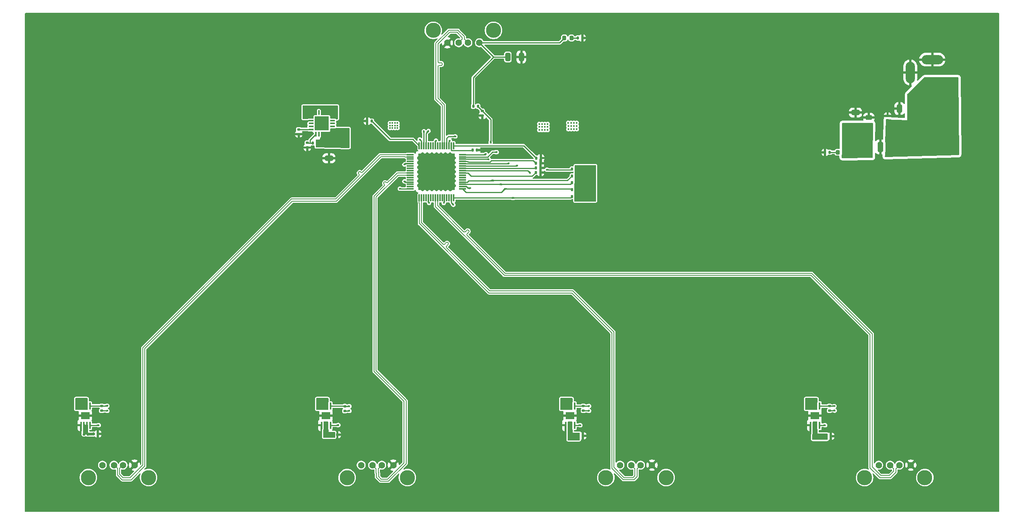
<source format=gbr>
%TF.GenerationSoftware,KiCad,Pcbnew,9.0.1*%
%TF.CreationDate,2025-04-09T10:03:17-07:00*%
%TF.ProjectId,DeskHub,4465736b-4875-4622-9e6b-696361645f70,rev?*%
%TF.SameCoordinates,Original*%
%TF.FileFunction,Copper,L1,Top*%
%TF.FilePolarity,Positive*%
%FSLAX46Y46*%
G04 Gerber Fmt 4.6, Leading zero omitted, Abs format (unit mm)*
G04 Created by KiCad (PCBNEW 9.0.1) date 2025-04-09 10:03:17*
%MOMM*%
%LPD*%
G01*
G04 APERTURE LIST*
G04 Aperture macros list*
%AMRoundRect*
0 Rectangle with rounded corners*
0 $1 Rounding radius*
0 $2 $3 $4 $5 $6 $7 $8 $9 X,Y pos of 4 corners*
0 Add a 4 corners polygon primitive as box body*
4,1,4,$2,$3,$4,$5,$6,$7,$8,$9,$2,$3,0*
0 Add four circle primitives for the rounded corners*
1,1,$1+$1,$2,$3*
1,1,$1+$1,$4,$5*
1,1,$1+$1,$6,$7*
1,1,$1+$1,$8,$9*
0 Add four rect primitives between the rounded corners*
20,1,$1+$1,$2,$3,$4,$5,0*
20,1,$1+$1,$4,$5,$6,$7,0*
20,1,$1+$1,$6,$7,$8,$9,0*
20,1,$1+$1,$8,$9,$2,$3,0*%
G04 Aperture macros list end*
%TA.AperFunction,SMDPad,CuDef*%
%ADD10RoundRect,0.250000X-0.350000X0.850000X-0.350000X-0.850000X0.350000X-0.850000X0.350000X0.850000X0*%
%TD*%
%TA.AperFunction,SMDPad,CuDef*%
%ADD11RoundRect,0.249997X-2.650003X2.950003X-2.650003X-2.950003X2.650003X-2.950003X2.650003X2.950003X0*%
%TD*%
%TA.AperFunction,SMDPad,CuDef*%
%ADD12RoundRect,0.135000X0.185000X-0.135000X0.185000X0.135000X-0.185000X0.135000X-0.185000X-0.135000X0*%
%TD*%
%TA.AperFunction,SMDPad,CuDef*%
%ADD13RoundRect,0.140000X-0.140000X-0.170000X0.140000X-0.170000X0.140000X0.170000X-0.140000X0.170000X0*%
%TD*%
%TA.AperFunction,SMDPad,CuDef*%
%ADD14RoundRect,0.135000X-0.135000X-0.185000X0.135000X-0.185000X0.135000X0.185000X-0.135000X0.185000X0*%
%TD*%
%TA.AperFunction,ComponentPad*%
%ADD15O,4.700000X2.000000*%
%TD*%
%TA.AperFunction,ComponentPad*%
%ADD16O,2.000000X4.700000*%
%TD*%
%TA.AperFunction,SMDPad,CuDef*%
%ADD17RoundRect,0.135000X0.135000X0.185000X-0.135000X0.185000X-0.135000X-0.185000X0.135000X-0.185000X0*%
%TD*%
%TA.AperFunction,SMDPad,CuDef*%
%ADD18R,0.431800X1.574800*%
%TD*%
%TA.AperFunction,SMDPad,CuDef*%
%ADD19R,1.890000X1.570000*%
%TD*%
%TA.AperFunction,SMDPad,CuDef*%
%ADD20RoundRect,0.250000X-0.650000X0.325000X-0.650000X-0.325000X0.650000X-0.325000X0.650000X0.325000X0*%
%TD*%
%TA.AperFunction,SMDPad,CuDef*%
%ADD21RoundRect,0.140000X0.170000X-0.140000X0.170000X0.140000X-0.170000X0.140000X-0.170000X-0.140000X0*%
%TD*%
%TA.AperFunction,ComponentPad*%
%ADD22C,1.428000*%
%TD*%
%TA.AperFunction,ComponentPad*%
%ADD23C,3.316000*%
%TD*%
%TA.AperFunction,SMDPad,CuDef*%
%ADD24RoundRect,0.218750X-0.218750X-0.256250X0.218750X-0.256250X0.218750X0.256250X-0.218750X0.256250X0*%
%TD*%
%TA.AperFunction,SMDPad,CuDef*%
%ADD25RoundRect,0.135000X-0.185000X0.135000X-0.185000X-0.135000X0.185000X-0.135000X0.185000X0.135000X0*%
%TD*%
%TA.AperFunction,SMDPad,CuDef*%
%ADD26RoundRect,0.250000X-0.325000X-0.650000X0.325000X-0.650000X0.325000X0.650000X-0.325000X0.650000X0*%
%TD*%
%TA.AperFunction,SMDPad,CuDef*%
%ADD27RoundRect,0.250000X0.650000X-0.325000X0.650000X0.325000X-0.650000X0.325000X-0.650000X-0.325000X0*%
%TD*%
%TA.AperFunction,SMDPad,CuDef*%
%ADD28R,1.500000X0.300000*%
%TD*%
%TA.AperFunction,SMDPad,CuDef*%
%ADD29R,0.300000X1.500000*%
%TD*%
%TA.AperFunction,ComponentPad*%
%ADD30C,0.500000*%
%TD*%
%TA.AperFunction,SMDPad,CuDef*%
%ADD31R,8.000000X8.000000*%
%TD*%
%TA.AperFunction,SMDPad,CuDef*%
%ADD32RoundRect,0.042500X0.482500X0.127500X-0.482500X0.127500X-0.482500X-0.127500X0.482500X-0.127500X0*%
%TD*%
%TA.AperFunction,SMDPad,CuDef*%
%ADD33RoundRect,0.042500X0.127500X0.482500X-0.127500X0.482500X-0.127500X-0.482500X0.127500X-0.482500X0*%
%TD*%
%TA.AperFunction,SMDPad,CuDef*%
%ADD34R,3.150000X3.150000*%
%TD*%
%TA.AperFunction,SMDPad,CuDef*%
%ADD35RoundRect,0.218750X0.218750X0.256250X-0.218750X0.256250X-0.218750X-0.256250X0.218750X-0.256250X0*%
%TD*%
%TA.AperFunction,SMDPad,CuDef*%
%ADD36RoundRect,0.250000X0.475000X-0.250000X0.475000X0.250000X-0.475000X0.250000X-0.475000X-0.250000X0*%
%TD*%
%TA.AperFunction,SMDPad,CuDef*%
%ADD37RoundRect,0.250000X0.325000X0.650000X-0.325000X0.650000X-0.325000X-0.650000X0.325000X-0.650000X0*%
%TD*%
%TA.AperFunction,ViaPad*%
%ADD38C,0.450000*%
%TD*%
%TA.AperFunction,Conductor*%
%ADD39C,0.250000*%
%TD*%
%TA.AperFunction,Conductor*%
%ADD40C,0.300000*%
%TD*%
%TA.AperFunction,Conductor*%
%ADD41C,0.600000*%
%TD*%
%TA.AperFunction,Conductor*%
%ADD42C,0.200000*%
%TD*%
%TA.AperFunction,Conductor*%
%ADD43C,0.170400*%
%TD*%
G04 APERTURE END LIST*
D10*
%TO.P,U2,1,VI*%
%TO.N,BOARD_5V*%
X242450000Y-88200000D03*
%TO.P,U2,2,GND*%
%TO.N,Earth*%
X240170000Y-88200000D03*
D11*
X240170000Y-94500000D03*
D10*
%TO.P,U2,3,VO*%
%TO.N,BOARD_3.3V*%
X237890000Y-88200000D03*
%TD*%
D12*
%TO.P,R11,1*%
%TO.N,BOARD_3.3V*%
X70250000Y-145750000D03*
%TO.P,R11,2*%
%TO.N,/Port 1 Power Switch/OVERCURRENT*%
X70250000Y-144730000D03*
%TD*%
D13*
%TO.P,C1,1*%
%TO.N,Net-(U1-GRSTz)*%
X151170000Y-88900000D03*
%TO.P,C1,2*%
%TO.N,Earth*%
X152130000Y-88900000D03*
%TD*%
D14*
%TO.P,R3,1*%
%TO.N,USB_5V_UP*%
X151340000Y-79300000D03*
%TO.P,R3,2*%
%TO.N,Net-(U1-USB_VBUS)*%
X152360000Y-79300000D03*
%TD*%
D15*
%TO.P,J2,1*%
%TO.N,BOARD_5V*%
X251492500Y-74915000D03*
%TO.P,J2,2*%
%TO.N,Earth*%
X251492500Y-69115000D03*
D16*
%TO.P,J2,3*%
X246692500Y-71915000D03*
%TD*%
D14*
%TO.P,R23,1*%
%TO.N,/Port 4 Power Switch/PWRON_EN*%
X172880000Y-99000000D03*
%TO.P,R23,2*%
%TO.N,BOARD_3.3V*%
X173900000Y-99000000D03*
%TD*%
D17*
%TO.P,R1,1*%
%TO.N,Net-(U1-USB_R1)*%
X129210000Y-82550000D03*
%TO.P,R1,2*%
%TO.N,Earth*%
X128190000Y-82550000D03*
%TD*%
D18*
%TO.P,U7,1,GND*%
%TO.N,Earth*%
X224925001Y-148945500D03*
%TO.P,U7,2,IN*%
%TO.N,BOARD_5V*%
X225574999Y-148945500D03*
%TO.P,U7,3,IN*%
X226225001Y-148945500D03*
%TO.P,U7,4,EN*%
%TO.N,/Port 4 Power Switch/PWRON_EN*%
X226874999Y-148945500D03*
%TO.P,U7,5,\u002AFLT*%
%TO.N,/Port 4 Power Switch/OVERCURRENT*%
X226874999Y-144754500D03*
%TO.P,U7,6,OUT*%
%TO.N,/Port 4 Power Switch/VOUT*%
X226225001Y-144754500D03*
%TO.P,U7,7,OUT*%
X225574999Y-144754500D03*
%TO.P,U7,8,OUT*%
X224925001Y-144754500D03*
D19*
%TO.P,U7,EPAD,EPAD*%
%TO.N,Earth*%
X225900000Y-146850000D03*
%TD*%
D17*
%TO.P,R27,1*%
%TO.N,BOARD_3.3V*%
X173900000Y-93000000D03*
%TO.P,R27,2*%
%TO.N,Net-(U1-PWRCTL_POL)*%
X172880000Y-93000000D03*
%TD*%
D13*
%TO.P,C54,1*%
%TO.N,BOARD_5V*%
X174270000Y-151250000D03*
%TO.P,C54,2*%
%TO.N,Earth*%
X175230000Y-151250000D03*
%TD*%
D20*
%TO.P,C47,1*%
%TO.N,BOARD_1.1V*%
X119850000Y-87700000D03*
%TO.P,C47,2*%
%TO.N,Earth*%
X119850000Y-90650000D03*
%TD*%
D21*
%TO.P,C43,1*%
%TO.N,BOARD_5V*%
X241742500Y-82380000D03*
%TO.P,C43,2*%
%TO.N,Earth*%
X241742500Y-81420000D03*
%TD*%
D22*
%TO.P,J6,1,VBUS*%
%TO.N,Net-(J6-VBUS)*%
X239800000Y-157660000D03*
%TO.P,J6,2,D-*%
%TO.N,USB_DN4_D-*%
X242300000Y-157660000D03*
%TO.P,J6,3,D+*%
%TO.N,USB_DN4_D+*%
X244300000Y-157660000D03*
%TO.P,J6,4,GND*%
%TO.N,Earth*%
X246800000Y-157660000D03*
D23*
%TO.P,J6,S1*%
%TO.N,GNDPWR*%
X236730000Y-160370000D03*
%TO.P,J6,S2*%
X249870000Y-160370000D03*
%TD*%
D13*
%TO.P,C48,1*%
%TO.N,BOARD_5V*%
X68470000Y-150850000D03*
%TO.P,C48,2*%
%TO.N,Earth*%
X69430000Y-150850000D03*
%TD*%
D24*
%TO.P,D2,1,K*%
%TO.N,Net-(D2-K)*%
X230855000Y-89350000D03*
%TO.P,D2,2,A*%
%TO.N,BOARD_3.3V*%
X232430000Y-89350000D03*
%TD*%
D14*
%TO.P,R20,1*%
%TO.N,Net-(U1-TEST)*%
X165040000Y-90600000D03*
%TO.P,R20,2*%
%TO.N,Earth*%
X166060000Y-90600000D03*
%TD*%
D25*
%TO.P,R8,1*%
%TO.N,Net-(U3-SS)*%
X113250000Y-84350000D03*
%TO.P,R8,2*%
%TO.N,Earth*%
X113250000Y-85370000D03*
%TD*%
D22*
%TO.P,J5,1,VBUS*%
%TO.N,Net-(J5-VBUS)*%
X183340000Y-157660000D03*
%TO.P,J5,2,D-*%
%TO.N,USB_DN3_D-*%
X185840000Y-157660000D03*
%TO.P,J5,3,D+*%
%TO.N,USB_DN3_D+*%
X187840000Y-157660000D03*
%TO.P,J5,4,GND*%
%TO.N,Earth*%
X190340000Y-157660000D03*
D23*
%TO.P,J5,S1*%
%TO.N,GNDPWR*%
X180270000Y-160370000D03*
%TO.P,J5,S2*%
X193410000Y-160370000D03*
%TD*%
D26*
%TO.P,C15,1*%
%TO.N,USB_5V_UP*%
X158874999Y-68543197D03*
%TO.P,C15,2*%
%TO.N,Earth*%
X161824999Y-68543197D03*
%TD*%
D27*
%TO.P,C45,1*%
%TO.N,BOARD_3.3V*%
X234742500Y-83625000D03*
%TO.P,C45,2*%
%TO.N,Earth*%
X234742500Y-80675000D03*
%TD*%
D22*
%TO.P,J7,1,VBUS*%
%TO.N,Net-(J7-VBUS)*%
X70420000Y-157660000D03*
%TO.P,J7,2,D-*%
%TO.N,USB_DN1_D-*%
X72920000Y-157660000D03*
%TO.P,J7,3,D+*%
%TO.N,USB_DN1_D+*%
X74920000Y-157660000D03*
%TO.P,J7,4,GND*%
%TO.N,Earth*%
X77420000Y-157660000D03*
D23*
%TO.P,J7,S1*%
%TO.N,GNDPWR*%
X67350000Y-160370000D03*
%TO.P,J7,S2*%
X80490000Y-160370000D03*
%TD*%
D14*
%TO.P,R25,1*%
%TO.N,/Port 2 Power Switch/PWRON_EN*%
X172880000Y-96000000D03*
%TO.P,R25,2*%
%TO.N,BOARD_3.3V*%
X173900000Y-96000000D03*
%TD*%
D13*
%TO.P,C51,1*%
%TO.N,BOARD_5V*%
X120720000Y-151000000D03*
%TO.P,C51,2*%
%TO.N,Earth*%
X121680000Y-151000000D03*
%TD*%
D12*
%TO.P,R13,1*%
%TO.N,BOARD_3.3V*%
X175350000Y-145770000D03*
%TO.P,R13,2*%
%TO.N,/Port 3 Power Switch/OVERCURRENT*%
X175350000Y-144750000D03*
%TD*%
%TO.P,R14,1*%
%TO.N,BOARD_3.3V*%
X229050000Y-145760000D03*
%TO.P,R14,2*%
%TO.N,/Port 4 Power Switch/OVERCURRENT*%
X229050000Y-144740000D03*
%TD*%
D28*
%TO.P,U1,1,PWRCTL3/BATEN3*%
%TO.N,/Port 3 Power Switch/PWRON_EN*%
X149000000Y-97350000D03*
%TO.P,U1,2,VDD33*%
%TO.N,VDD3.3*%
X149000000Y-96850000D03*
%TO.P,U1,3,PWRCTL2/BATEN2*%
%TO.N,/Port 2 Power Switch/PWRON_EN*%
X149000000Y-96350000D03*
%TO.P,U1,4,PWRCTL1/BATEN1*%
%TO.N,/Port 1 Power Switch/PWRON_EN*%
X149000000Y-95850000D03*
%TO.P,U1,5,SDA/SMBDAT*%
%TO.N,unconnected-(U1-SDA{slash}SMBDAT-Pad5)*%
X149000000Y-95350000D03*
%TO.P,U1,6,SCL/SMBCLK*%
%TO.N,unconnected-(U1-SCL{slash}SMBCLK-Pad6)*%
X149000000Y-94850000D03*
%TO.P,U1,7,SMBUSz*%
%TO.N,unconnected-(U1-SMBUSz-Pad7)*%
X149000000Y-94350000D03*
%TO.P,U1,8,FULLPWRMGMTz/SMBA1*%
%TO.N,Net-(U1-FULLPWRMGMTz{slash}SMBA1)*%
X149000000Y-93850000D03*
%TO.P,U1,9,PWRCTL_POL*%
%TO.N,Net-(U1-PWRCTL_POL)*%
X149000000Y-93350000D03*
%TO.P,U1,10,GANGED/SMBA2/HS_UP*%
%TO.N,Net-(U1-GANGED{slash}SMBA2{slash}HS_UP)*%
X149000000Y-92850000D03*
%TO.P,U1,11,OVERCUR4z*%
%TO.N,/Port 4 Power Switch/OVERCURRENT*%
X149000000Y-92350000D03*
%TO.P,U1,12,OVERCUR3z*%
%TO.N,/Port 3 Power Switch/OVERCURRENT*%
X149000000Y-91850000D03*
%TO.P,U1,13,AUTOENz/HS_SUSPEND*%
%TO.N,Net-(U1-AUTOENz{slash}HS_SUSPEND)*%
X149000000Y-91350000D03*
%TO.P,U1,14,OVERCUR1z*%
%TO.N,/Port 1 Power Switch/OVERCURRENT*%
X149000000Y-90850000D03*
%TO.P,U1,15,OVERCUR2z*%
%TO.N,/Port 2 Power Switch/OVERCURRENT*%
X149000000Y-90350000D03*
%TO.P,U1,16,USB_VBUS*%
%TO.N,Net-(U1-USB_VBUS)*%
X149000000Y-89850000D03*
D29*
%TO.P,U1,17,TEST*%
%TO.N,Net-(U1-TEST)*%
X147050000Y-87900000D03*
%TO.P,U1,18,GRSTz*%
%TO.N,Net-(U1-GRSTz)*%
X146550000Y-87900000D03*
%TO.P,U1,19,VDD*%
%TO.N,VDD1.1*%
X146050000Y-87900000D03*
%TO.P,U1,20,VDD33*%
%TO.N,VDD3.3*%
X145550000Y-87900000D03*
%TO.P,U1,21,USB_DP_UP*%
%TO.N,USB_UP_D+*%
X145050000Y-87900000D03*
%TO.P,U1,22,USB_DM_UP*%
%TO.N,USB_UP_D-*%
X144550000Y-87900000D03*
%TO.P,U1,23,RSVD*%
%TO.N,unconnected-(U1-RSVD-Pad23)*%
X144050000Y-87900000D03*
%TO.P,U1,24,RSVD*%
%TO.N,unconnected-(U1-RSVD-Pad24)*%
X143550000Y-87900000D03*
%TO.P,U1,25,VDD*%
%TO.N,VDD1.1*%
X143050000Y-87900000D03*
%TO.P,U1,26,RSVD*%
%TO.N,unconnected-(U1-RSVD-Pad26)*%
X142550000Y-87900000D03*
%TO.P,U1,27,RSVD*%
%TO.N,unconnected-(U1-RSVD-Pad27)*%
X142050000Y-87900000D03*
%TO.P,U1,28,NC*%
%TO.N,unconnected-(U1-NC-Pad28)*%
X141550000Y-87900000D03*
%TO.P,U1,29,XO*%
%TO.N,XO*%
X141050000Y-87900000D03*
%TO.P,U1,30,XI*%
%TO.N,XI*%
X140550000Y-87900000D03*
%TO.P,U1,31,VDD33*%
%TO.N,VDD3.3*%
X140050000Y-87900000D03*
%TO.P,U1,32,USB_R1*%
%TO.N,Net-(U1-USB_R1)*%
X139550000Y-87900000D03*
D28*
%TO.P,U1,33,USB_DP_DN1*%
%TO.N,USB_DN1_D+*%
X137600000Y-89850000D03*
%TO.P,U1,34,USB_DM_DN1*%
%TO.N,USB_DN1_D-*%
X137600000Y-90350000D03*
%TO.P,U1,35,RSVD*%
%TO.N,unconnected-(U1-RSVD-Pad35)*%
X137600000Y-90850000D03*
%TO.P,U1,36,RSVD*%
%TO.N,unconnected-(U1-RSVD-Pad36)*%
X137600000Y-91350000D03*
%TO.P,U1,37,VDD*%
%TO.N,VDD1.1*%
X137600000Y-91850000D03*
%TO.P,U1,38,RSVD*%
%TO.N,unconnected-(U1-RSVD-Pad38)*%
X137600000Y-92350000D03*
%TO.P,U1,39,RSVD*%
%TO.N,unconnected-(U1-RSVD-Pad39)*%
X137600000Y-92850000D03*
%TO.P,U1,40,NC*%
%TO.N,unconnected-(U1-NC-Pad40)*%
X137600000Y-93350000D03*
%TO.P,U1,41,USB_DP_DN2*%
%TO.N,USB_DN2_D+*%
X137600000Y-93850000D03*
%TO.P,U1,42,USB_DM_DN2*%
%TO.N,USB_DN2_D-*%
X137600000Y-94350000D03*
%TO.P,U1,43,RSVD*%
%TO.N,unconnected-(U1-RSVD-Pad43)*%
X137600000Y-94850000D03*
%TO.P,U1,44,RSVD*%
%TO.N,unconnected-(U1-RSVD-Pad44)*%
X137600000Y-95350000D03*
%TO.P,U1,45,VDD*%
%TO.N,VDD1.1*%
X137600000Y-95850000D03*
%TO.P,U1,46,RSVD*%
%TO.N,unconnected-(U1-RSVD-Pad46)*%
X137600000Y-96350000D03*
%TO.P,U1,47,RSVD*%
%TO.N,unconnected-(U1-RSVD-Pad47)*%
X137600000Y-96850000D03*
%TO.P,U1,48,VDD33*%
%TO.N,VDD3.3*%
X137600000Y-97350000D03*
D29*
%TO.P,U1,49,USB_DP_DN3*%
%TO.N,USB_DN3_D+*%
X139550000Y-99300000D03*
%TO.P,U1,50,USB_DM_DN3*%
%TO.N,USB_DN3_D-*%
X140050000Y-99300000D03*
%TO.P,U1,51,RSVD*%
%TO.N,unconnected-(U1-RSVD-Pad51)*%
X140550000Y-99300000D03*
%TO.P,U1,52,RSVD*%
%TO.N,unconnected-(U1-RSVD-Pad52)*%
X141050000Y-99300000D03*
%TO.P,U1,53,VDD*%
%TO.N,VDD1.1*%
X141550000Y-99300000D03*
%TO.P,U1,54,RSVD*%
%TO.N,unconnected-(U1-RSVD-Pad54)*%
X142050000Y-99300000D03*
%TO.P,U1,55,RSVD*%
%TO.N,unconnected-(U1-RSVD-Pad55)*%
X142550000Y-99300000D03*
%TO.P,U1,56,USB_DP_DN4*%
%TO.N,USB_DN4_D+*%
X143050000Y-99300000D03*
%TO.P,U1,57,USB_DM_DN4*%
%TO.N,USB_DN4_D-*%
X143550000Y-99300000D03*
%TO.P,U1,58,RSVD*%
%TO.N,unconnected-(U1-RSVD-Pad58)*%
X144050000Y-99300000D03*
%TO.P,U1,59,RSVD*%
%TO.N,unconnected-(U1-RSVD-Pad59)*%
X144550000Y-99300000D03*
%TO.P,U1,60,VDD*%
%TO.N,VDD1.1*%
X145050000Y-99300000D03*
%TO.P,U1,61,RSVD*%
%TO.N,unconnected-(U1-RSVD-Pad61)*%
X145550000Y-99300000D03*
%TO.P,U1,62,RSVD*%
%TO.N,unconnected-(U1-RSVD-Pad62)*%
X146050000Y-99300000D03*
%TO.P,U1,63,VDD*%
%TO.N,VDD1.1*%
X146550000Y-99300000D03*
%TO.P,U1,64,PWRCTL4/BATEN4*%
%TO.N,/Port 4 Power Switch/PWRON_EN*%
X147050000Y-99300000D03*
D30*
%TO.P,U1,65,VSS*%
%TO.N,Earth*%
X146800000Y-97100000D03*
X146800000Y-96100000D03*
X146800000Y-95100000D03*
X146800000Y-94100000D03*
X146800000Y-93100000D03*
X146800000Y-92100000D03*
X146800000Y-91100000D03*
X146800000Y-90100000D03*
X145800000Y-97100000D03*
X145800000Y-96100000D03*
X145800000Y-95100000D03*
X145800000Y-94100000D03*
X145800000Y-93100000D03*
X145800000Y-92100000D03*
X145800000Y-91100000D03*
X145800000Y-90100000D03*
X144800000Y-97100000D03*
X144800000Y-96100000D03*
X144800000Y-95100000D03*
X144800000Y-94100000D03*
X144800000Y-93100000D03*
X144800000Y-92100000D03*
X144800000Y-91100000D03*
X144800000Y-90100000D03*
X143800000Y-97100000D03*
X143800000Y-96100000D03*
X143800000Y-95100000D03*
X143800000Y-94100000D03*
X143800000Y-93100000D03*
X143800000Y-92100000D03*
X143800000Y-91100000D03*
X143800000Y-90100000D03*
D31*
X143300000Y-93600000D03*
D30*
X142800000Y-97100000D03*
X142800000Y-96100000D03*
X142800000Y-95100000D03*
X142800000Y-94100000D03*
X142800000Y-93100000D03*
X142800000Y-92100000D03*
X142800000Y-91100000D03*
X142800000Y-90100000D03*
X141800000Y-97100000D03*
X141800000Y-96100000D03*
X141800000Y-95100000D03*
X141800000Y-94100000D03*
X141800000Y-93100000D03*
X141800000Y-92100000D03*
X141800000Y-91100000D03*
X141800000Y-90100000D03*
X140800000Y-97100000D03*
X140800000Y-96100000D03*
X140800000Y-95100000D03*
X140800000Y-94100000D03*
X140800000Y-93100000D03*
X140800000Y-92100000D03*
X140800000Y-91100000D03*
X140800000Y-90100000D03*
X139800000Y-97100000D03*
X139800000Y-96100000D03*
X139800000Y-95100000D03*
X139800000Y-94100000D03*
X139800000Y-93100000D03*
X139800000Y-92100000D03*
X139800000Y-91100000D03*
X139800000Y-90100000D03*
%TD*%
D14*
%TO.P,R21,1*%
%TO.N,Net-(U1-GANGED{slash}SMBA2{slash}HS_UP)*%
X164990000Y-92750000D03*
%TO.P,R21,2*%
%TO.N,Earth*%
X166010000Y-92750000D03*
%TD*%
D32*
%TO.P,U3,1,OUT_1*%
%TO.N,BOARD_1.1V*%
X120660000Y-84350000D03*
%TO.P,U3,2,NC_2*%
%TO.N,unconnected-(U3-NC_2-Pad2)*%
X120660000Y-83700000D03*
%TO.P,U3,3,NC_3*%
%TO.N,unconnected-(U3-NC_3-Pad3)*%
X120660000Y-83050000D03*
%TO.P,U3,4,NC_4*%
%TO.N,unconnected-(U3-NC_4-Pad4)*%
X120660000Y-82400000D03*
%TO.P,U3,5,IN_5*%
%TO.N,BOARD_3.3V*%
X120660000Y-81750000D03*
D33*
%TO.P,U3,6,IN_6*%
X119600000Y-80690000D03*
%TO.P,U3,7,IN_7*%
X118950000Y-80690000D03*
%TO.P,U3,8,IN_8*%
X118300000Y-80690000D03*
%TO.P,U3,9,PG*%
%TO.N,unconnected-(U3-PG-Pad9)*%
X117650000Y-80690000D03*
%TO.P,U3,10,BIAS*%
%TO.N,BOARD_3.3V*%
X117000000Y-80690000D03*
D32*
%TO.P,U3,11,EN*%
X115940000Y-81750000D03*
%TO.P,U3,12,GND*%
%TO.N,Earth*%
X115940000Y-82400000D03*
%TO.P,U3,13,NC_13*%
%TO.N,unconnected-(U3-NC_13-Pad13)*%
X115940000Y-83050000D03*
%TO.P,U3,14,NC_14*%
%TO.N,unconnected-(U3-NC_14-Pad14)*%
X115940000Y-83700000D03*
%TO.P,U3,15,SS*%
%TO.N,Net-(U3-SS)*%
X115940000Y-84350000D03*
D33*
%TO.P,U3,16,FB*%
%TO.N,Net-(U3-FB)*%
X117000000Y-85410000D03*
%TO.P,U3,17,NC_17*%
%TO.N,unconnected-(U3-NC_17-Pad17)*%
X117650000Y-85410000D03*
%TO.P,U3,18,OUT_18*%
%TO.N,BOARD_1.1V*%
X118300000Y-85410000D03*
%TO.P,U3,19,OUT_19*%
X118950000Y-85410000D03*
%TO.P,U3,20,OUT_20*%
X119600000Y-85410000D03*
D34*
%TO.P,U3,21,EXP*%
%TO.N,Earth*%
X118300000Y-83050000D03*
%TD*%
D22*
%TO.P,J4,1,VBUS*%
%TO.N,Net-(J4-VBUS)*%
X126880000Y-157660000D03*
%TO.P,J4,2,D-*%
%TO.N,USB_DN2_D-*%
X129380000Y-157660000D03*
%TO.P,J4,3,D+*%
%TO.N,USB_DN2_D+*%
X131380000Y-157660000D03*
%TO.P,J4,4,GND*%
%TO.N,Earth*%
X133880000Y-157660000D03*
D23*
%TO.P,J4,S1*%
%TO.N,GNDPWR*%
X123810000Y-160370000D03*
%TO.P,J4,S2*%
X136950000Y-160370000D03*
%TD*%
D13*
%TO.P,C57,1*%
%TO.N,BOARD_5V*%
X228370000Y-151350000D03*
%TO.P,C57,2*%
%TO.N,Earth*%
X229330000Y-151350000D03*
%TD*%
D14*
%TO.P,R5,1*%
%TO.N,Net-(D1-K)*%
X174124999Y-64393197D03*
%TO.P,R5,2*%
%TO.N,Earth*%
X175144999Y-64393197D03*
%TD*%
D18*
%TO.P,U4,1,GND*%
%TO.N,Earth*%
X65725001Y-148945500D03*
%TO.P,U4,2,IN*%
%TO.N,BOARD_5V*%
X66374999Y-148945500D03*
%TO.P,U4,3,IN*%
X67025001Y-148945500D03*
%TO.P,U4,4,EN*%
%TO.N,/Port 1 Power Switch/PWRON_EN*%
X67674999Y-148945500D03*
%TO.P,U4,5,\u002AFLT*%
%TO.N,/Port 1 Power Switch/OVERCURRENT*%
X67674999Y-144754500D03*
%TO.P,U4,6,OUT*%
%TO.N,/Port 1 Power Switch/VOUT*%
X67025001Y-144754500D03*
%TO.P,U4,7,OUT*%
X66374999Y-144754500D03*
%TO.P,U4,8,OUT*%
X65725001Y-144754500D03*
D19*
%TO.P,U4,EPAD,EPAD*%
%TO.N,Earth*%
X66700000Y-146850000D03*
%TD*%
D14*
%TO.P,R15,1*%
%TO.N,Net-(U1-AUTOENz{slash}HS_SUSPEND)*%
X164990000Y-91750000D03*
%TO.P,R15,2*%
%TO.N,Earth*%
X166010000Y-91750000D03*
%TD*%
D12*
%TO.P,R4,1*%
%TO.N,Earth*%
X153300000Y-81360000D03*
%TO.P,R4,2*%
%TO.N,Net-(U1-USB_VBUS)*%
X153300000Y-80340000D03*
%TD*%
D18*
%TO.P,U5,1,GND*%
%TO.N,Earth*%
X118225001Y-148945500D03*
%TO.P,U5,2,IN*%
%TO.N,BOARD_5V*%
X118874999Y-148945500D03*
%TO.P,U5,3,IN*%
X119525001Y-148945500D03*
%TO.P,U5,4,EN*%
%TO.N,/Port 2 Power Switch/PWRON_EN*%
X120174999Y-148945500D03*
%TO.P,U5,5,\u002AFLT*%
%TO.N,/Port 2 Power Switch/OVERCURRENT*%
X120174999Y-144754500D03*
%TO.P,U5,6,OUT*%
%TO.N,/Port 2 Power Switch/VOUT*%
X119525001Y-144754500D03*
%TO.P,U5,7,OUT*%
X118874999Y-144754500D03*
%TO.P,U5,8,OUT*%
X118225001Y-144754500D03*
D19*
%TO.P,U5,EPAD,EPAD*%
%TO.N,Earth*%
X119200000Y-146850000D03*
%TD*%
D12*
%TO.P,R12,1*%
%TO.N,BOARD_3.3V*%
X123300000Y-145810000D03*
%TO.P,R12,2*%
%TO.N,/Port 2 Power Switch/OVERCURRENT*%
X123300000Y-144790000D03*
%TD*%
D18*
%TO.P,U6,1,GND*%
%TO.N,Earth*%
X171475001Y-148945500D03*
%TO.P,U6,2,IN*%
%TO.N,BOARD_5V*%
X172124999Y-148945500D03*
%TO.P,U6,3,IN*%
X172775001Y-148945500D03*
%TO.P,U6,4,EN*%
%TO.N,/Port 3 Power Switch/PWRON_EN*%
X173424999Y-148945500D03*
%TO.P,U6,5,\u002AFLT*%
%TO.N,/Port 3 Power Switch/OVERCURRENT*%
X173424999Y-144754500D03*
%TO.P,U6,6,OUT*%
%TO.N,/Port 3 Power Switch/VOUT*%
X172775001Y-144754500D03*
%TO.P,U6,7,OUT*%
X172124999Y-144754500D03*
%TO.P,U6,8,OUT*%
X171475001Y-144754500D03*
D19*
%TO.P,U6,EPAD,EPAD*%
%TO.N,Earth*%
X172450000Y-146850000D03*
%TD*%
D14*
%TO.P,R26,1*%
%TO.N,/Port 1 Power Switch/PWRON_EN*%
X172880000Y-94500000D03*
%TO.P,R26,2*%
%TO.N,BOARD_3.3V*%
X173900000Y-94500000D03*
%TD*%
D35*
%TO.P,D1,1,K*%
%TO.N,Net-(D1-K)*%
X172774999Y-64393197D03*
%TO.P,D1,2,A*%
%TO.N,USB_5V_UP*%
X171199999Y-64393197D03*
%TD*%
D17*
%TO.P,R7,1*%
%TO.N,Net-(D2-K)*%
X229102500Y-89350000D03*
%TO.P,R7,2*%
%TO.N,Earth*%
X228082500Y-89350000D03*
%TD*%
D36*
%TO.P,C44,1*%
%TO.N,BOARD_3.3V*%
X237642500Y-83650000D03*
%TO.P,C44,2*%
%TO.N,Earth*%
X237642500Y-81750000D03*
%TD*%
D17*
%TO.P,R10,1*%
%TO.N,BOARD_1.1V*%
X117320000Y-87300000D03*
%TO.P,R10,2*%
%TO.N,Net-(U3-FB)*%
X116300000Y-87300000D03*
%TD*%
D37*
%TO.P,C42,1*%
%TO.N,BOARD_5V*%
X247267500Y-79800000D03*
%TO.P,C42,2*%
%TO.N,Earth*%
X244317500Y-79800000D03*
%TD*%
D25*
%TO.P,R9,1*%
%TO.N,Net-(U3-FB)*%
X115100000Y-87290000D03*
%TO.P,R9,2*%
%TO.N,Earth*%
X115100000Y-88310000D03*
%TD*%
D14*
%TO.P,R22,1*%
%TO.N,Net-(U1-FULLPWRMGMTz{slash}SMBA1)*%
X164990000Y-93750000D03*
%TO.P,R22,2*%
%TO.N,Earth*%
X166010000Y-93750000D03*
%TD*%
%TO.P,R24,1*%
%TO.N,/Port 3 Power Switch/PWRON_EN*%
X172880000Y-97500000D03*
%TO.P,R24,2*%
%TO.N,BOARD_3.3V*%
X173900000Y-97500000D03*
%TD*%
D22*
%TO.P,J1,1,VBUS*%
%TO.N,USB_5V_UP*%
X152674999Y-65433197D03*
%TO.P,J1,2,D-*%
%TO.N,USB_UP_D-*%
X150174999Y-65433197D03*
%TO.P,J1,3,D+*%
%TO.N,USB_UP_D+*%
X148174999Y-65433197D03*
%TO.P,J1,4,GND*%
%TO.N,Earth*%
X145674999Y-65433197D03*
D23*
%TO.P,J1,S1*%
%TO.N,GNDPWR*%
X155744999Y-62723197D03*
%TO.P,J1,S2*%
X142604999Y-62723197D03*
%TD*%
D38*
%TO.N,Earth*%
X238392500Y-92600000D03*
X238342500Y-96000000D03*
X119400000Y-84150000D03*
X242292500Y-95950000D03*
X242292500Y-92600000D03*
X153300000Y-82150000D03*
X242292500Y-94150000D03*
X140572500Y-82700000D03*
X122500000Y-79800000D03*
X153000000Y-88900000D03*
X242292500Y-95050000D03*
X86200000Y-155650000D03*
X240342500Y-92600000D03*
X119350000Y-81950000D03*
X117200000Y-84200000D03*
X240942500Y-96850000D03*
X225450000Y-147250000D03*
X226250000Y-147250000D03*
X127400000Y-82500000D03*
X118750000Y-78300000D03*
X225700000Y-146650000D03*
X242292500Y-93350000D03*
X66650000Y-146700000D03*
X66300000Y-147250000D03*
X239392500Y-92600000D03*
X141512500Y-82700000D03*
X85200000Y-155650000D03*
X113300000Y-80600000D03*
X238342500Y-94300000D03*
X84250000Y-155650000D03*
X67300000Y-146700000D03*
X239192500Y-96850000D03*
X66950000Y-147300000D03*
X119600000Y-147050000D03*
X241292500Y-92600000D03*
X167950000Y-90450000D03*
X172150000Y-147250000D03*
X65725001Y-150100000D03*
X152500000Y-81350000D03*
X128200000Y-81350000D03*
X118700000Y-147200000D03*
X238342500Y-95200000D03*
X117250000Y-81900000D03*
X228800000Y-141600000D03*
X238342500Y-93450000D03*
X240042500Y-96850000D03*
X172050000Y-146650000D03*
X241992500Y-96900000D03*
X166100000Y-89100000D03*
X172750000Y-146700000D03*
X231900000Y-145150000D03*
X118900000Y-146550000D03*
X238342500Y-96850000D03*
%TO.N,VDD3.3*%
X165750000Y-84500000D03*
X166950000Y-84500000D03*
X165750000Y-83150000D03*
X166350000Y-83150000D03*
X135300000Y-97300000D03*
X150650000Y-97200000D03*
X139650000Y-86550000D03*
X147450000Y-85880000D03*
X166350000Y-84500000D03*
X167550000Y-83800000D03*
X167550000Y-84500000D03*
X167550000Y-83150000D03*
X166950000Y-83800000D03*
X166950000Y-83150000D03*
X166350000Y-83800000D03*
X165750000Y-83800000D03*
%TO.N,VDD1.1*%
X136300000Y-95700000D03*
X133150000Y-84050000D03*
X134250000Y-84050000D03*
X133700000Y-83500000D03*
X134250000Y-82950000D03*
X133700000Y-84050000D03*
X147000000Y-100800000D03*
X134800000Y-82950000D03*
X133700000Y-82950000D03*
X146200000Y-86800000D03*
X141700000Y-100400000D03*
X133150000Y-83500000D03*
X134800000Y-84050000D03*
X133150000Y-82950000D03*
X144900000Y-100400000D03*
X134800000Y-83500000D03*
X134250000Y-83500000D03*
X143200000Y-86800000D03*
X136300000Y-92000000D03*
%TO.N,XO*%
X141550000Y-84700000D03*
%TO.N,XI*%
X140550000Y-84750000D03*
%TO.N,BOARD_5V*%
X254592500Y-81400000D03*
X172850000Y-150800000D03*
X253542500Y-81400000D03*
X225800000Y-151650000D03*
X252542500Y-81400000D03*
X226300000Y-151650000D03*
X251542500Y-81400000D03*
X172300000Y-151900000D03*
X253542500Y-82400000D03*
X253542500Y-80400000D03*
X254592500Y-82400000D03*
X172850000Y-151900000D03*
X251542500Y-82400000D03*
X254592500Y-79400000D03*
X252542500Y-79400000D03*
X119400000Y-151400000D03*
X226300000Y-151150000D03*
X67200000Y-150900000D03*
X118900000Y-150400000D03*
X119400000Y-150400000D03*
X251542500Y-79400000D03*
X118900000Y-150900000D03*
X226800000Y-151650000D03*
X251542500Y-80400000D03*
X226800000Y-151150000D03*
X66400000Y-150900000D03*
X252542500Y-82400000D03*
X119400000Y-150900000D03*
X172300000Y-150800000D03*
X253542500Y-79400000D03*
X118900000Y-151400000D03*
X172300000Y-151350000D03*
X225800000Y-151150000D03*
X172850000Y-151350000D03*
X254592500Y-80400000D03*
X252542500Y-80400000D03*
%TO.N,BOARD_3.3V*%
X118700000Y-79350000D03*
X237892500Y-85350000D03*
X120950000Y-79800000D03*
X176300000Y-94400000D03*
X175550000Y-94400000D03*
X234792500Y-85350000D03*
X236842500Y-86500000D03*
X173887500Y-82900000D03*
X235792500Y-85350000D03*
X235792500Y-86500000D03*
X236842500Y-85350000D03*
X124300000Y-145800000D03*
X235792500Y-87550000D03*
X230200000Y-145750000D03*
X177050000Y-93650000D03*
X172087500Y-83600000D03*
X234692500Y-88650000D03*
X176300000Y-92950000D03*
X173925000Y-84300000D03*
X234742500Y-86500000D03*
X177050000Y-92950000D03*
X173312500Y-84300000D03*
X176300000Y-93650000D03*
X114650000Y-80600000D03*
X237892500Y-86500000D03*
X172700000Y-84300000D03*
X235792500Y-89700000D03*
X172662500Y-82900000D03*
X177050000Y-94400000D03*
X175550000Y-92950000D03*
X173312500Y-83600000D03*
X172700000Y-83600000D03*
X176600000Y-145800000D03*
X172050000Y-82900000D03*
X71500000Y-145800000D03*
X234742500Y-87550000D03*
X175550000Y-93650000D03*
X172087500Y-84300000D03*
X235792500Y-88600000D03*
X234642500Y-89750000D03*
X173275000Y-82900000D03*
X173925000Y-83600000D03*
%TO.N,BOARD_1.1V*%
X122400000Y-86950000D03*
X122183333Y-84800000D03*
X123850000Y-88000000D03*
X123650000Y-85800000D03*
%TO.N,/Port 1 Power Switch/VOUT*%
X66350000Y-143600000D03*
X65150000Y-143600000D03*
X66950000Y-143600000D03*
X65700000Y-143600000D03*
%TO.N,/Port 2 Power Switch/VOUT*%
X117600000Y-143600000D03*
X119400000Y-143600000D03*
X118200000Y-143600000D03*
X118800000Y-143600000D03*
%TO.N,/Port 3 Power Switch/VOUT*%
X172600000Y-143500000D03*
X170700000Y-143500000D03*
X171333333Y-143500000D03*
X171966667Y-143500000D03*
%TO.N,/Port 4 Power Switch/VOUT*%
X226150000Y-143450000D03*
X224150000Y-143450000D03*
X224816667Y-143450000D03*
X225483333Y-143450000D03*
%TO.N,Net-(U1-USB_VBUS)*%
X154100000Y-89750000D03*
X155150000Y-87250000D03*
%TO.N,/Port 1 Power Switch/OVERCURRENT*%
X154700000Y-90875000D03*
X71500000Y-144700000D03*
%TO.N,/Port 2 Power Switch/OVERCURRENT*%
X124300000Y-144800000D03*
X156450000Y-89300000D03*
%TO.N,/Port 3 Power Switch/OVERCURRENT*%
X176600000Y-144750000D03*
X159100000Y-91746000D03*
%TO.N,/Port 4 Power Switch/OVERCURRENT*%
X230150000Y-144750000D03*
X160900000Y-92246000D03*
%TO.N,/Port 4 Power Switch/PWRON_EN*%
X160007143Y-99300000D03*
X228100000Y-148950000D03*
%TO.N,/Port 3 Power Switch/PWRON_EN*%
X174700000Y-148950000D03*
X158221429Y-97350000D03*
%TO.N,/Port 2 Power Switch/PWRON_EN*%
X121900000Y-148900000D03*
X157350000Y-96350000D03*
%TO.N,/Port 1 Power Switch/PWRON_EN*%
X155550000Y-95500000D03*
X69600000Y-148950000D03*
%TO.N,Net-(U1-PWRCTL_POL)*%
X167400000Y-93150000D03*
X163750000Y-93850000D03*
%TD*%
D39*
%TO.N,Earth*%
X152130000Y-88900000D02*
X153000000Y-88900000D01*
X121600000Y-156220000D02*
X121600000Y-151080000D01*
X65725001Y-150100000D02*
X65725001Y-148945500D01*
%TO.N,Net-(U1-GRSTz)*%
X146550000Y-88952000D02*
X146574000Y-88976000D01*
X146574000Y-88976000D02*
X151094000Y-88976000D01*
X146550000Y-87900000D02*
X146550000Y-88952000D01*
%TO.N,VDD3.3*%
X145550000Y-87900000D02*
X145550000Y-86250000D01*
X135350000Y-97350000D02*
X135300000Y-97300000D01*
D40*
X150650000Y-97200000D02*
X150219576Y-97200000D01*
D39*
X137600000Y-97350000D02*
X135350000Y-97350000D01*
D40*
X150219576Y-97200000D02*
X149869576Y-96850000D01*
D39*
X145920000Y-85880000D02*
X147450000Y-85880000D01*
D40*
X149869576Y-96850000D02*
X149000000Y-96850000D01*
D39*
X140050000Y-87900000D02*
X140050000Y-86950000D01*
X140050000Y-86950000D02*
X139650000Y-86550000D01*
X145550000Y-86250000D02*
X145920000Y-85880000D01*
%TO.N,VDD1.1*%
X146200000Y-86800000D02*
X146050000Y-86950000D01*
X146550000Y-99300000D02*
X146550000Y-100350000D01*
X146550000Y-100350000D02*
X147000000Y-100800000D01*
D40*
X143050000Y-86950000D02*
X143200000Y-86800000D01*
D39*
X146050000Y-86950000D02*
X146050000Y-87900000D01*
X136450000Y-95850000D02*
X136300000Y-95700000D01*
D40*
X143050000Y-87900000D02*
X143050000Y-86950000D01*
D39*
X137600000Y-95850000D02*
X136450000Y-95850000D01*
D40*
X141550000Y-100250000D02*
X141700000Y-100400000D01*
X145050000Y-100250000D02*
X144900000Y-100400000D01*
X136450000Y-91850000D02*
X136300000Y-92000000D01*
X145050000Y-99300000D02*
X145050000Y-100250000D01*
X141550000Y-99300000D02*
X141550000Y-100250000D01*
X137600000Y-91850000D02*
X136450000Y-91850000D01*
D39*
%TO.N,XO*%
X141550000Y-84700000D02*
X141050000Y-85200000D01*
X141050000Y-85200000D02*
X141050000Y-87900000D01*
%TO.N,XI*%
X140550000Y-84750000D02*
X140550000Y-87900000D01*
%TO.N,USB_5V_UP*%
X155784999Y-68543197D02*
X158874999Y-68543197D01*
X152674999Y-65433197D02*
X155784999Y-68543197D01*
X152674999Y-65433197D02*
X170159999Y-65433197D01*
X155784999Y-68543197D02*
X151340000Y-72988196D01*
X170159999Y-65433197D02*
X171199999Y-64393197D01*
X151340000Y-72988196D02*
X151340000Y-79300000D01*
D41*
%TO.N,BOARD_5V*%
X67250000Y-150850000D02*
X67200000Y-150900000D01*
X67200000Y-150900000D02*
X66958099Y-150658099D01*
X66958099Y-150658099D02*
X66958099Y-148945500D01*
X68470000Y-150850000D02*
X67250000Y-150850000D01*
X66441901Y-150858099D02*
X66441901Y-148945500D01*
X66400000Y-150900000D02*
X66441901Y-150858099D01*
D39*
%TO.N,BOARD_3.3V*%
X229050000Y-145760000D02*
X230190000Y-145760000D01*
X71500000Y-145800000D02*
X70300000Y-145800000D01*
X123300000Y-145810000D02*
X124290000Y-145810000D01*
X124290000Y-145810000D02*
X124300000Y-145800000D01*
X176570000Y-145770000D02*
X176600000Y-145800000D01*
X230190000Y-145760000D02*
X230200000Y-145750000D01*
X175350000Y-145770000D02*
X176570000Y-145770000D01*
%TO.N,Net-(D1-K)*%
X172774999Y-64393197D02*
X174124999Y-64393197D01*
%TO.N,Net-(D2-K)*%
X230855000Y-89350000D02*
X229102500Y-89350000D01*
D42*
%TO.N,USB_UP_D-*%
X144550000Y-86774999D02*
X144550000Y-87900000D01*
X149400000Y-64081802D02*
X147993198Y-62675000D01*
X149400000Y-64658198D02*
X149400000Y-64081802D01*
X144575000Y-86749999D02*
X144550000Y-86774999D01*
X146006802Y-62675000D02*
X143175000Y-65506802D01*
X150174999Y-65433197D02*
X149400000Y-64658198D01*
X147993198Y-62675000D02*
X146006802Y-62675000D01*
X143175000Y-77743198D02*
X144575000Y-79143198D01*
X143175000Y-65506802D02*
X143175000Y-77743198D01*
X144575000Y-79143198D02*
X144575000Y-86749999D01*
%TO.N,USB_UP_D+*%
X145050000Y-86774999D02*
X145050000Y-87900000D01*
X145025000Y-86749999D02*
X145050000Y-86774999D01*
X143865000Y-69776861D02*
X144336543Y-69776861D01*
X144336543Y-70376861D02*
X143865000Y-70376861D01*
X148949998Y-64268196D02*
X147806802Y-63125000D01*
X143625000Y-65693198D02*
X143625000Y-69536861D01*
X148949998Y-64658198D02*
X148949998Y-64268196D01*
X145025000Y-78956802D02*
X145025000Y-86749999D01*
X143625000Y-70616861D02*
X143625000Y-77556802D01*
X147806802Y-63125000D02*
X146193198Y-63125000D01*
X148174999Y-65433197D02*
X148949998Y-64658198D01*
X144576543Y-70016861D02*
X144576543Y-70136861D01*
X146193198Y-63125000D02*
X143625000Y-65693198D01*
X143625000Y-77556802D02*
X145025000Y-78956802D01*
X143625000Y-69536861D02*
G75*
G03*
X143865000Y-69776900I240000J-39D01*
G01*
X144576543Y-70136861D02*
G75*
G02*
X144336543Y-70376943I-240043J-39D01*
G01*
X143865000Y-70376861D02*
G75*
G03*
X143624961Y-70616861I0J-240039D01*
G01*
X144336543Y-69776861D02*
G75*
G02*
X144576539Y-70016861I-43J-240039D01*
G01*
D43*
%TO.N,USB_DN2_D+*%
X131926316Y-96351649D02*
X131844503Y-96269836D01*
X136214800Y-157152576D02*
X136214800Y-143747424D01*
X130615201Y-159249988D02*
X130685200Y-159319987D01*
X129664800Y-98952576D02*
X131926315Y-96691061D01*
X132689993Y-95927386D02*
X132774845Y-95842532D01*
X133529041Y-95088335D02*
X134752576Y-93864800D01*
X131380000Y-157660000D02*
X130615201Y-158424799D01*
X132774845Y-95842532D02*
X133529041Y-95088335D01*
X134752576Y-93864800D02*
X136460199Y-93864800D01*
X129664800Y-137197424D02*
X129664800Y-98952576D01*
X131247424Y-160714800D02*
X132652576Y-160714800D01*
X130685200Y-159319987D02*
X130685200Y-160152576D01*
X136214800Y-143747424D02*
X129664800Y-137197424D01*
X131844502Y-95930426D02*
X131929357Y-95845572D01*
X130685200Y-160152576D02*
X131247424Y-160714800D01*
X132268767Y-95845573D02*
X132350581Y-95927387D01*
X136474999Y-93850000D02*
X137600000Y-93850000D01*
X130615201Y-158424799D02*
X130615201Y-159249988D01*
X136460199Y-93864800D02*
X136474999Y-93850000D01*
X132652576Y-160714800D02*
X136214800Y-157152576D01*
X131844503Y-96269836D02*
G75*
G02*
X131844471Y-95930396I169697J169736D01*
G01*
X131929357Y-95845572D02*
G75*
G02*
X132268805Y-95845534I169743J-169728D01*
G01*
X132350581Y-95927387D02*
G75*
G03*
X132690007Y-95927400I169719J169687D01*
G01*
X131926315Y-96691061D02*
G75*
G03*
X131926271Y-96351695I-169715J169661D01*
G01*
%TO.N,USB_DN2_D-*%
X136685200Y-157347424D02*
X132847424Y-161185200D01*
X132847424Y-161185200D02*
X131052576Y-161185200D01*
X136685200Y-143552576D02*
X136685200Y-157347424D01*
X134947424Y-94335200D02*
X130135200Y-99147424D01*
X137600000Y-94350000D02*
X136474999Y-94350000D01*
X130135200Y-99147424D02*
X130135200Y-137002576D01*
X130144799Y-158424799D02*
X129380000Y-157660000D01*
X130144799Y-159429999D02*
X130144799Y-158424799D01*
X131052576Y-161185200D02*
X130214800Y-160347424D01*
X130214800Y-160347424D02*
X130214800Y-159500000D01*
X130214800Y-159500000D02*
X130144799Y-159429999D01*
X130135200Y-137002576D02*
X136685200Y-143552576D01*
X136474999Y-94350000D02*
X136460199Y-94335200D01*
X136460199Y-94335200D02*
X134947424Y-94335200D01*
%TO.N,USB_DN3_D-*%
X186604799Y-158424799D02*
X185840000Y-157660000D01*
X182035200Y-128602576D02*
X182035200Y-158152576D01*
X145861756Y-109474929D02*
X145504358Y-109832324D01*
X145504359Y-110171736D02*
X145589213Y-110256589D01*
X162496209Y-119614800D02*
X173047424Y-119614800D01*
X140050000Y-99300000D02*
X140050000Y-100425001D01*
X140035200Y-104702576D02*
X144740685Y-109408061D01*
X186202576Y-160364800D02*
X186604799Y-159962577D01*
X173047424Y-119614800D02*
X182035200Y-128602576D01*
X145080097Y-109408062D02*
X145437492Y-109050664D01*
X145589213Y-110256589D02*
X154947424Y-119614800D01*
X140035200Y-100439801D02*
X140035200Y-104702576D01*
X186604799Y-159962577D02*
X186604799Y-158424799D01*
X140050000Y-100425001D02*
X140035200Y-100439801D01*
X184247424Y-160364800D02*
X186202576Y-160364800D01*
X145776904Y-109050665D02*
X145861756Y-109135517D01*
X182035200Y-158152576D02*
X184247424Y-160364800D01*
X154947424Y-119614800D02*
X162496209Y-119614800D01*
X145861756Y-109135517D02*
G75*
G02*
X145861733Y-109474906I-169756J-169683D01*
G01*
X145437492Y-109050664D02*
G75*
G02*
X145776906Y-109050662I169708J-169736D01*
G01*
X145504358Y-109832324D02*
G75*
G03*
X145504388Y-110171707I169742J-169676D01*
G01*
X144740685Y-109408061D02*
G75*
G03*
X145080106Y-109408071I169715J169661D01*
G01*
%TO.N,USB_DN3_D+*%
X154752576Y-120085200D02*
X172852576Y-120085200D01*
X184052576Y-160835200D02*
X186397424Y-160835200D01*
X139564800Y-100439801D02*
X139564800Y-104897424D01*
X187075201Y-160157423D02*
X187075201Y-158424799D01*
X139550000Y-100425001D02*
X139564800Y-100439801D01*
X139550000Y-99300000D02*
X139550000Y-100425001D01*
X181564800Y-128797424D02*
X181564800Y-158347424D01*
X186397424Y-160835200D02*
X187075201Y-160157423D01*
X139564800Y-104897424D02*
X154752576Y-120085200D01*
X187075201Y-158424799D02*
X187840000Y-157660000D01*
X181564800Y-158347424D02*
X184052576Y-160835200D01*
X172852576Y-120085200D02*
X181564800Y-128797424D01*
%TO.N,USB_DN4_D+*%
X240052576Y-160385200D02*
X242347424Y-160385200D01*
X243535201Y-159197423D02*
X243535201Y-158424799D01*
X243535201Y-158424799D02*
X244300000Y-157660000D01*
X143064800Y-100439801D02*
X143064800Y-101197424D01*
X237914800Y-158247424D02*
X240052576Y-160385200D01*
X143064800Y-101197424D02*
X158102576Y-116235200D01*
X143050000Y-99300000D02*
X143050000Y-100425001D01*
X143050000Y-100425001D02*
X143064800Y-100439801D01*
X242347424Y-160385200D02*
X243535201Y-159197423D01*
X225002576Y-116235200D02*
X237914800Y-129147424D01*
X237914800Y-129147424D02*
X237914800Y-158247424D01*
X158102576Y-116235200D02*
X225002576Y-116235200D01*
%TO.N,USB_DN4_D-*%
X150360365Y-106773656D02*
X150003026Y-107130992D01*
X243064799Y-158424799D02*
X242300000Y-157660000D01*
X240247424Y-159914800D02*
X242152576Y-159914800D01*
X143550000Y-100425001D02*
X143535200Y-100439801D01*
X143535200Y-100439801D02*
X143535200Y-101002576D01*
X150275513Y-106349392D02*
X150360365Y-106434244D01*
X150003027Y-107470404D02*
X158297424Y-115764800D01*
X243064799Y-159002577D02*
X243064799Y-158424799D01*
X242152576Y-159914800D02*
X243064799Y-159002577D01*
X238385200Y-128952576D02*
X238385200Y-158052576D01*
X238385200Y-158052576D02*
X240247424Y-159914800D01*
X143535200Y-101002576D02*
X149239353Y-106706729D01*
X149578765Y-106706730D02*
X149936101Y-106349391D01*
X225197424Y-115764800D02*
X238385200Y-128952576D01*
X158297424Y-115764800D02*
X225197424Y-115764800D01*
X143550000Y-99300000D02*
X143550000Y-100425001D01*
X149936101Y-106349391D02*
G75*
G02*
X150275506Y-106349398I169699J-169709D01*
G01*
X150360365Y-106434244D02*
G75*
G02*
X150360415Y-106773706I-169665J-169756D01*
G01*
X150003026Y-107130992D02*
G75*
G03*
X150003025Y-107470407I169674J-169708D01*
G01*
X149239353Y-106706729D02*
G75*
G03*
X149578805Y-106706771I169747J169729D01*
G01*
%TO.N,USB_DN1_D+*%
X74947424Y-160414800D02*
X74155201Y-159622577D01*
X74155201Y-158404799D02*
X74920000Y-157640000D01*
X136460199Y-89864800D02*
X130985200Y-89864800D01*
X136474999Y-89850000D02*
X136460199Y-89864800D01*
X126819199Y-93691389D02*
X126737385Y-93609575D01*
X137600000Y-89850000D02*
X136474999Y-89850000D01*
X79214800Y-157652576D02*
X76452576Y-160414800D01*
X126397974Y-93609575D02*
X126313121Y-93694427D01*
X76452576Y-160414800D02*
X74947424Y-160414800D01*
X130985200Y-89864800D02*
X127158611Y-93691389D01*
X79214800Y-132002576D02*
X79214800Y-157652576D01*
X126310082Y-94539917D02*
X121300000Y-99550000D01*
X74155201Y-159622577D02*
X74155201Y-158404799D01*
X126313121Y-94033839D02*
X126394934Y-94115652D01*
X126394934Y-94455063D02*
X126310082Y-94539917D01*
X111667376Y-99550000D02*
X79214800Y-132002576D01*
X111667376Y-99550000D02*
X121300000Y-99550000D01*
X126737385Y-93609575D02*
G75*
G03*
X126397973Y-93609574I-169706J-169703D01*
G01*
X126394934Y-94115652D02*
G75*
G02*
X126394977Y-94455105I-169734J-169748D01*
G01*
X127158611Y-93691389D02*
G75*
G02*
X126819199Y-93691389I-169706J169704D01*
G01*
X126313121Y-93694427D02*
G75*
G03*
X126313154Y-94033806I169679J-169673D01*
G01*
%TO.N,USB_DN1_D-*%
X111862223Y-100020401D02*
X121494845Y-100020401D01*
X73684799Y-159817423D02*
X74752576Y-160885200D01*
X131180046Y-90335200D02*
X136460199Y-90335200D01*
X79685200Y-132197424D02*
X111862223Y-100020401D01*
X76647424Y-160885200D02*
X79685200Y-157847424D01*
X136460199Y-90335200D02*
X136474999Y-90350000D01*
X72920000Y-157640000D02*
X73684799Y-158404799D01*
X121494845Y-100020401D02*
X131180046Y-90335200D01*
X79685200Y-157847424D02*
X79685200Y-132197424D01*
X74752576Y-160885200D02*
X76647424Y-160885200D01*
X136474999Y-90350000D02*
X137600000Y-90350000D01*
X73684799Y-158404799D02*
X73684799Y-159817423D01*
D39*
%TO.N,Net-(U1-USB_R1)*%
X138150000Y-86500000D02*
X139550000Y-87900000D01*
X129210000Y-82550000D02*
X133160000Y-86500000D01*
X133160000Y-86500000D02*
X138150000Y-86500000D01*
%TO.N,Net-(U1-USB_VBUS)*%
X154000000Y-89850000D02*
X149000000Y-89850000D01*
X154100000Y-89750000D02*
X154000000Y-89850000D01*
X152360000Y-79400000D02*
X153300000Y-80340000D01*
X155150000Y-82190000D02*
X155150000Y-87250000D01*
X153300000Y-80340000D02*
X155150000Y-82190000D01*
%TO.N,Net-(U3-SS)*%
X115940000Y-84350000D02*
X113250000Y-84350000D01*
%TO.N,Net-(U3-FB)*%
X115750000Y-86660000D02*
X117000000Y-85410000D01*
X116300000Y-87300000D02*
X115750000Y-87300000D01*
X115750000Y-87300000D02*
X115250000Y-87300000D01*
X115750000Y-87300000D02*
X115750000Y-86660000D01*
%TO.N,/Port 1 Power Switch/OVERCURRENT*%
X154575000Y-90850000D02*
X149000000Y-90850000D01*
X154700000Y-90875000D02*
X154600000Y-90875000D01*
X154600000Y-90875000D02*
X154575000Y-90850000D01*
X70250000Y-144730000D02*
X71470000Y-144730000D01*
X70250000Y-144730000D02*
X67699499Y-144730000D01*
X71470000Y-144730000D02*
X71500000Y-144700000D01*
%TO.N,/Port 2 Power Switch/OVERCURRENT*%
X155524052Y-89300000D02*
X154474052Y-90350000D01*
X120174999Y-144754500D02*
X123264500Y-144754500D01*
X124290000Y-144790000D02*
X124300000Y-144800000D01*
X156450000Y-89300000D02*
X155524052Y-89300000D01*
X154474052Y-90350000D02*
X149000000Y-90350000D01*
X123300000Y-144790000D02*
X124290000Y-144790000D01*
%TO.N,/Port 3 Power Switch/OVERCURRENT*%
X175350000Y-144750000D02*
X176600000Y-144750000D01*
X149000000Y-91850000D02*
X158996000Y-91850000D01*
X175350000Y-144750000D02*
X173429499Y-144750000D01*
X158996000Y-91850000D02*
X159100000Y-91746000D01*
%TO.N,/Port 4 Power Switch/OVERCURRENT*%
X230140000Y-144740000D02*
X230150000Y-144750000D01*
X149000000Y-92350000D02*
X160796000Y-92350000D01*
X226874999Y-144754500D02*
X229035500Y-144754500D01*
X229050000Y-144740000D02*
X230140000Y-144740000D01*
X160796000Y-92350000D02*
X160900000Y-92246000D01*
%TO.N,Net-(U1-AUTOENz{slash}HS_SUSPEND)*%
X150076000Y-91374000D02*
X150076000Y-91401000D01*
X155000000Y-91450000D02*
X155300000Y-91150000D01*
X150076000Y-91401000D02*
X150098000Y-91423000D01*
X150425620Y-91448000D02*
X150427620Y-91450000D01*
X155300000Y-91150000D02*
X164390000Y-91150000D01*
X149000000Y-91350000D02*
X150025000Y-91350000D01*
X150049000Y-91374000D02*
X150076000Y-91374000D01*
X150098000Y-91423000D02*
X150262810Y-91423000D01*
X150427620Y-91450000D02*
X155000000Y-91450000D01*
X150287810Y-91448000D02*
X150425620Y-91448000D01*
X150025000Y-91350000D02*
X150049000Y-91374000D01*
X164390000Y-91150000D02*
X164990000Y-91750000D01*
X150262810Y-91423000D02*
X150287810Y-91448000D01*
%TO.N,Net-(U1-TEST)*%
X165040000Y-90600000D02*
X162340000Y-87900000D01*
X162340000Y-87900000D02*
X147050000Y-87900000D01*
%TO.N,Net-(U1-GANGED{slash}SMBA2{slash}HS_UP)*%
X164890000Y-92850000D02*
X149000000Y-92850000D01*
%TO.N,Net-(U1-FULLPWRMGMTz{slash}SMBA1)*%
X150174000Y-93874000D02*
X150850000Y-94550000D01*
X150850000Y-94550000D02*
X164190000Y-94550000D01*
X164190000Y-94550000D02*
X164990000Y-93750000D01*
X149024000Y-93874000D02*
X150174000Y-93874000D01*
%TO.N,/Port 4 Power Switch/PWRON_EN*%
X172580000Y-99300000D02*
X160007143Y-99300000D01*
X147050000Y-99300000D02*
X160007143Y-99300000D01*
X226874999Y-148945500D02*
X228095500Y-148945500D01*
X172880000Y-99000000D02*
X172580000Y-99300000D01*
X228095500Y-148945500D02*
X228100000Y-148950000D01*
%TO.N,/Port 3 Power Switch/PWRON_EN*%
X149750000Y-98100000D02*
X157471429Y-98100000D01*
X172680000Y-97300000D02*
X158271429Y-97300000D01*
X172880000Y-97500000D02*
X172680000Y-97300000D01*
X157471429Y-98100000D02*
X158221429Y-97350000D01*
X173424999Y-148945500D02*
X174695500Y-148945500D01*
X174695500Y-148945500D02*
X174700000Y-148950000D01*
X158271429Y-97300000D02*
X158221429Y-97350000D01*
X149000000Y-97350000D02*
X149750000Y-98100000D01*
%TO.N,/Port 2 Power Switch/PWRON_EN*%
X149012949Y-96337051D02*
X157337051Y-96337051D01*
X172530000Y-96350000D02*
X157350000Y-96350000D01*
X157337051Y-96337051D02*
X157350000Y-96350000D01*
X121854500Y-148945500D02*
X121900000Y-148900000D01*
X172880000Y-96000000D02*
X172530000Y-96350000D01*
X120174999Y-148945500D02*
X121854500Y-148945500D01*
%TO.N,/Port 1 Power Switch/PWRON_EN*%
X150050000Y-95850000D02*
X149000000Y-95850000D01*
X171880000Y-95500000D02*
X172880000Y-94500000D01*
X69595500Y-148945500D02*
X67674999Y-148945500D01*
X69600000Y-148950000D02*
X69595500Y-148945500D01*
X155550000Y-95500000D02*
X171880000Y-95500000D01*
X155500000Y-95550000D02*
X150350000Y-95550000D01*
X150350000Y-95550000D02*
X150050000Y-95850000D01*
X155550000Y-95500000D02*
X155500000Y-95550000D01*
%TO.N,Net-(U1-PWRCTL_POL)*%
X172880000Y-93000000D02*
X172680000Y-93200000D01*
X167450000Y-93200000D02*
X167400000Y-93150000D01*
X163250000Y-93350000D02*
X149000000Y-93350000D01*
X163750000Y-93850000D02*
X163250000Y-93350000D01*
X172680000Y-93200000D02*
X167450000Y-93200000D01*
%TD*%
%TA.AperFunction,Conductor*%
%TO.N,BOARD_5V*%
G36*
X119651638Y-148119685D02*
G01*
X119697393Y-148172489D01*
X119708599Y-148224000D01*
X119708599Y-149757578D01*
X119723131Y-149830635D01*
X119723132Y-149830639D01*
X119779103Y-149914406D01*
X119799980Y-149981084D01*
X119800000Y-149983296D01*
X119800000Y-151700000D01*
X118724000Y-151700000D01*
X118656961Y-151680315D01*
X118611206Y-151627511D01*
X118600000Y-151576000D01*
X118600000Y-149983296D01*
X118619685Y-149916257D01*
X118620897Y-149914406D01*
X118621502Y-149913501D01*
X118676867Y-149830640D01*
X118691401Y-149757574D01*
X118691401Y-148224000D01*
X118711086Y-148156961D01*
X118763890Y-148111206D01*
X118815401Y-148100000D01*
X119584599Y-148100000D01*
X119651638Y-148119685D01*
G37*
%TD.AperFunction*%
%TD*%
%TA.AperFunction,Conductor*%
%TO.N,/Port 1 Power Switch/VOUT*%
G36*
X67143037Y-143019685D02*
G01*
X67188792Y-143072489D01*
X67199998Y-143124002D01*
X67199954Y-145472711D01*
X67180268Y-145539750D01*
X67127463Y-145585504D01*
X67076112Y-145596709D01*
X64624158Y-145599841D01*
X64557094Y-145580242D01*
X64511272Y-145527496D01*
X64500000Y-145475841D01*
X64500000Y-143124000D01*
X64519685Y-143056961D01*
X64572489Y-143011206D01*
X64624000Y-143000000D01*
X67075998Y-143000000D01*
X67143037Y-143019685D01*
G37*
%TD.AperFunction*%
%TD*%
%TA.AperFunction,Conductor*%
%TO.N,BOARD_5V*%
G36*
X174543039Y-150569685D02*
G01*
X174588794Y-150622489D01*
X174600000Y-150674000D01*
X174600000Y-152126000D01*
X174580315Y-152193039D01*
X174527511Y-152238794D01*
X174476000Y-152250000D01*
X173050000Y-152250000D01*
X172024000Y-152250000D01*
X171956961Y-152230315D01*
X171911206Y-152177511D01*
X171900000Y-152126000D01*
X171900000Y-150550000D01*
X173029268Y-150550000D01*
X174476000Y-150550000D01*
X174543039Y-150569685D01*
G37*
%TD.AperFunction*%
%TD*%
%TA.AperFunction,Conductor*%
%TO.N,BOARD_5V*%
G36*
X257136628Y-72969685D02*
G01*
X257182383Y-73022489D01*
X257193584Y-73072906D01*
X257341426Y-89828332D01*
X257322334Y-89895542D01*
X257269936Y-89941761D01*
X257220874Y-89953378D01*
X241273091Y-90396372D01*
X241205531Y-90378557D01*
X241158327Y-90327044D01*
X241145685Y-90269397D01*
X241153393Y-89953378D01*
X241165289Y-89465612D01*
X241183713Y-89403543D01*
X241204814Y-89369334D01*
X241259999Y-89202797D01*
X241270500Y-89100009D01*
X241270499Y-87299992D01*
X241259999Y-87197203D01*
X241230096Y-87106963D01*
X241223842Y-87064954D01*
X241339452Y-82324938D01*
X241360765Y-82258402D01*
X241414669Y-82213948D01*
X241467410Y-82204029D01*
X245992500Y-82350000D01*
X246042046Y-76652172D01*
X246062312Y-76585308D01*
X246080116Y-76563849D01*
X248331899Y-74399798D01*
X249804477Y-72984594D01*
X249866453Y-72952334D01*
X249890399Y-72950000D01*
X257069589Y-72950000D01*
X257136628Y-72969685D01*
G37*
%TD.AperFunction*%
%TD*%
%TA.AperFunction,Conductor*%
%TO.N,/Port 3 Power Switch/VOUT*%
G36*
X172943037Y-143019685D02*
G01*
X172988792Y-143072489D01*
X172999998Y-143124003D01*
X172999984Y-143791560D01*
X172980298Y-143858599D01*
X172979090Y-143860442D01*
X172973133Y-143869358D01*
X172973132Y-143869359D01*
X172958599Y-143942423D01*
X172958599Y-145472761D01*
X172938914Y-145539800D01*
X172886110Y-145585555D01*
X172834757Y-145596761D01*
X170424158Y-145599841D01*
X170357094Y-145580242D01*
X170311272Y-145527497D01*
X170300000Y-145475841D01*
X170300000Y-143124000D01*
X170319685Y-143056961D01*
X170372489Y-143011206D01*
X170424000Y-143000000D01*
X172875998Y-143000000D01*
X172943037Y-143019685D01*
G37*
%TD.AperFunction*%
%TD*%
%TA.AperFunction,Conductor*%
%TO.N,/Port 4 Power Switch/VOUT*%
G36*
X226393037Y-143019685D02*
G01*
X226438792Y-143072489D01*
X226449998Y-143124003D01*
X226449984Y-143791560D01*
X226430298Y-143858599D01*
X226429090Y-143860442D01*
X226423133Y-143869358D01*
X226423132Y-143869359D01*
X226408599Y-143942423D01*
X226408599Y-145472761D01*
X226388914Y-145539800D01*
X226336110Y-145585555D01*
X226284757Y-145596761D01*
X223874158Y-145599841D01*
X223807094Y-145580242D01*
X223761272Y-145527497D01*
X223750000Y-145475841D01*
X223750000Y-143124000D01*
X223769685Y-143056961D01*
X223822489Y-143011206D01*
X223874000Y-143000000D01*
X226325998Y-143000000D01*
X226393037Y-143019685D01*
G37*
%TD.AperFunction*%
%TD*%
%TA.AperFunction,Conductor*%
%TO.N,/Port 2 Power Switch/VOUT*%
G36*
X119693037Y-143019685D02*
G01*
X119738792Y-143072489D01*
X119749998Y-143124003D01*
X119749984Y-143791560D01*
X119730298Y-143858599D01*
X119729090Y-143860442D01*
X119723133Y-143869358D01*
X119723132Y-143869359D01*
X119708599Y-143942423D01*
X119708599Y-145472761D01*
X119688914Y-145539800D01*
X119636110Y-145585555D01*
X119584757Y-145596761D01*
X117174158Y-145599841D01*
X117107094Y-145580242D01*
X117061272Y-145527497D01*
X117050000Y-145475841D01*
X117050000Y-143124000D01*
X117069685Y-143056961D01*
X117122489Y-143011206D01*
X117174000Y-143000000D01*
X119625998Y-143000000D01*
X119693037Y-143019685D01*
G37*
%TD.AperFunction*%
%TD*%
%TA.AperFunction,Conductor*%
%TO.N,BOARD_5V*%
G36*
X121143039Y-150419685D02*
G01*
X121188794Y-150472489D01*
X121200000Y-150524000D01*
X121200000Y-151576000D01*
X121180315Y-151643039D01*
X121127511Y-151688794D01*
X121076000Y-151700000D01*
X119800000Y-151700000D01*
X119800000Y-150400000D01*
X121076000Y-150400000D01*
X121143039Y-150419685D01*
G37*
%TD.AperFunction*%
%TD*%
%TA.AperFunction,Conductor*%
%TO.N,BOARD_5V*%
G36*
X226351638Y-148169685D02*
G01*
X226397393Y-148222489D01*
X226408599Y-148274000D01*
X226408599Y-149757574D01*
X226408599Y-149757576D01*
X226408598Y-149757576D01*
X226423132Y-149830640D01*
X226444810Y-149863084D01*
X226465687Y-149929762D01*
X226465684Y-149934357D01*
X226449999Y-150749999D01*
X226450000Y-150750000D01*
X228526000Y-150750000D01*
X228593039Y-150769685D01*
X228638794Y-150822489D01*
X228650000Y-150874000D01*
X228650000Y-152026000D01*
X228630315Y-152093039D01*
X228577511Y-152138794D01*
X228526000Y-152150000D01*
X225425559Y-152150000D01*
X225358520Y-152130315D01*
X225312765Y-152077511D01*
X225301569Y-152024450D01*
X225327619Y-149940420D01*
X225348140Y-149873635D01*
X225348238Y-149873486D01*
X225376867Y-149830640D01*
X225391401Y-149757574D01*
X225391401Y-148274000D01*
X225411086Y-148206961D01*
X225463890Y-148161206D01*
X225515401Y-148150000D01*
X226284599Y-148150000D01*
X226351638Y-148169685D01*
G37*
%TD.AperFunction*%
%TD*%
%TA.AperFunction,Conductor*%
%TO.N,BOARD_3.3V*%
G36*
X238497834Y-82969685D02*
G01*
X238543589Y-83022489D01*
X238554791Y-83075033D01*
X238493514Y-90428294D01*
X238473271Y-90495167D01*
X238420088Y-90540481D01*
X238370796Y-90551254D01*
X231868660Y-90618286D01*
X231801421Y-90599294D01*
X231755125Y-90546964D01*
X231743386Y-90493272D01*
X231748491Y-89875618D01*
X231754780Y-89837653D01*
X231782936Y-89752685D01*
X231793000Y-89654174D01*
X231793000Y-89045826D01*
X231782936Y-88947315D01*
X231763271Y-88887972D01*
X231756984Y-88847959D01*
X231804712Y-83072975D01*
X231824950Y-83006101D01*
X231878130Y-82960784D01*
X231928708Y-82950000D01*
X238430795Y-82950000D01*
X238497834Y-82969685D01*
G37*
%TD.AperFunction*%
%TD*%
%TA.AperFunction,Conductor*%
%TO.N,BOARD_5V*%
G36*
X172901638Y-148169685D02*
G01*
X172947393Y-148222489D01*
X172958599Y-148274000D01*
X172958599Y-149757574D01*
X172958599Y-149757576D01*
X172958598Y-149757576D01*
X172973132Y-149830640D01*
X173000935Y-149872251D01*
X173021812Y-149938929D01*
X173021823Y-149939628D01*
X173029267Y-150550000D01*
X171900000Y-150550000D01*
X171900000Y-149908463D01*
X171919685Y-149841424D01*
X171920868Y-149839617D01*
X171926867Y-149830640D01*
X171941401Y-149757574D01*
X171941401Y-148274000D01*
X171961086Y-148206961D01*
X172013890Y-148161206D01*
X172065401Y-148150000D01*
X172834599Y-148150000D01*
X172901638Y-148169685D01*
G37*
%TD.AperFunction*%
%TD*%
%TA.AperFunction,Conductor*%
%TO.N,Earth*%
G36*
X140375768Y-89358569D02*
G01*
X140397857Y-89360149D01*
X140411913Y-89369182D01*
X140421562Y-89372016D01*
X140428147Y-89379616D01*
X140442204Y-89388650D01*
X140800000Y-89746446D01*
X141157796Y-89388650D01*
X141219119Y-89355165D01*
X141245477Y-89352331D01*
X141354523Y-89352331D01*
X141375768Y-89358569D01*
X141397857Y-89360149D01*
X141411913Y-89369182D01*
X141421562Y-89372016D01*
X141428147Y-89379616D01*
X141442204Y-89388650D01*
X141800000Y-89746446D01*
X142157796Y-89388650D01*
X142219119Y-89355165D01*
X142245477Y-89352331D01*
X142354523Y-89352331D01*
X142375768Y-89358569D01*
X142397857Y-89360149D01*
X142411913Y-89369182D01*
X142421562Y-89372016D01*
X142428147Y-89379616D01*
X142442204Y-89388650D01*
X142800000Y-89746446D01*
X143157796Y-89388650D01*
X143219119Y-89355165D01*
X143245477Y-89352331D01*
X143354523Y-89352331D01*
X143375768Y-89358569D01*
X143397857Y-89360149D01*
X143411913Y-89369182D01*
X143421562Y-89372016D01*
X143428147Y-89379616D01*
X143442204Y-89388650D01*
X143800000Y-89746446D01*
X144157796Y-89388650D01*
X144219119Y-89355165D01*
X144245477Y-89352331D01*
X144354523Y-89352331D01*
X144375768Y-89358569D01*
X144397857Y-89360149D01*
X144411913Y-89369182D01*
X144421562Y-89372016D01*
X144428147Y-89379616D01*
X144442204Y-89388650D01*
X144800000Y-89746446D01*
X145157796Y-89388650D01*
X145219119Y-89355165D01*
X145245477Y-89352331D01*
X145354523Y-89352331D01*
X145375768Y-89358569D01*
X145397857Y-89360149D01*
X145411913Y-89369182D01*
X145421562Y-89372016D01*
X145428147Y-89379616D01*
X145442204Y-89388650D01*
X145800000Y-89746446D01*
X146157796Y-89388650D01*
X146219119Y-89355165D01*
X146245477Y-89352331D01*
X146354523Y-89352331D01*
X146375768Y-89358569D01*
X146397857Y-89360149D01*
X146411913Y-89369182D01*
X146421562Y-89372016D01*
X146428147Y-89379616D01*
X146442204Y-89388650D01*
X147511350Y-90457796D01*
X147526053Y-90484723D01*
X147542646Y-90510542D01*
X147543537Y-90516742D01*
X147544835Y-90519119D01*
X147544517Y-90523558D01*
X147547669Y-90545477D01*
X147547669Y-90654523D01*
X147527984Y-90721562D01*
X147511350Y-90742204D01*
X147153554Y-91100000D01*
X147511350Y-91457796D01*
X147544835Y-91519119D01*
X147547669Y-91545477D01*
X147547669Y-91654523D01*
X147541430Y-91675768D01*
X147539851Y-91697857D01*
X147530817Y-91711913D01*
X147527984Y-91721562D01*
X147520383Y-91728147D01*
X147511350Y-91742204D01*
X147153554Y-92100000D01*
X147511350Y-92457796D01*
X147544835Y-92519119D01*
X147547669Y-92545477D01*
X147547669Y-92654523D01*
X147541430Y-92675768D01*
X147539851Y-92697857D01*
X147530817Y-92711913D01*
X147527984Y-92721562D01*
X147520383Y-92728147D01*
X147511350Y-92742204D01*
X147153554Y-93100000D01*
X147511350Y-93457796D01*
X147544835Y-93519119D01*
X147547669Y-93545477D01*
X147547669Y-93654523D01*
X147541430Y-93675768D01*
X147539851Y-93697857D01*
X147530817Y-93711913D01*
X147527984Y-93721562D01*
X147520383Y-93728147D01*
X147511350Y-93742204D01*
X147153554Y-94100000D01*
X147511350Y-94457796D01*
X147544835Y-94519119D01*
X147547669Y-94545477D01*
X147547669Y-94654523D01*
X147541430Y-94675768D01*
X147539851Y-94697857D01*
X147530817Y-94711913D01*
X147527984Y-94721562D01*
X147520383Y-94728147D01*
X147511350Y-94742204D01*
X147153554Y-95100000D01*
X147511350Y-95457796D01*
X147544835Y-95519119D01*
X147547669Y-95545477D01*
X147547669Y-95654523D01*
X147541430Y-95675768D01*
X147539851Y-95697857D01*
X147530817Y-95711913D01*
X147527984Y-95721562D01*
X147520383Y-95728147D01*
X147511350Y-95742204D01*
X147153554Y-96100000D01*
X147511350Y-96457796D01*
X147544835Y-96519119D01*
X147547669Y-96545477D01*
X147547669Y-96654523D01*
X147541430Y-96675768D01*
X147539851Y-96697857D01*
X147530817Y-96711913D01*
X147527984Y-96721562D01*
X147520383Y-96728147D01*
X147511350Y-96742204D01*
X146442204Y-97811350D01*
X146380881Y-97844835D01*
X146351362Y-97842723D01*
X146351362Y-97844508D01*
X146272434Y-97844508D01*
X146271835Y-97844835D01*
X146267263Y-97844508D01*
X146248638Y-97844508D01*
X146248638Y-97843176D01*
X146202143Y-97839851D01*
X146157796Y-97811350D01*
X145800000Y-97453554D01*
X145442204Y-97811350D01*
X145380881Y-97844835D01*
X145354523Y-97847669D01*
X145245477Y-97847669D01*
X145224231Y-97841430D01*
X145202143Y-97839851D01*
X145188086Y-97830817D01*
X145178438Y-97827984D01*
X145171852Y-97820383D01*
X145157796Y-97811350D01*
X144800000Y-97453554D01*
X144442204Y-97811350D01*
X144380881Y-97844835D01*
X144354523Y-97847669D01*
X144245477Y-97847669D01*
X144224231Y-97841430D01*
X144202143Y-97839851D01*
X144188086Y-97830817D01*
X144178438Y-97827984D01*
X144171852Y-97820383D01*
X144157796Y-97811350D01*
X143800000Y-97453554D01*
X143442204Y-97811350D01*
X143380881Y-97844835D01*
X143354523Y-97847669D01*
X143245477Y-97847669D01*
X143224231Y-97841430D01*
X143202143Y-97839851D01*
X143188086Y-97830817D01*
X143178438Y-97827984D01*
X143171852Y-97820383D01*
X143157796Y-97811350D01*
X142800000Y-97453554D01*
X142442204Y-97811350D01*
X142380881Y-97844835D01*
X142354523Y-97847669D01*
X142245477Y-97847669D01*
X142224231Y-97841430D01*
X142202143Y-97839851D01*
X142188086Y-97830817D01*
X142178438Y-97827984D01*
X142171852Y-97820383D01*
X142157796Y-97811350D01*
X141800000Y-97453554D01*
X141442204Y-97811350D01*
X141380881Y-97844835D01*
X141354523Y-97847669D01*
X141245477Y-97847669D01*
X141224231Y-97841430D01*
X141202143Y-97839851D01*
X141188086Y-97830817D01*
X141178438Y-97827984D01*
X141171852Y-97820383D01*
X141157796Y-97811350D01*
X140800000Y-97453554D01*
X140442204Y-97811350D01*
X140380881Y-97844835D01*
X140354523Y-97847669D01*
X140245477Y-97847669D01*
X140224231Y-97841430D01*
X140202143Y-97839851D01*
X140188086Y-97830817D01*
X140178438Y-97827984D01*
X140171852Y-97820383D01*
X140157796Y-97811350D01*
X139426555Y-97080109D01*
X139700000Y-97080109D01*
X139700000Y-97119891D01*
X139715224Y-97156645D01*
X139743355Y-97184776D01*
X139780109Y-97200000D01*
X139819891Y-97200000D01*
X139856645Y-97184776D01*
X139884776Y-97156645D01*
X139900000Y-97119891D01*
X139900000Y-97100000D01*
X140153554Y-97100000D01*
X140300000Y-97246446D01*
X140446446Y-97100000D01*
X140426555Y-97080109D01*
X140700000Y-97080109D01*
X140700000Y-97119891D01*
X140715224Y-97156645D01*
X140743355Y-97184776D01*
X140780109Y-97200000D01*
X140819891Y-97200000D01*
X140856645Y-97184776D01*
X140884776Y-97156645D01*
X140900000Y-97119891D01*
X140900000Y-97100000D01*
X141153554Y-97100000D01*
X141300000Y-97246446D01*
X141446446Y-97100000D01*
X141426555Y-97080109D01*
X141700000Y-97080109D01*
X141700000Y-97119891D01*
X141715224Y-97156645D01*
X141743355Y-97184776D01*
X141780109Y-97200000D01*
X141819891Y-97200000D01*
X141856645Y-97184776D01*
X141884776Y-97156645D01*
X141900000Y-97119891D01*
X141900000Y-97100000D01*
X142153554Y-97100000D01*
X142300000Y-97246446D01*
X142446446Y-97100000D01*
X142426555Y-97080109D01*
X142700000Y-97080109D01*
X142700000Y-97119891D01*
X142715224Y-97156645D01*
X142743355Y-97184776D01*
X142780109Y-97200000D01*
X142819891Y-97200000D01*
X142856645Y-97184776D01*
X142884776Y-97156645D01*
X142900000Y-97119891D01*
X142900000Y-97100000D01*
X143153554Y-97100000D01*
X143300000Y-97246446D01*
X143446446Y-97100000D01*
X143426555Y-97080109D01*
X143700000Y-97080109D01*
X143700000Y-97119891D01*
X143715224Y-97156645D01*
X143743355Y-97184776D01*
X143780109Y-97200000D01*
X143819891Y-97200000D01*
X143856645Y-97184776D01*
X143884776Y-97156645D01*
X143900000Y-97119891D01*
X143900000Y-97100000D01*
X144153554Y-97100000D01*
X144300000Y-97246446D01*
X144446446Y-97100000D01*
X144426555Y-97080109D01*
X144700000Y-97080109D01*
X144700000Y-97119891D01*
X144715224Y-97156645D01*
X144743355Y-97184776D01*
X144780109Y-97200000D01*
X144819891Y-97200000D01*
X144856645Y-97184776D01*
X144884776Y-97156645D01*
X144900000Y-97119891D01*
X144900000Y-97100000D01*
X145153554Y-97100000D01*
X145300000Y-97246446D01*
X145446446Y-97100000D01*
X145426555Y-97080109D01*
X145700000Y-97080109D01*
X145700000Y-97119891D01*
X145715224Y-97156645D01*
X145743355Y-97184776D01*
X145780109Y-97200000D01*
X145819891Y-97200000D01*
X145856645Y-97184776D01*
X145884776Y-97156645D01*
X145900000Y-97119891D01*
X145900000Y-97100000D01*
X146153554Y-97100000D01*
X146300000Y-97246446D01*
X146446446Y-97100000D01*
X146426555Y-97080109D01*
X146700000Y-97080109D01*
X146700000Y-97119891D01*
X146715224Y-97156645D01*
X146743355Y-97184776D01*
X146780109Y-97200000D01*
X146819891Y-97200000D01*
X146856645Y-97184776D01*
X146884776Y-97156645D01*
X146900000Y-97119891D01*
X146900000Y-97080109D01*
X146884776Y-97043355D01*
X146856645Y-97015224D01*
X146819891Y-97000000D01*
X146780109Y-97000000D01*
X146743355Y-97015224D01*
X146715224Y-97043355D01*
X146700000Y-97080109D01*
X146426555Y-97080109D01*
X146300000Y-96953554D01*
X146153554Y-97100000D01*
X145900000Y-97100000D01*
X145900000Y-97080109D01*
X145884776Y-97043355D01*
X145856645Y-97015224D01*
X145819891Y-97000000D01*
X145780109Y-97000000D01*
X145743355Y-97015224D01*
X145715224Y-97043355D01*
X145700000Y-97080109D01*
X145426555Y-97080109D01*
X145300000Y-96953554D01*
X145153554Y-97100000D01*
X144900000Y-97100000D01*
X144900000Y-97080109D01*
X144884776Y-97043355D01*
X144856645Y-97015224D01*
X144819891Y-97000000D01*
X144780109Y-97000000D01*
X144743355Y-97015224D01*
X144715224Y-97043355D01*
X144700000Y-97080109D01*
X144426555Y-97080109D01*
X144300000Y-96953554D01*
X144153554Y-97100000D01*
X143900000Y-97100000D01*
X143900000Y-97080109D01*
X143884776Y-97043355D01*
X143856645Y-97015224D01*
X143819891Y-97000000D01*
X143780109Y-97000000D01*
X143743355Y-97015224D01*
X143715224Y-97043355D01*
X143700000Y-97080109D01*
X143426555Y-97080109D01*
X143300000Y-96953554D01*
X143153554Y-97100000D01*
X142900000Y-97100000D01*
X142900000Y-97080109D01*
X142884776Y-97043355D01*
X142856645Y-97015224D01*
X142819891Y-97000000D01*
X142780109Y-97000000D01*
X142743355Y-97015224D01*
X142715224Y-97043355D01*
X142700000Y-97080109D01*
X142426555Y-97080109D01*
X142300000Y-96953554D01*
X142153554Y-97100000D01*
X141900000Y-97100000D01*
X141900000Y-97080109D01*
X141884776Y-97043355D01*
X141856645Y-97015224D01*
X141819891Y-97000000D01*
X141780109Y-97000000D01*
X141743355Y-97015224D01*
X141715224Y-97043355D01*
X141700000Y-97080109D01*
X141426555Y-97080109D01*
X141300000Y-96953554D01*
X141153554Y-97100000D01*
X140900000Y-97100000D01*
X140900000Y-97080109D01*
X140884776Y-97043355D01*
X140856645Y-97015224D01*
X140819891Y-97000000D01*
X140780109Y-97000000D01*
X140743355Y-97015224D01*
X140715224Y-97043355D01*
X140700000Y-97080109D01*
X140426555Y-97080109D01*
X140300000Y-96953554D01*
X140153554Y-97100000D01*
X139900000Y-97100000D01*
X139900000Y-97080109D01*
X139884776Y-97043355D01*
X139856645Y-97015224D01*
X139819891Y-97000000D01*
X139780109Y-97000000D01*
X139743355Y-97015224D01*
X139715224Y-97043355D01*
X139700000Y-97080109D01*
X139426555Y-97080109D01*
X139088650Y-96742204D01*
X139055165Y-96680881D01*
X139052386Y-96650823D01*
X139053903Y-96600000D01*
X139653554Y-96600000D01*
X139800000Y-96746446D01*
X139946446Y-96600000D01*
X140653554Y-96600000D01*
X140800000Y-96746446D01*
X140946446Y-96600000D01*
X141653554Y-96600000D01*
X141800000Y-96746446D01*
X141946446Y-96600000D01*
X142653554Y-96600000D01*
X142800000Y-96746446D01*
X142946446Y-96600000D01*
X143653554Y-96600000D01*
X143800000Y-96746446D01*
X143946446Y-96600000D01*
X144653554Y-96600000D01*
X144800000Y-96746446D01*
X144946446Y-96600000D01*
X145653554Y-96600000D01*
X145800000Y-96746446D01*
X145946446Y-96600000D01*
X146653554Y-96600000D01*
X146800000Y-96746446D01*
X146946446Y-96600000D01*
X146800000Y-96453554D01*
X146653554Y-96600000D01*
X145946446Y-96600000D01*
X145800000Y-96453554D01*
X145653554Y-96600000D01*
X144946446Y-96600000D01*
X144800000Y-96453554D01*
X144653554Y-96600000D01*
X143946446Y-96600000D01*
X143800000Y-96453554D01*
X143653554Y-96600000D01*
X142946446Y-96600000D01*
X142800000Y-96453554D01*
X142653554Y-96600000D01*
X141946446Y-96600000D01*
X141800000Y-96453554D01*
X141653554Y-96600000D01*
X140946446Y-96600000D01*
X140800000Y-96453554D01*
X140653554Y-96600000D01*
X139946446Y-96600000D01*
X139800000Y-96453554D01*
X139653554Y-96600000D01*
X139053903Y-96600000D01*
X139055547Y-96544938D01*
X139057521Y-96538888D01*
X139060149Y-96502143D01*
X139088650Y-96457796D01*
X139446446Y-96100000D01*
X139426555Y-96080109D01*
X139700000Y-96080109D01*
X139700000Y-96119891D01*
X139715224Y-96156645D01*
X139743355Y-96184776D01*
X139780109Y-96200000D01*
X139819891Y-96200000D01*
X139856645Y-96184776D01*
X139884776Y-96156645D01*
X139900000Y-96119891D01*
X139900000Y-96100000D01*
X140153554Y-96100000D01*
X140300000Y-96246446D01*
X140446446Y-96100000D01*
X140426555Y-96080109D01*
X140700000Y-96080109D01*
X140700000Y-96119891D01*
X140715224Y-96156645D01*
X140743355Y-96184776D01*
X140780109Y-96200000D01*
X140819891Y-96200000D01*
X140856645Y-96184776D01*
X140884776Y-96156645D01*
X140900000Y-96119891D01*
X140900000Y-96100000D01*
X141153554Y-96100000D01*
X141300000Y-96246446D01*
X141446446Y-96100000D01*
X141426555Y-96080109D01*
X141700000Y-96080109D01*
X141700000Y-96119891D01*
X141715224Y-96156645D01*
X141743355Y-96184776D01*
X141780109Y-96200000D01*
X141819891Y-96200000D01*
X141856645Y-96184776D01*
X141884776Y-96156645D01*
X141900000Y-96119891D01*
X141900000Y-96100000D01*
X142153554Y-96100000D01*
X142300000Y-96246446D01*
X142446446Y-96100000D01*
X142426555Y-96080109D01*
X142700000Y-96080109D01*
X142700000Y-96119891D01*
X142715224Y-96156645D01*
X142743355Y-96184776D01*
X142780109Y-96200000D01*
X142819891Y-96200000D01*
X142856645Y-96184776D01*
X142884776Y-96156645D01*
X142900000Y-96119891D01*
X142900000Y-96100000D01*
X143153554Y-96100000D01*
X143300000Y-96246446D01*
X143446446Y-96100000D01*
X143426555Y-96080109D01*
X143700000Y-96080109D01*
X143700000Y-96119891D01*
X143715224Y-96156645D01*
X143743355Y-96184776D01*
X143780109Y-96200000D01*
X143819891Y-96200000D01*
X143856645Y-96184776D01*
X143884776Y-96156645D01*
X143900000Y-96119891D01*
X143900000Y-96100000D01*
X144153554Y-96100000D01*
X144300000Y-96246446D01*
X144446446Y-96100000D01*
X144426555Y-96080109D01*
X144700000Y-96080109D01*
X144700000Y-96119891D01*
X144715224Y-96156645D01*
X144743355Y-96184776D01*
X144780109Y-96200000D01*
X144819891Y-96200000D01*
X144856645Y-96184776D01*
X144884776Y-96156645D01*
X144900000Y-96119891D01*
X144900000Y-96100000D01*
X145153554Y-96100000D01*
X145300000Y-96246446D01*
X145446446Y-96100000D01*
X145426555Y-96080109D01*
X145700000Y-96080109D01*
X145700000Y-96119891D01*
X145715224Y-96156645D01*
X145743355Y-96184776D01*
X145780109Y-96200000D01*
X145819891Y-96200000D01*
X145856645Y-96184776D01*
X145884776Y-96156645D01*
X145900000Y-96119891D01*
X145900000Y-96100000D01*
X146153554Y-96100000D01*
X146300000Y-96246446D01*
X146446446Y-96100000D01*
X146426555Y-96080109D01*
X146700000Y-96080109D01*
X146700000Y-96119891D01*
X146715224Y-96156645D01*
X146743355Y-96184776D01*
X146780109Y-96200000D01*
X146819891Y-96200000D01*
X146856645Y-96184776D01*
X146884776Y-96156645D01*
X146900000Y-96119891D01*
X146900000Y-96080109D01*
X146884776Y-96043355D01*
X146856645Y-96015224D01*
X146819891Y-96000000D01*
X146780109Y-96000000D01*
X146743355Y-96015224D01*
X146715224Y-96043355D01*
X146700000Y-96080109D01*
X146426555Y-96080109D01*
X146300000Y-95953554D01*
X146153554Y-96100000D01*
X145900000Y-96100000D01*
X145900000Y-96080109D01*
X145884776Y-96043355D01*
X145856645Y-96015224D01*
X145819891Y-96000000D01*
X145780109Y-96000000D01*
X145743355Y-96015224D01*
X145715224Y-96043355D01*
X145700000Y-96080109D01*
X145426555Y-96080109D01*
X145300000Y-95953554D01*
X145153554Y-96100000D01*
X144900000Y-96100000D01*
X144900000Y-96080109D01*
X144884776Y-96043355D01*
X144856645Y-96015224D01*
X144819891Y-96000000D01*
X144780109Y-96000000D01*
X144743355Y-96015224D01*
X144715224Y-96043355D01*
X144700000Y-96080109D01*
X144426555Y-96080109D01*
X144300000Y-95953554D01*
X144153554Y-96100000D01*
X143900000Y-96100000D01*
X143900000Y-96080109D01*
X143884776Y-96043355D01*
X143856645Y-96015224D01*
X143819891Y-96000000D01*
X143780109Y-96000000D01*
X143743355Y-96015224D01*
X143715224Y-96043355D01*
X143700000Y-96080109D01*
X143426555Y-96080109D01*
X143300000Y-95953554D01*
X143153554Y-96100000D01*
X142900000Y-96100000D01*
X142900000Y-96080109D01*
X142884776Y-96043355D01*
X142856645Y-96015224D01*
X142819891Y-96000000D01*
X142780109Y-96000000D01*
X142743355Y-96015224D01*
X142715224Y-96043355D01*
X142700000Y-96080109D01*
X142426555Y-96080109D01*
X142300000Y-95953554D01*
X142153554Y-96100000D01*
X141900000Y-96100000D01*
X141900000Y-96080109D01*
X141884776Y-96043355D01*
X141856645Y-96015224D01*
X141819891Y-96000000D01*
X141780109Y-96000000D01*
X141743355Y-96015224D01*
X141715224Y-96043355D01*
X141700000Y-96080109D01*
X141426555Y-96080109D01*
X141300000Y-95953554D01*
X141153554Y-96100000D01*
X140900000Y-96100000D01*
X140900000Y-96080109D01*
X140884776Y-96043355D01*
X140856645Y-96015224D01*
X140819891Y-96000000D01*
X140780109Y-96000000D01*
X140743355Y-96015224D01*
X140715224Y-96043355D01*
X140700000Y-96080109D01*
X140426555Y-96080109D01*
X140300000Y-95953554D01*
X140153554Y-96100000D01*
X139900000Y-96100000D01*
X139900000Y-96080109D01*
X139884776Y-96043355D01*
X139856645Y-96015224D01*
X139819891Y-96000000D01*
X139780109Y-96000000D01*
X139743355Y-96015224D01*
X139715224Y-96043355D01*
X139700000Y-96080109D01*
X139426555Y-96080109D01*
X139088650Y-95742204D01*
X139055165Y-95680881D01*
X139052386Y-95650823D01*
X139053903Y-95600000D01*
X139653554Y-95600000D01*
X139800000Y-95746446D01*
X139946446Y-95600000D01*
X140653554Y-95600000D01*
X140800000Y-95746446D01*
X140946446Y-95600000D01*
X141653554Y-95600000D01*
X141800000Y-95746446D01*
X141946446Y-95600000D01*
X142653554Y-95600000D01*
X142800000Y-95746446D01*
X142946446Y-95600000D01*
X143653554Y-95600000D01*
X143800000Y-95746446D01*
X143946446Y-95600000D01*
X144653554Y-95600000D01*
X144800000Y-95746446D01*
X144946446Y-95600000D01*
X145653554Y-95600000D01*
X145800000Y-95746446D01*
X145946446Y-95600000D01*
X146653554Y-95600000D01*
X146800000Y-95746446D01*
X146946446Y-95600000D01*
X146800000Y-95453554D01*
X146653554Y-95600000D01*
X145946446Y-95600000D01*
X145800000Y-95453554D01*
X145653554Y-95600000D01*
X144946446Y-95600000D01*
X144800000Y-95453554D01*
X144653554Y-95600000D01*
X143946446Y-95600000D01*
X143800000Y-95453554D01*
X143653554Y-95600000D01*
X142946446Y-95600000D01*
X142800000Y-95453554D01*
X142653554Y-95600000D01*
X141946446Y-95600000D01*
X141800000Y-95453554D01*
X141653554Y-95600000D01*
X140946446Y-95600000D01*
X140800000Y-95453554D01*
X140653554Y-95600000D01*
X139946446Y-95600000D01*
X139800000Y-95453554D01*
X139653554Y-95600000D01*
X139053903Y-95600000D01*
X139055547Y-95544938D01*
X139057521Y-95538888D01*
X139060149Y-95502143D01*
X139088650Y-95457796D01*
X139446446Y-95100000D01*
X139426555Y-95080109D01*
X139700000Y-95080109D01*
X139700000Y-95119891D01*
X139715224Y-95156645D01*
X139743355Y-95184776D01*
X139780109Y-95200000D01*
X139819891Y-95200000D01*
X139856645Y-95184776D01*
X139884776Y-95156645D01*
X139900000Y-95119891D01*
X139900000Y-95100000D01*
X140153554Y-95100000D01*
X140300000Y-95246446D01*
X140446446Y-95100000D01*
X140426555Y-95080109D01*
X140700000Y-95080109D01*
X140700000Y-95119891D01*
X140715224Y-95156645D01*
X140743355Y-95184776D01*
X140780109Y-95200000D01*
X140819891Y-95200000D01*
X140856645Y-95184776D01*
X140884776Y-95156645D01*
X140900000Y-95119891D01*
X140900000Y-95100000D01*
X141153554Y-95100000D01*
X141300000Y-95246446D01*
X141446446Y-95100000D01*
X141426555Y-95080109D01*
X141700000Y-95080109D01*
X141700000Y-95119891D01*
X141715224Y-95156645D01*
X141743355Y-95184776D01*
X141780109Y-95200000D01*
X141819891Y-95200000D01*
X141856645Y-95184776D01*
X141884776Y-95156645D01*
X141900000Y-95119891D01*
X141900000Y-95100000D01*
X142153554Y-95100000D01*
X142300000Y-95246446D01*
X142446446Y-95100000D01*
X142426555Y-95080109D01*
X142700000Y-95080109D01*
X142700000Y-95119891D01*
X142715224Y-95156645D01*
X142743355Y-95184776D01*
X142780109Y-95200000D01*
X142819891Y-95200000D01*
X142856645Y-95184776D01*
X142884776Y-95156645D01*
X142900000Y-95119891D01*
X142900000Y-95100000D01*
X143153554Y-95100000D01*
X143300000Y-95246446D01*
X143446446Y-95100000D01*
X143426555Y-95080109D01*
X143700000Y-95080109D01*
X143700000Y-95119891D01*
X143715224Y-95156645D01*
X143743355Y-95184776D01*
X143780109Y-95200000D01*
X143819891Y-95200000D01*
X143856645Y-95184776D01*
X143884776Y-95156645D01*
X143900000Y-95119891D01*
X143900000Y-95100000D01*
X144153554Y-95100000D01*
X144300000Y-95246446D01*
X144446446Y-95100000D01*
X144426555Y-95080109D01*
X144700000Y-95080109D01*
X144700000Y-95119891D01*
X144715224Y-95156645D01*
X144743355Y-95184776D01*
X144780109Y-95200000D01*
X144819891Y-95200000D01*
X144856645Y-95184776D01*
X144884776Y-95156645D01*
X144900000Y-95119891D01*
X144900000Y-95100000D01*
X145153554Y-95100000D01*
X145300000Y-95246446D01*
X145446446Y-95100000D01*
X145426555Y-95080109D01*
X145700000Y-95080109D01*
X145700000Y-95119891D01*
X145715224Y-95156645D01*
X145743355Y-95184776D01*
X145780109Y-95200000D01*
X145819891Y-95200000D01*
X145856645Y-95184776D01*
X145884776Y-95156645D01*
X145900000Y-95119891D01*
X145900000Y-95100000D01*
X146153554Y-95100000D01*
X146300000Y-95246446D01*
X146446446Y-95100000D01*
X146426555Y-95080109D01*
X146700000Y-95080109D01*
X146700000Y-95119891D01*
X146715224Y-95156645D01*
X146743355Y-95184776D01*
X146780109Y-95200000D01*
X146819891Y-95200000D01*
X146856645Y-95184776D01*
X146884776Y-95156645D01*
X146900000Y-95119891D01*
X146900000Y-95080109D01*
X146884776Y-95043355D01*
X146856645Y-95015224D01*
X146819891Y-95000000D01*
X146780109Y-95000000D01*
X146743355Y-95015224D01*
X146715224Y-95043355D01*
X146700000Y-95080109D01*
X146426555Y-95080109D01*
X146300000Y-94953554D01*
X146153554Y-95100000D01*
X145900000Y-95100000D01*
X145900000Y-95080109D01*
X145884776Y-95043355D01*
X145856645Y-95015224D01*
X145819891Y-95000000D01*
X145780109Y-95000000D01*
X145743355Y-95015224D01*
X145715224Y-95043355D01*
X145700000Y-95080109D01*
X145426555Y-95080109D01*
X145300000Y-94953554D01*
X145153554Y-95100000D01*
X144900000Y-95100000D01*
X144900000Y-95080109D01*
X144884776Y-95043355D01*
X144856645Y-95015224D01*
X144819891Y-95000000D01*
X144780109Y-95000000D01*
X144743355Y-95015224D01*
X144715224Y-95043355D01*
X144700000Y-95080109D01*
X144426555Y-95080109D01*
X144300000Y-94953554D01*
X144153554Y-95100000D01*
X143900000Y-95100000D01*
X143900000Y-95080109D01*
X143884776Y-95043355D01*
X143856645Y-95015224D01*
X143819891Y-95000000D01*
X143780109Y-95000000D01*
X143743355Y-95015224D01*
X143715224Y-95043355D01*
X143700000Y-95080109D01*
X143426555Y-95080109D01*
X143300000Y-94953554D01*
X143153554Y-95100000D01*
X142900000Y-95100000D01*
X142900000Y-95080109D01*
X142884776Y-95043355D01*
X142856645Y-95015224D01*
X142819891Y-95000000D01*
X142780109Y-95000000D01*
X142743355Y-95015224D01*
X142715224Y-95043355D01*
X142700000Y-95080109D01*
X142426555Y-95080109D01*
X142300000Y-94953554D01*
X142153554Y-95100000D01*
X141900000Y-95100000D01*
X141900000Y-95080109D01*
X141884776Y-95043355D01*
X141856645Y-95015224D01*
X141819891Y-95000000D01*
X141780109Y-95000000D01*
X141743355Y-95015224D01*
X141715224Y-95043355D01*
X141700000Y-95080109D01*
X141426555Y-95080109D01*
X141300000Y-94953554D01*
X141153554Y-95100000D01*
X140900000Y-95100000D01*
X140900000Y-95080109D01*
X140884776Y-95043355D01*
X140856645Y-95015224D01*
X140819891Y-95000000D01*
X140780109Y-95000000D01*
X140743355Y-95015224D01*
X140715224Y-95043355D01*
X140700000Y-95080109D01*
X140426555Y-95080109D01*
X140300000Y-94953554D01*
X140153554Y-95100000D01*
X139900000Y-95100000D01*
X139900000Y-95080109D01*
X139884776Y-95043355D01*
X139856645Y-95015224D01*
X139819891Y-95000000D01*
X139780109Y-95000000D01*
X139743355Y-95015224D01*
X139715224Y-95043355D01*
X139700000Y-95080109D01*
X139426555Y-95080109D01*
X139088650Y-94742204D01*
X139055165Y-94680881D01*
X139052386Y-94650823D01*
X139053903Y-94600000D01*
X139653554Y-94600000D01*
X139800000Y-94746446D01*
X139946446Y-94600000D01*
X140653554Y-94600000D01*
X140800000Y-94746446D01*
X140946446Y-94600000D01*
X141653554Y-94600000D01*
X141800000Y-94746446D01*
X141946446Y-94600000D01*
X142653554Y-94600000D01*
X142800000Y-94746446D01*
X142946446Y-94600000D01*
X143653554Y-94600000D01*
X143800000Y-94746446D01*
X143946446Y-94600000D01*
X144653554Y-94600000D01*
X144800000Y-94746446D01*
X144946446Y-94600000D01*
X145653554Y-94600000D01*
X145800000Y-94746446D01*
X145946446Y-94600000D01*
X146653554Y-94600000D01*
X146800000Y-94746446D01*
X146946446Y-94600000D01*
X146800000Y-94453554D01*
X146653554Y-94600000D01*
X145946446Y-94600000D01*
X145800000Y-94453554D01*
X145653554Y-94600000D01*
X144946446Y-94600000D01*
X144800000Y-94453554D01*
X144653554Y-94600000D01*
X143946446Y-94600000D01*
X143800000Y-94453554D01*
X143653554Y-94600000D01*
X142946446Y-94600000D01*
X142800000Y-94453554D01*
X142653554Y-94600000D01*
X141946446Y-94600000D01*
X141800000Y-94453554D01*
X141653554Y-94600000D01*
X140946446Y-94600000D01*
X140800000Y-94453554D01*
X140653554Y-94600000D01*
X139946446Y-94600000D01*
X139800000Y-94453554D01*
X139653554Y-94600000D01*
X139053903Y-94600000D01*
X139055547Y-94544938D01*
X139057521Y-94538888D01*
X139060149Y-94502143D01*
X139088650Y-94457796D01*
X139446446Y-94100000D01*
X139426555Y-94080109D01*
X139700000Y-94080109D01*
X139700000Y-94119891D01*
X139715224Y-94156645D01*
X139743355Y-94184776D01*
X139780109Y-94200000D01*
X139819891Y-94200000D01*
X139856645Y-94184776D01*
X139884776Y-94156645D01*
X139900000Y-94119891D01*
X139900000Y-94100000D01*
X140153554Y-94100000D01*
X140300000Y-94246446D01*
X140446446Y-94100000D01*
X140426555Y-94080109D01*
X140700000Y-94080109D01*
X140700000Y-94119891D01*
X140715224Y-94156645D01*
X140743355Y-94184776D01*
X140780109Y-94200000D01*
X140819891Y-94200000D01*
X140856645Y-94184776D01*
X140884776Y-94156645D01*
X140900000Y-94119891D01*
X140900000Y-94100000D01*
X141153554Y-94100000D01*
X141300000Y-94246446D01*
X141446446Y-94100000D01*
X141426555Y-94080109D01*
X141700000Y-94080109D01*
X141700000Y-94119891D01*
X141715224Y-94156645D01*
X141743355Y-94184776D01*
X141780109Y-94200000D01*
X141819891Y-94200000D01*
X141856645Y-94184776D01*
X141884776Y-94156645D01*
X141900000Y-94119891D01*
X141900000Y-94100000D01*
X142153554Y-94100000D01*
X142300000Y-94246446D01*
X142446446Y-94100000D01*
X142426555Y-94080109D01*
X142700000Y-94080109D01*
X142700000Y-94119891D01*
X142715224Y-94156645D01*
X142743355Y-94184776D01*
X142780109Y-94200000D01*
X142819891Y-94200000D01*
X142856645Y-94184776D01*
X142884776Y-94156645D01*
X142900000Y-94119891D01*
X142900000Y-94100000D01*
X143153554Y-94100000D01*
X143300000Y-94246446D01*
X143446446Y-94100000D01*
X143426555Y-94080109D01*
X143700000Y-94080109D01*
X143700000Y-94119891D01*
X143715224Y-94156645D01*
X143743355Y-94184776D01*
X143780109Y-94200000D01*
X143819891Y-94200000D01*
X143856645Y-94184776D01*
X143884776Y-94156645D01*
X143900000Y-94119891D01*
X143900000Y-94100000D01*
X144153554Y-94100000D01*
X144300000Y-94246446D01*
X144446446Y-94100000D01*
X144426555Y-94080109D01*
X144700000Y-94080109D01*
X144700000Y-94119891D01*
X144715224Y-94156645D01*
X144743355Y-94184776D01*
X144780109Y-94200000D01*
X144819891Y-94200000D01*
X144856645Y-94184776D01*
X144884776Y-94156645D01*
X144900000Y-94119891D01*
X144900000Y-94100000D01*
X145153554Y-94100000D01*
X145300000Y-94246446D01*
X145446446Y-94100000D01*
X145426555Y-94080109D01*
X145700000Y-94080109D01*
X145700000Y-94119891D01*
X145715224Y-94156645D01*
X145743355Y-94184776D01*
X145780109Y-94200000D01*
X145819891Y-94200000D01*
X145856645Y-94184776D01*
X145884776Y-94156645D01*
X145900000Y-94119891D01*
X145900000Y-94100000D01*
X146153554Y-94100000D01*
X146300000Y-94246446D01*
X146446446Y-94100000D01*
X146426555Y-94080109D01*
X146700000Y-94080109D01*
X146700000Y-94119891D01*
X146715224Y-94156645D01*
X146743355Y-94184776D01*
X146780109Y-94200000D01*
X146819891Y-94200000D01*
X146856645Y-94184776D01*
X146884776Y-94156645D01*
X146900000Y-94119891D01*
X146900000Y-94080109D01*
X146884776Y-94043355D01*
X146856645Y-94015224D01*
X146819891Y-94000000D01*
X146780109Y-94000000D01*
X146743355Y-94015224D01*
X146715224Y-94043355D01*
X146700000Y-94080109D01*
X146426555Y-94080109D01*
X146300000Y-93953554D01*
X146153554Y-94100000D01*
X145900000Y-94100000D01*
X145900000Y-94080109D01*
X145884776Y-94043355D01*
X145856645Y-94015224D01*
X145819891Y-94000000D01*
X145780109Y-94000000D01*
X145743355Y-94015224D01*
X145715224Y-94043355D01*
X145700000Y-94080109D01*
X145426555Y-94080109D01*
X145300000Y-93953554D01*
X145153554Y-94100000D01*
X144900000Y-94100000D01*
X144900000Y-94080109D01*
X144884776Y-94043355D01*
X144856645Y-94015224D01*
X144819891Y-94000000D01*
X144780109Y-94000000D01*
X144743355Y-94015224D01*
X144715224Y-94043355D01*
X144700000Y-94080109D01*
X144426555Y-94080109D01*
X144300000Y-93953554D01*
X144153554Y-94100000D01*
X143900000Y-94100000D01*
X143900000Y-94080109D01*
X143884776Y-94043355D01*
X143856645Y-94015224D01*
X143819891Y-94000000D01*
X143780109Y-94000000D01*
X143743355Y-94015224D01*
X143715224Y-94043355D01*
X143700000Y-94080109D01*
X143426555Y-94080109D01*
X143300000Y-93953554D01*
X143153554Y-94100000D01*
X142900000Y-94100000D01*
X142900000Y-94080109D01*
X142884776Y-94043355D01*
X142856645Y-94015224D01*
X142819891Y-94000000D01*
X142780109Y-94000000D01*
X142743355Y-94015224D01*
X142715224Y-94043355D01*
X142700000Y-94080109D01*
X142426555Y-94080109D01*
X142300000Y-93953554D01*
X142153554Y-94100000D01*
X141900000Y-94100000D01*
X141900000Y-94080109D01*
X141884776Y-94043355D01*
X141856645Y-94015224D01*
X141819891Y-94000000D01*
X141780109Y-94000000D01*
X141743355Y-94015224D01*
X141715224Y-94043355D01*
X141700000Y-94080109D01*
X141426555Y-94080109D01*
X141300000Y-93953554D01*
X141153554Y-94100000D01*
X140900000Y-94100000D01*
X140900000Y-94080109D01*
X140884776Y-94043355D01*
X140856645Y-94015224D01*
X140819891Y-94000000D01*
X140780109Y-94000000D01*
X140743355Y-94015224D01*
X140715224Y-94043355D01*
X140700000Y-94080109D01*
X140426555Y-94080109D01*
X140300000Y-93953554D01*
X140153554Y-94100000D01*
X139900000Y-94100000D01*
X139900000Y-94080109D01*
X139884776Y-94043355D01*
X139856645Y-94015224D01*
X139819891Y-94000000D01*
X139780109Y-94000000D01*
X139743355Y-94015224D01*
X139715224Y-94043355D01*
X139700000Y-94080109D01*
X139426555Y-94080109D01*
X139088650Y-93742204D01*
X139055165Y-93680881D01*
X139052386Y-93650823D01*
X139053903Y-93600000D01*
X139653554Y-93600000D01*
X139800000Y-93746446D01*
X139946446Y-93600000D01*
X140653554Y-93600000D01*
X140800000Y-93746446D01*
X140946446Y-93600000D01*
X141653554Y-93600000D01*
X141800000Y-93746446D01*
X141946446Y-93600000D01*
X142653554Y-93600000D01*
X142800000Y-93746446D01*
X142946446Y-93600000D01*
X143653554Y-93600000D01*
X143800000Y-93746446D01*
X143946446Y-93600000D01*
X144653554Y-93600000D01*
X144800000Y-93746446D01*
X144946446Y-93600000D01*
X145653554Y-93600000D01*
X145800000Y-93746446D01*
X145946446Y-93600000D01*
X146653554Y-93600000D01*
X146800000Y-93746446D01*
X146946446Y-93600000D01*
X146800000Y-93453554D01*
X146653554Y-93600000D01*
X145946446Y-93600000D01*
X145800000Y-93453554D01*
X145653554Y-93600000D01*
X144946446Y-93600000D01*
X144800000Y-93453554D01*
X144653554Y-93600000D01*
X143946446Y-93600000D01*
X143800000Y-93453554D01*
X143653554Y-93600000D01*
X142946446Y-93600000D01*
X142800000Y-93453554D01*
X142653554Y-93600000D01*
X141946446Y-93600000D01*
X141800000Y-93453554D01*
X141653554Y-93600000D01*
X140946446Y-93600000D01*
X140800000Y-93453554D01*
X140653554Y-93600000D01*
X139946446Y-93600000D01*
X139800000Y-93453554D01*
X139653554Y-93600000D01*
X139053903Y-93600000D01*
X139055547Y-93544938D01*
X139057521Y-93538888D01*
X139060149Y-93502143D01*
X139088650Y-93457796D01*
X139446446Y-93100000D01*
X139426555Y-93080109D01*
X139700000Y-93080109D01*
X139700000Y-93119891D01*
X139715224Y-93156645D01*
X139743355Y-93184776D01*
X139780109Y-93200000D01*
X139819891Y-93200000D01*
X139856645Y-93184776D01*
X139884776Y-93156645D01*
X139900000Y-93119891D01*
X139900000Y-93100000D01*
X140153554Y-93100000D01*
X140300000Y-93246446D01*
X140446446Y-93100000D01*
X140426555Y-93080109D01*
X140700000Y-93080109D01*
X140700000Y-93119891D01*
X140715224Y-93156645D01*
X140743355Y-93184776D01*
X140780109Y-93200000D01*
X140819891Y-93200000D01*
X140856645Y-93184776D01*
X140884776Y-93156645D01*
X140900000Y-93119891D01*
X140900000Y-93100000D01*
X141153554Y-93100000D01*
X141300000Y-93246446D01*
X141446446Y-93100000D01*
X141426555Y-93080109D01*
X141700000Y-93080109D01*
X141700000Y-93119891D01*
X141715224Y-93156645D01*
X141743355Y-93184776D01*
X141780109Y-93200000D01*
X141819891Y-93200000D01*
X141856645Y-93184776D01*
X141884776Y-93156645D01*
X141900000Y-93119891D01*
X141900000Y-93100000D01*
X142153554Y-93100000D01*
X142300000Y-93246446D01*
X142446446Y-93100000D01*
X142426555Y-93080109D01*
X142700000Y-93080109D01*
X142700000Y-93119891D01*
X142715224Y-93156645D01*
X142743355Y-93184776D01*
X142780109Y-93200000D01*
X142819891Y-93200000D01*
X142856645Y-93184776D01*
X142884776Y-93156645D01*
X142900000Y-93119891D01*
X142900000Y-93100000D01*
X143153554Y-93100000D01*
X143300000Y-93246446D01*
X143446446Y-93100000D01*
X143426555Y-93080109D01*
X143700000Y-93080109D01*
X143700000Y-93119891D01*
X143715224Y-93156645D01*
X143743355Y-93184776D01*
X143780109Y-93200000D01*
X143819891Y-93200000D01*
X143856645Y-93184776D01*
X143884776Y-93156645D01*
X143900000Y-93119891D01*
X143900000Y-93100000D01*
X144153554Y-93100000D01*
X144300000Y-93246446D01*
X144446446Y-93100000D01*
X144426555Y-93080109D01*
X144700000Y-93080109D01*
X144700000Y-93119891D01*
X144715224Y-93156645D01*
X144743355Y-93184776D01*
X144780109Y-93200000D01*
X144819891Y-93200000D01*
X144856645Y-93184776D01*
X144884776Y-93156645D01*
X144900000Y-93119891D01*
X144900000Y-93100000D01*
X145153554Y-93100000D01*
X145300000Y-93246446D01*
X145446446Y-93100000D01*
X145426555Y-93080109D01*
X145700000Y-93080109D01*
X145700000Y-93119891D01*
X145715224Y-93156645D01*
X145743355Y-93184776D01*
X145780109Y-93200000D01*
X145819891Y-93200000D01*
X145856645Y-93184776D01*
X145884776Y-93156645D01*
X145900000Y-93119891D01*
X145900000Y-93100000D01*
X146153554Y-93100000D01*
X146300000Y-93246446D01*
X146446446Y-93100000D01*
X146426555Y-93080109D01*
X146700000Y-93080109D01*
X146700000Y-93119891D01*
X146715224Y-93156645D01*
X146743355Y-93184776D01*
X146780109Y-93200000D01*
X146819891Y-93200000D01*
X146856645Y-93184776D01*
X146884776Y-93156645D01*
X146900000Y-93119891D01*
X146900000Y-93080109D01*
X146884776Y-93043355D01*
X146856645Y-93015224D01*
X146819891Y-93000000D01*
X146780109Y-93000000D01*
X146743355Y-93015224D01*
X146715224Y-93043355D01*
X146700000Y-93080109D01*
X146426555Y-93080109D01*
X146300000Y-92953554D01*
X146153554Y-93100000D01*
X145900000Y-93100000D01*
X145900000Y-93080109D01*
X145884776Y-93043355D01*
X145856645Y-93015224D01*
X145819891Y-93000000D01*
X145780109Y-93000000D01*
X145743355Y-93015224D01*
X145715224Y-93043355D01*
X145700000Y-93080109D01*
X145426555Y-93080109D01*
X145300000Y-92953554D01*
X145153554Y-93100000D01*
X144900000Y-93100000D01*
X144900000Y-93080109D01*
X144884776Y-93043355D01*
X144856645Y-93015224D01*
X144819891Y-93000000D01*
X144780109Y-93000000D01*
X144743355Y-93015224D01*
X144715224Y-93043355D01*
X144700000Y-93080109D01*
X144426555Y-93080109D01*
X144300000Y-92953554D01*
X144153554Y-93100000D01*
X143900000Y-93100000D01*
X143900000Y-93080109D01*
X143884776Y-93043355D01*
X143856645Y-93015224D01*
X143819891Y-93000000D01*
X143780109Y-93000000D01*
X143743355Y-93015224D01*
X143715224Y-93043355D01*
X143700000Y-93080109D01*
X143426555Y-93080109D01*
X143300000Y-92953554D01*
X143153554Y-93100000D01*
X142900000Y-93100000D01*
X142900000Y-93080109D01*
X142884776Y-93043355D01*
X142856645Y-93015224D01*
X142819891Y-93000000D01*
X142780109Y-93000000D01*
X142743355Y-93015224D01*
X142715224Y-93043355D01*
X142700000Y-93080109D01*
X142426555Y-93080109D01*
X142300000Y-92953554D01*
X142153554Y-93100000D01*
X141900000Y-93100000D01*
X141900000Y-93080109D01*
X141884776Y-93043355D01*
X141856645Y-93015224D01*
X141819891Y-93000000D01*
X141780109Y-93000000D01*
X141743355Y-93015224D01*
X141715224Y-93043355D01*
X141700000Y-93080109D01*
X141426555Y-93080109D01*
X141300000Y-92953554D01*
X141153554Y-93100000D01*
X140900000Y-93100000D01*
X140900000Y-93080109D01*
X140884776Y-93043355D01*
X140856645Y-93015224D01*
X140819891Y-93000000D01*
X140780109Y-93000000D01*
X140743355Y-93015224D01*
X140715224Y-93043355D01*
X140700000Y-93080109D01*
X140426555Y-93080109D01*
X140300000Y-92953554D01*
X140153554Y-93100000D01*
X139900000Y-93100000D01*
X139900000Y-93080109D01*
X139884776Y-93043355D01*
X139856645Y-93015224D01*
X139819891Y-93000000D01*
X139780109Y-93000000D01*
X139743355Y-93015224D01*
X139715224Y-93043355D01*
X139700000Y-93080109D01*
X139426555Y-93080109D01*
X139088650Y-92742204D01*
X139055165Y-92680881D01*
X139052386Y-92650823D01*
X139053903Y-92600000D01*
X139653554Y-92600000D01*
X139800000Y-92746446D01*
X139946446Y-92600000D01*
X140653554Y-92600000D01*
X140800000Y-92746446D01*
X140946446Y-92600000D01*
X141653554Y-92600000D01*
X141800000Y-92746446D01*
X141946446Y-92600000D01*
X142653554Y-92600000D01*
X142800000Y-92746446D01*
X142946446Y-92600000D01*
X143653554Y-92600000D01*
X143800000Y-92746446D01*
X143946446Y-92600000D01*
X144653554Y-92600000D01*
X144800000Y-92746446D01*
X144946446Y-92600000D01*
X145653554Y-92600000D01*
X145800000Y-92746446D01*
X145946446Y-92600000D01*
X146653554Y-92600000D01*
X146800000Y-92746446D01*
X146946446Y-92600000D01*
X146800000Y-92453554D01*
X146653554Y-92600000D01*
X145946446Y-92600000D01*
X145800000Y-92453554D01*
X145653554Y-92600000D01*
X144946446Y-92600000D01*
X144800000Y-92453554D01*
X144653554Y-92600000D01*
X143946446Y-92600000D01*
X143800000Y-92453554D01*
X143653554Y-92600000D01*
X142946446Y-92600000D01*
X142800000Y-92453554D01*
X142653554Y-92600000D01*
X141946446Y-92600000D01*
X141800000Y-92453554D01*
X141653554Y-92600000D01*
X140946446Y-92600000D01*
X140800000Y-92453554D01*
X140653554Y-92600000D01*
X139946446Y-92600000D01*
X139800000Y-92453554D01*
X139653554Y-92600000D01*
X139053903Y-92600000D01*
X139055547Y-92544938D01*
X139057521Y-92538888D01*
X139060149Y-92502143D01*
X139088650Y-92457796D01*
X139446446Y-92100000D01*
X139426555Y-92080109D01*
X139700000Y-92080109D01*
X139700000Y-92119891D01*
X139715224Y-92156645D01*
X139743355Y-92184776D01*
X139780109Y-92200000D01*
X139819891Y-92200000D01*
X139856645Y-92184776D01*
X139884776Y-92156645D01*
X139900000Y-92119891D01*
X139900000Y-92100000D01*
X140153554Y-92100000D01*
X140300000Y-92246446D01*
X140446446Y-92100000D01*
X140426555Y-92080109D01*
X140700000Y-92080109D01*
X140700000Y-92119891D01*
X140715224Y-92156645D01*
X140743355Y-92184776D01*
X140780109Y-92200000D01*
X140819891Y-92200000D01*
X140856645Y-92184776D01*
X140884776Y-92156645D01*
X140900000Y-92119891D01*
X140900000Y-92100000D01*
X141153554Y-92100000D01*
X141300000Y-92246446D01*
X141446446Y-92100000D01*
X141426555Y-92080109D01*
X141700000Y-92080109D01*
X141700000Y-92119891D01*
X141715224Y-92156645D01*
X141743355Y-92184776D01*
X141780109Y-92200000D01*
X141819891Y-92200000D01*
X141856645Y-92184776D01*
X141884776Y-92156645D01*
X141900000Y-92119891D01*
X141900000Y-92100000D01*
X142153554Y-92100000D01*
X142300000Y-92246446D01*
X142446446Y-92100000D01*
X142426555Y-92080109D01*
X142700000Y-92080109D01*
X142700000Y-92119891D01*
X142715224Y-92156645D01*
X142743355Y-92184776D01*
X142780109Y-92200000D01*
X142819891Y-92200000D01*
X142856645Y-92184776D01*
X142884776Y-92156645D01*
X142900000Y-92119891D01*
X142900000Y-92100000D01*
X143153554Y-92100000D01*
X143300000Y-92246446D01*
X143446446Y-92100000D01*
X143426555Y-92080109D01*
X143700000Y-92080109D01*
X143700000Y-92119891D01*
X143715224Y-92156645D01*
X143743355Y-92184776D01*
X143780109Y-92200000D01*
X143819891Y-92200000D01*
X143856645Y-92184776D01*
X143884776Y-92156645D01*
X143900000Y-92119891D01*
X143900000Y-92100000D01*
X144153554Y-92100000D01*
X144300000Y-92246446D01*
X144446446Y-92100000D01*
X144426555Y-92080109D01*
X144700000Y-92080109D01*
X144700000Y-92119891D01*
X144715224Y-92156645D01*
X144743355Y-92184776D01*
X144780109Y-92200000D01*
X144819891Y-92200000D01*
X144856645Y-92184776D01*
X144884776Y-92156645D01*
X144900000Y-92119891D01*
X144900000Y-92100000D01*
X145153554Y-92100000D01*
X145300000Y-92246446D01*
X145446446Y-92100000D01*
X145426555Y-92080109D01*
X145700000Y-92080109D01*
X145700000Y-92119891D01*
X145715224Y-92156645D01*
X145743355Y-92184776D01*
X145780109Y-92200000D01*
X145819891Y-92200000D01*
X145856645Y-92184776D01*
X145884776Y-92156645D01*
X145900000Y-92119891D01*
X145900000Y-92100000D01*
X146153554Y-92100000D01*
X146300000Y-92246446D01*
X146446446Y-92100000D01*
X146426555Y-92080109D01*
X146700000Y-92080109D01*
X146700000Y-92119891D01*
X146715224Y-92156645D01*
X146743355Y-92184776D01*
X146780109Y-92200000D01*
X146819891Y-92200000D01*
X146856645Y-92184776D01*
X146884776Y-92156645D01*
X146900000Y-92119891D01*
X146900000Y-92080109D01*
X146884776Y-92043355D01*
X146856645Y-92015224D01*
X146819891Y-92000000D01*
X146780109Y-92000000D01*
X146743355Y-92015224D01*
X146715224Y-92043355D01*
X146700000Y-92080109D01*
X146426555Y-92080109D01*
X146300000Y-91953554D01*
X146153554Y-92100000D01*
X145900000Y-92100000D01*
X145900000Y-92080109D01*
X145884776Y-92043355D01*
X145856645Y-92015224D01*
X145819891Y-92000000D01*
X145780109Y-92000000D01*
X145743355Y-92015224D01*
X145715224Y-92043355D01*
X145700000Y-92080109D01*
X145426555Y-92080109D01*
X145300000Y-91953554D01*
X145153554Y-92100000D01*
X144900000Y-92100000D01*
X144900000Y-92080109D01*
X144884776Y-92043355D01*
X144856645Y-92015224D01*
X144819891Y-92000000D01*
X144780109Y-92000000D01*
X144743355Y-92015224D01*
X144715224Y-92043355D01*
X144700000Y-92080109D01*
X144426555Y-92080109D01*
X144300000Y-91953554D01*
X144153554Y-92100000D01*
X143900000Y-92100000D01*
X143900000Y-92080109D01*
X143884776Y-92043355D01*
X143856645Y-92015224D01*
X143819891Y-92000000D01*
X143780109Y-92000000D01*
X143743355Y-92015224D01*
X143715224Y-92043355D01*
X143700000Y-92080109D01*
X143426555Y-92080109D01*
X143300000Y-91953554D01*
X143153554Y-92100000D01*
X142900000Y-92100000D01*
X142900000Y-92080109D01*
X142884776Y-92043355D01*
X142856645Y-92015224D01*
X142819891Y-92000000D01*
X142780109Y-92000000D01*
X142743355Y-92015224D01*
X142715224Y-92043355D01*
X142700000Y-92080109D01*
X142426555Y-92080109D01*
X142300000Y-91953554D01*
X142153554Y-92100000D01*
X141900000Y-92100000D01*
X141900000Y-92080109D01*
X141884776Y-92043355D01*
X141856645Y-92015224D01*
X141819891Y-92000000D01*
X141780109Y-92000000D01*
X141743355Y-92015224D01*
X141715224Y-92043355D01*
X141700000Y-92080109D01*
X141426555Y-92080109D01*
X141300000Y-91953554D01*
X141153554Y-92100000D01*
X140900000Y-92100000D01*
X140900000Y-92080109D01*
X140884776Y-92043355D01*
X140856645Y-92015224D01*
X140819891Y-92000000D01*
X140780109Y-92000000D01*
X140743355Y-92015224D01*
X140715224Y-92043355D01*
X140700000Y-92080109D01*
X140426555Y-92080109D01*
X140300000Y-91953554D01*
X140153554Y-92100000D01*
X139900000Y-92100000D01*
X139900000Y-92080109D01*
X139884776Y-92043355D01*
X139856645Y-92015224D01*
X139819891Y-92000000D01*
X139780109Y-92000000D01*
X139743355Y-92015224D01*
X139715224Y-92043355D01*
X139700000Y-92080109D01*
X139426555Y-92080109D01*
X139088650Y-91742204D01*
X139055165Y-91680881D01*
X139052386Y-91650823D01*
X139053903Y-91600000D01*
X139653554Y-91600000D01*
X139800000Y-91746446D01*
X139946446Y-91600000D01*
X140653554Y-91600000D01*
X140800000Y-91746446D01*
X140946446Y-91600000D01*
X141653554Y-91600000D01*
X141800000Y-91746446D01*
X141946446Y-91600000D01*
X142653554Y-91600000D01*
X142800000Y-91746446D01*
X142946446Y-91600000D01*
X143653554Y-91600000D01*
X143800000Y-91746446D01*
X143946446Y-91600000D01*
X144653554Y-91600000D01*
X144800000Y-91746446D01*
X144946446Y-91600000D01*
X145653554Y-91600000D01*
X145800000Y-91746446D01*
X145946446Y-91600000D01*
X146653554Y-91600000D01*
X146800000Y-91746446D01*
X146946446Y-91600000D01*
X146800000Y-91453554D01*
X146653554Y-91600000D01*
X145946446Y-91600000D01*
X145800000Y-91453554D01*
X145653554Y-91600000D01*
X144946446Y-91600000D01*
X144800000Y-91453554D01*
X144653554Y-91600000D01*
X143946446Y-91600000D01*
X143800000Y-91453554D01*
X143653554Y-91600000D01*
X142946446Y-91600000D01*
X142800000Y-91453554D01*
X142653554Y-91600000D01*
X141946446Y-91600000D01*
X141800000Y-91453554D01*
X141653554Y-91600000D01*
X140946446Y-91600000D01*
X140800000Y-91453554D01*
X140653554Y-91600000D01*
X139946446Y-91600000D01*
X139800000Y-91453554D01*
X139653554Y-91600000D01*
X139053903Y-91600000D01*
X139055547Y-91544938D01*
X139057521Y-91538888D01*
X139060149Y-91502143D01*
X139088650Y-91457796D01*
X139446446Y-91100000D01*
X139426555Y-91080109D01*
X139700000Y-91080109D01*
X139700000Y-91119891D01*
X139715224Y-91156645D01*
X139743355Y-91184776D01*
X139780109Y-91200000D01*
X139819891Y-91200000D01*
X139856645Y-91184776D01*
X139884776Y-91156645D01*
X139900000Y-91119891D01*
X139900000Y-91100000D01*
X140153554Y-91100000D01*
X140300000Y-91246446D01*
X140446446Y-91100000D01*
X140426555Y-91080109D01*
X140700000Y-91080109D01*
X140700000Y-91119891D01*
X140715224Y-91156645D01*
X140743355Y-91184776D01*
X140780109Y-91200000D01*
X140819891Y-91200000D01*
X140856645Y-91184776D01*
X140884776Y-91156645D01*
X140900000Y-91119891D01*
X140900000Y-91100000D01*
X141153554Y-91100000D01*
X141300000Y-91246446D01*
X141446446Y-91100000D01*
X141426555Y-91080109D01*
X141700000Y-91080109D01*
X141700000Y-91119891D01*
X141715224Y-91156645D01*
X141743355Y-91184776D01*
X141780109Y-91200000D01*
X141819891Y-91200000D01*
X141856645Y-91184776D01*
X141884776Y-91156645D01*
X141900000Y-91119891D01*
X141900000Y-91100000D01*
X142153554Y-91100000D01*
X142300000Y-91246446D01*
X142446446Y-91100000D01*
X142426555Y-91080109D01*
X142700000Y-91080109D01*
X142700000Y-91119891D01*
X142715224Y-91156645D01*
X142743355Y-91184776D01*
X142780109Y-91200000D01*
X142819891Y-91200000D01*
X142856645Y-91184776D01*
X142884776Y-91156645D01*
X142900000Y-91119891D01*
X142900000Y-91100000D01*
X143153554Y-91100000D01*
X143300000Y-91246446D01*
X143446446Y-91100000D01*
X143426555Y-91080109D01*
X143700000Y-91080109D01*
X143700000Y-91119891D01*
X143715224Y-91156645D01*
X143743355Y-91184776D01*
X143780109Y-91200000D01*
X143819891Y-91200000D01*
X143856645Y-91184776D01*
X143884776Y-91156645D01*
X143900000Y-91119891D01*
X143900000Y-91100000D01*
X144153554Y-91100000D01*
X144300000Y-91246446D01*
X144446446Y-91100000D01*
X144426555Y-91080109D01*
X144700000Y-91080109D01*
X144700000Y-91119891D01*
X144715224Y-91156645D01*
X144743355Y-91184776D01*
X144780109Y-91200000D01*
X144819891Y-91200000D01*
X144856645Y-91184776D01*
X144884776Y-91156645D01*
X144900000Y-91119891D01*
X144900000Y-91100000D01*
X145153554Y-91100000D01*
X145300000Y-91246446D01*
X145446446Y-91100000D01*
X145426555Y-91080109D01*
X145700000Y-91080109D01*
X145700000Y-91119891D01*
X145715224Y-91156645D01*
X145743355Y-91184776D01*
X145780109Y-91200000D01*
X145819891Y-91200000D01*
X145856645Y-91184776D01*
X145884776Y-91156645D01*
X145900000Y-91119891D01*
X145900000Y-91100000D01*
X146153554Y-91100000D01*
X146300000Y-91246446D01*
X146446446Y-91100000D01*
X146426555Y-91080109D01*
X146700000Y-91080109D01*
X146700000Y-91119891D01*
X146715224Y-91156645D01*
X146743355Y-91184776D01*
X146780109Y-91200000D01*
X146819891Y-91200000D01*
X146856645Y-91184776D01*
X146884776Y-91156645D01*
X146900000Y-91119891D01*
X146900000Y-91080109D01*
X146884776Y-91043355D01*
X146856645Y-91015224D01*
X146819891Y-91000000D01*
X146780109Y-91000000D01*
X146743355Y-91015224D01*
X146715224Y-91043355D01*
X146700000Y-91080109D01*
X146426555Y-91080109D01*
X146300000Y-90953554D01*
X146153554Y-91100000D01*
X145900000Y-91100000D01*
X145900000Y-91080109D01*
X145884776Y-91043355D01*
X145856645Y-91015224D01*
X145819891Y-91000000D01*
X145780109Y-91000000D01*
X145743355Y-91015224D01*
X145715224Y-91043355D01*
X145700000Y-91080109D01*
X145426555Y-91080109D01*
X145300000Y-90953554D01*
X145153554Y-91100000D01*
X144900000Y-91100000D01*
X144900000Y-91080109D01*
X144884776Y-91043355D01*
X144856645Y-91015224D01*
X144819891Y-91000000D01*
X144780109Y-91000000D01*
X144743355Y-91015224D01*
X144715224Y-91043355D01*
X144700000Y-91080109D01*
X144426555Y-91080109D01*
X144300000Y-90953554D01*
X144153554Y-91100000D01*
X143900000Y-91100000D01*
X143900000Y-91080109D01*
X143884776Y-91043355D01*
X143856645Y-91015224D01*
X143819891Y-91000000D01*
X143780109Y-91000000D01*
X143743355Y-91015224D01*
X143715224Y-91043355D01*
X143700000Y-91080109D01*
X143426555Y-91080109D01*
X143300000Y-90953554D01*
X143153554Y-91100000D01*
X142900000Y-91100000D01*
X142900000Y-91080109D01*
X142884776Y-91043355D01*
X142856645Y-91015224D01*
X142819891Y-91000000D01*
X142780109Y-91000000D01*
X142743355Y-91015224D01*
X142715224Y-91043355D01*
X142700000Y-91080109D01*
X142426555Y-91080109D01*
X142300000Y-90953554D01*
X142153554Y-91100000D01*
X141900000Y-91100000D01*
X141900000Y-91080109D01*
X141884776Y-91043355D01*
X141856645Y-91015224D01*
X141819891Y-91000000D01*
X141780109Y-91000000D01*
X141743355Y-91015224D01*
X141715224Y-91043355D01*
X141700000Y-91080109D01*
X141426555Y-91080109D01*
X141300000Y-90953554D01*
X141153554Y-91100000D01*
X140900000Y-91100000D01*
X140900000Y-91080109D01*
X140884776Y-91043355D01*
X140856645Y-91015224D01*
X140819891Y-91000000D01*
X140780109Y-91000000D01*
X140743355Y-91015224D01*
X140715224Y-91043355D01*
X140700000Y-91080109D01*
X140426555Y-91080109D01*
X140300000Y-90953554D01*
X140153554Y-91100000D01*
X139900000Y-91100000D01*
X139900000Y-91080109D01*
X139884776Y-91043355D01*
X139856645Y-91015224D01*
X139819891Y-91000000D01*
X139780109Y-91000000D01*
X139743355Y-91015224D01*
X139715224Y-91043355D01*
X139700000Y-91080109D01*
X139426555Y-91080109D01*
X139088650Y-90742204D01*
X139055165Y-90680881D01*
X139052386Y-90650823D01*
X139053903Y-90600000D01*
X139653554Y-90600000D01*
X139800000Y-90746446D01*
X139946446Y-90600000D01*
X140653554Y-90600000D01*
X140800000Y-90746446D01*
X140946446Y-90600000D01*
X141653554Y-90600000D01*
X141800000Y-90746446D01*
X141946446Y-90600000D01*
X142653554Y-90600000D01*
X142800000Y-90746446D01*
X142946446Y-90600000D01*
X143653554Y-90600000D01*
X143800000Y-90746446D01*
X143946446Y-90600000D01*
X144653554Y-90600000D01*
X144800000Y-90746446D01*
X144946446Y-90600000D01*
X145653554Y-90600000D01*
X145800000Y-90746446D01*
X145946446Y-90600000D01*
X146653554Y-90600000D01*
X146800000Y-90746446D01*
X146946446Y-90600000D01*
X146800000Y-90453554D01*
X146653554Y-90600000D01*
X145946446Y-90600000D01*
X145800000Y-90453554D01*
X145653554Y-90600000D01*
X144946446Y-90600000D01*
X144800000Y-90453554D01*
X144653554Y-90600000D01*
X143946446Y-90600000D01*
X143800000Y-90453554D01*
X143653554Y-90600000D01*
X142946446Y-90600000D01*
X142800000Y-90453554D01*
X142653554Y-90600000D01*
X141946446Y-90600000D01*
X141800000Y-90453554D01*
X141653554Y-90600000D01*
X140946446Y-90600000D01*
X140800000Y-90453554D01*
X140653554Y-90600000D01*
X139946446Y-90600000D01*
X139800000Y-90453554D01*
X139653554Y-90600000D01*
X139053903Y-90600000D01*
X139055547Y-90544938D01*
X139057521Y-90538888D01*
X139060149Y-90502143D01*
X139088650Y-90457796D01*
X139466337Y-90080109D01*
X139700000Y-90080109D01*
X139700000Y-90119891D01*
X139715224Y-90156645D01*
X139743355Y-90184776D01*
X139780109Y-90200000D01*
X139819891Y-90200000D01*
X139856645Y-90184776D01*
X139884776Y-90156645D01*
X139900000Y-90119891D01*
X139900000Y-90100000D01*
X140153554Y-90100000D01*
X140300000Y-90246446D01*
X140446446Y-90100000D01*
X140426555Y-90080109D01*
X140700000Y-90080109D01*
X140700000Y-90119891D01*
X140715224Y-90156645D01*
X140743355Y-90184776D01*
X140780109Y-90200000D01*
X140819891Y-90200000D01*
X140856645Y-90184776D01*
X140884776Y-90156645D01*
X140900000Y-90119891D01*
X140900000Y-90100000D01*
X141153554Y-90100000D01*
X141300000Y-90246446D01*
X141446446Y-90100000D01*
X141426555Y-90080109D01*
X141700000Y-90080109D01*
X141700000Y-90119891D01*
X141715224Y-90156645D01*
X141743355Y-90184776D01*
X141780109Y-90200000D01*
X141819891Y-90200000D01*
X141856645Y-90184776D01*
X141884776Y-90156645D01*
X141900000Y-90119891D01*
X141900000Y-90100000D01*
X142153554Y-90100000D01*
X142300000Y-90246446D01*
X142446446Y-90100000D01*
X142426555Y-90080109D01*
X142700000Y-90080109D01*
X142700000Y-90119891D01*
X142715224Y-90156645D01*
X142743355Y-90184776D01*
X142780109Y-90200000D01*
X142819891Y-90200000D01*
X142856645Y-90184776D01*
X142884776Y-90156645D01*
X142900000Y-90119891D01*
X142900000Y-90100000D01*
X143153554Y-90100000D01*
X143300000Y-90246446D01*
X143446446Y-90100000D01*
X143426555Y-90080109D01*
X143700000Y-90080109D01*
X143700000Y-90119891D01*
X143715224Y-90156645D01*
X143743355Y-90184776D01*
X143780109Y-90200000D01*
X143819891Y-90200000D01*
X143856645Y-90184776D01*
X143884776Y-90156645D01*
X143900000Y-90119891D01*
X143900000Y-90100000D01*
X144153554Y-90100000D01*
X144300000Y-90246446D01*
X144446446Y-90100000D01*
X144426555Y-90080109D01*
X144700000Y-90080109D01*
X144700000Y-90119891D01*
X144715224Y-90156645D01*
X144743355Y-90184776D01*
X144780109Y-90200000D01*
X144819891Y-90200000D01*
X144856645Y-90184776D01*
X144884776Y-90156645D01*
X144900000Y-90119891D01*
X144900000Y-90100000D01*
X145153554Y-90100000D01*
X145300000Y-90246446D01*
X145446446Y-90100000D01*
X145426555Y-90080109D01*
X145700000Y-90080109D01*
X145700000Y-90119891D01*
X145715224Y-90156645D01*
X145743355Y-90184776D01*
X145780109Y-90200000D01*
X145819891Y-90200000D01*
X145856645Y-90184776D01*
X145884776Y-90156645D01*
X145900000Y-90119891D01*
X145900000Y-90100000D01*
X146153554Y-90100000D01*
X146300000Y-90246446D01*
X146446446Y-90100000D01*
X146426555Y-90080109D01*
X146700000Y-90080109D01*
X146700000Y-90119891D01*
X146715224Y-90156645D01*
X146743355Y-90184776D01*
X146780109Y-90200000D01*
X146819891Y-90200000D01*
X146856645Y-90184776D01*
X146884776Y-90156645D01*
X146900000Y-90119891D01*
X146900000Y-90080109D01*
X146884776Y-90043355D01*
X146856645Y-90015224D01*
X146819891Y-90000000D01*
X146780109Y-90000000D01*
X146743355Y-90015224D01*
X146715224Y-90043355D01*
X146700000Y-90080109D01*
X146426555Y-90080109D01*
X146300000Y-89953554D01*
X146153554Y-90100000D01*
X145900000Y-90100000D01*
X145900000Y-90080109D01*
X145884776Y-90043355D01*
X145856645Y-90015224D01*
X145819891Y-90000000D01*
X145780109Y-90000000D01*
X145743355Y-90015224D01*
X145715224Y-90043355D01*
X145700000Y-90080109D01*
X145426555Y-90080109D01*
X145300000Y-89953554D01*
X145153554Y-90100000D01*
X144900000Y-90100000D01*
X144900000Y-90080109D01*
X144884776Y-90043355D01*
X144856645Y-90015224D01*
X144819891Y-90000000D01*
X144780109Y-90000000D01*
X144743355Y-90015224D01*
X144715224Y-90043355D01*
X144700000Y-90080109D01*
X144426555Y-90080109D01*
X144300000Y-89953554D01*
X144153554Y-90100000D01*
X143900000Y-90100000D01*
X143900000Y-90080109D01*
X143884776Y-90043355D01*
X143856645Y-90015224D01*
X143819891Y-90000000D01*
X143780109Y-90000000D01*
X143743355Y-90015224D01*
X143715224Y-90043355D01*
X143700000Y-90080109D01*
X143426555Y-90080109D01*
X143300000Y-89953554D01*
X143153554Y-90100000D01*
X142900000Y-90100000D01*
X142900000Y-90080109D01*
X142884776Y-90043355D01*
X142856645Y-90015224D01*
X142819891Y-90000000D01*
X142780109Y-90000000D01*
X142743355Y-90015224D01*
X142715224Y-90043355D01*
X142700000Y-90080109D01*
X142426555Y-90080109D01*
X142300000Y-89953554D01*
X142153554Y-90100000D01*
X141900000Y-90100000D01*
X141900000Y-90080109D01*
X141884776Y-90043355D01*
X141856645Y-90015224D01*
X141819891Y-90000000D01*
X141780109Y-90000000D01*
X141743355Y-90015224D01*
X141715224Y-90043355D01*
X141700000Y-90080109D01*
X141426555Y-90080109D01*
X141300000Y-89953554D01*
X141153554Y-90100000D01*
X140900000Y-90100000D01*
X140900000Y-90080109D01*
X140884776Y-90043355D01*
X140856645Y-90015224D01*
X140819891Y-90000000D01*
X140780109Y-90000000D01*
X140743355Y-90015224D01*
X140715224Y-90043355D01*
X140700000Y-90080109D01*
X140426555Y-90080109D01*
X140300000Y-89953554D01*
X140153554Y-90100000D01*
X139900000Y-90100000D01*
X139900000Y-90080109D01*
X139884776Y-90043355D01*
X139856645Y-90015224D01*
X139819891Y-90000000D01*
X139780109Y-90000000D01*
X139743355Y-90015224D01*
X139715224Y-90043355D01*
X139700000Y-90080109D01*
X139466337Y-90080109D01*
X140157796Y-89388650D01*
X140219119Y-89355165D01*
X140245477Y-89352331D01*
X140354523Y-89352331D01*
X140375768Y-89358569D01*
G37*
%TD.AperFunction*%
%TA.AperFunction,Conductor*%
G36*
X162200140Y-88295185D02*
G01*
X162220782Y-88311819D01*
X164471782Y-90562819D01*
X164505267Y-90624142D01*
X164500283Y-90693834D01*
X164458411Y-90749767D01*
X164392947Y-90774184D01*
X164384101Y-90774500D01*
X155260344Y-90774500D01*
X155193305Y-90754815D01*
X155147550Y-90702011D01*
X155145784Y-90697955D01*
X155143096Y-90691467D01*
X155143095Y-90691466D01*
X155143095Y-90691464D01*
X155080495Y-90583036D01*
X155013954Y-90516495D01*
X154980469Y-90455172D01*
X154985453Y-90385480D01*
X155013951Y-90341136D01*
X155643270Y-89711819D01*
X155670197Y-89697115D01*
X155696016Y-89680523D01*
X155702216Y-89679631D01*
X155704593Y-89678334D01*
X155730951Y-89675500D01*
X155938766Y-89675500D01*
X155967491Y-89678873D01*
X156335199Y-89766436D01*
X156339485Y-89767417D01*
X156339868Y-89767501D01*
X156339923Y-89767513D01*
X156343791Y-89768331D01*
X156344872Y-89768335D01*
X156348937Y-89768879D01*
X156350082Y-89769002D01*
X156350078Y-89769032D01*
X156376421Y-89772558D01*
X156387399Y-89775500D01*
X156387401Y-89775500D01*
X156512599Y-89775500D01*
X156512601Y-89775500D01*
X156633536Y-89743095D01*
X156741964Y-89680495D01*
X156830495Y-89591964D01*
X156893095Y-89483536D01*
X156925500Y-89362601D01*
X156925500Y-89237399D01*
X156893095Y-89116464D01*
X156830495Y-89008036D01*
X156741964Y-88919505D01*
X156633536Y-88856905D01*
X156633537Y-88856905D01*
X156593224Y-88846103D01*
X156512601Y-88824500D01*
X156387399Y-88824500D01*
X156387393Y-88824500D01*
X156370007Y-88829159D01*
X156342564Y-88833296D01*
X156335153Y-88833573D01*
X156082108Y-88893832D01*
X155967484Y-88921127D01*
X155938763Y-88924500D01*
X155573488Y-88924500D01*
X155474616Y-88924500D01*
X155466727Y-88926614D01*
X155379112Y-88950090D01*
X155379111Y-88950091D01*
X155293488Y-88999526D01*
X155293489Y-88999526D01*
X154724513Y-89568501D01*
X154663190Y-89601986D01*
X154593498Y-89597002D01*
X154537565Y-89555130D01*
X154529445Y-89542820D01*
X154480497Y-89458039D01*
X154480493Y-89458034D01*
X154391965Y-89369506D01*
X154391964Y-89369505D01*
X154283536Y-89306905D01*
X154283537Y-89306905D01*
X154243224Y-89296103D01*
X154162601Y-89274500D01*
X154037399Y-89274500D01*
X153916464Y-89306905D01*
X153916463Y-89306905D01*
X153916461Y-89306906D01*
X153875782Y-89330390D01*
X153850757Y-89341361D01*
X153843388Y-89343662D01*
X153631030Y-89459383D01*
X153571696Y-89474500D01*
X152984098Y-89474500D01*
X152917059Y-89454815D01*
X152871304Y-89402011D01*
X152861360Y-89332853D01*
X152865022Y-89315905D01*
X152907144Y-89170918D01*
X152907145Y-89170912D01*
X152908790Y-89150000D01*
X152254000Y-89150000D01*
X152186961Y-89130315D01*
X152141206Y-89077511D01*
X152130000Y-89026000D01*
X152130000Y-88774000D01*
X152149685Y-88706961D01*
X152202489Y-88661206D01*
X152254000Y-88650000D01*
X152908790Y-88650000D01*
X152907145Y-88629089D01*
X152862031Y-88473804D01*
X152862030Y-88473802D01*
X152855417Y-88462619D01*
X152838236Y-88394895D01*
X152860396Y-88328633D01*
X152914863Y-88284870D01*
X152962150Y-88275500D01*
X162133101Y-88275500D01*
X162200140Y-88295185D01*
G37*
%TD.AperFunction*%
%TA.AperFunction,Conductor*%
G36*
X266007539Y-58950185D02*
G01*
X266053294Y-59002989D01*
X266064500Y-59054500D01*
X266064500Y-167755500D01*
X266044815Y-167822539D01*
X265992011Y-167868294D01*
X265940500Y-167879500D01*
X53639500Y-167879500D01*
X53572461Y-167859815D01*
X53526706Y-167807011D01*
X53515500Y-167755500D01*
X53515500Y-160244916D01*
X65441500Y-160244916D01*
X65441500Y-160495091D01*
X65474153Y-160743118D01*
X65474154Y-160743123D01*
X65474155Y-160743129D01*
X65474156Y-160743131D01*
X65538905Y-160984782D01*
X65634642Y-161215912D01*
X65634647Y-161215922D01*
X65759734Y-161432580D01*
X65912033Y-161631060D01*
X65912039Y-161631067D01*
X66088932Y-161807960D01*
X66088939Y-161807966D01*
X66287419Y-161960265D01*
X66504077Y-162085352D01*
X66504087Y-162085357D01*
X66632152Y-162138403D01*
X66735216Y-162181094D01*
X66976871Y-162245845D01*
X67224910Y-162278500D01*
X67224917Y-162278500D01*
X67475083Y-162278500D01*
X67475090Y-162278500D01*
X67723129Y-162245845D01*
X67964784Y-162181094D01*
X68195919Y-162085354D01*
X68412581Y-161960265D01*
X68611062Y-161807965D01*
X68787965Y-161631062D01*
X68940265Y-161432581D01*
X69065354Y-161215919D01*
X69161094Y-160984784D01*
X69225845Y-160743129D01*
X69258500Y-160495090D01*
X69258500Y-160244910D01*
X69225845Y-159996871D01*
X69161094Y-159755216D01*
X69080057Y-159559577D01*
X69065357Y-159524087D01*
X69065352Y-159524077D01*
X68940265Y-159307419D01*
X68787966Y-159108939D01*
X68787960Y-159108932D01*
X68611067Y-158932039D01*
X68611060Y-158932033D01*
X68412580Y-158779734D01*
X68195922Y-158654647D01*
X68195912Y-158654642D01*
X67964782Y-158558905D01*
X67843956Y-158526530D01*
X67723129Y-158494155D01*
X67723123Y-158494154D01*
X67723118Y-158494153D01*
X67475099Y-158461501D01*
X67475096Y-158461500D01*
X67475090Y-158461500D01*
X67224910Y-158461500D01*
X67224904Y-158461500D01*
X67224900Y-158461501D01*
X66976881Y-158494153D01*
X66976874Y-158494154D01*
X66976871Y-158494155D01*
X66926518Y-158507647D01*
X66735217Y-158558905D01*
X66504087Y-158654642D01*
X66504077Y-158654647D01*
X66287419Y-158779734D01*
X66088939Y-158932033D01*
X66088932Y-158932039D01*
X65912039Y-159108932D01*
X65912033Y-159108939D01*
X65759734Y-159307419D01*
X65634647Y-159524077D01*
X65634642Y-159524087D01*
X65538905Y-159755217D01*
X65510395Y-159861620D01*
X65476393Y-159988521D01*
X65474156Y-159996868D01*
X65474153Y-159996881D01*
X65441501Y-160244900D01*
X65441500Y-160244916D01*
X53515500Y-160244916D01*
X53515500Y-157565000D01*
X69455500Y-157565000D01*
X69455500Y-157754999D01*
X69492563Y-157941326D01*
X69492565Y-157941334D01*
X69565269Y-158116859D01*
X69565274Y-158116868D01*
X69670823Y-158274832D01*
X69670826Y-158274836D01*
X69805163Y-158409173D01*
X69805167Y-158409176D01*
X69963131Y-158514725D01*
X69963140Y-158514730D01*
X69966414Y-158516086D01*
X70138666Y-158587435D01*
X70320008Y-158623506D01*
X70325000Y-158624499D01*
X70325004Y-158624500D01*
X70325005Y-158624500D01*
X70514996Y-158624500D01*
X70514997Y-158624499D01*
X70701334Y-158587435D01*
X70876862Y-158514729D01*
X71034833Y-158409176D01*
X71169176Y-158274833D01*
X71274729Y-158116862D01*
X71347435Y-157941334D01*
X71384500Y-157754995D01*
X71384500Y-157565005D01*
X71384499Y-157565000D01*
X71955500Y-157565000D01*
X71955500Y-157754999D01*
X71992563Y-157941326D01*
X71992565Y-157941334D01*
X72065269Y-158116859D01*
X72065274Y-158116868D01*
X72170823Y-158274832D01*
X72170826Y-158274836D01*
X72305163Y-158409173D01*
X72305167Y-158409176D01*
X72463131Y-158514725D01*
X72463140Y-158514730D01*
X72466414Y-158516086D01*
X72638666Y-158587435D01*
X72820008Y-158623506D01*
X72825000Y-158624499D01*
X72825004Y-158624500D01*
X72825005Y-158624500D01*
X73014996Y-158624500D01*
X73014996Y-158624499D01*
X73146732Y-158598296D01*
X73200908Y-158587520D01*
X73270499Y-158593747D01*
X73325677Y-158636610D01*
X73348921Y-158702500D01*
X73349099Y-158709137D01*
X73349099Y-159861620D01*
X73371630Y-159945711D01*
X73371631Y-159945712D01*
X73371976Y-159946999D01*
X73374459Y-159951299D01*
X73416172Y-160023548D01*
X73478674Y-160086050D01*
X73478676Y-160086051D01*
X73491091Y-160098466D01*
X74479608Y-161086983D01*
X74479618Y-161086994D01*
X74483949Y-161091325D01*
X74546451Y-161153827D01*
X74576024Y-161170901D01*
X74623000Y-161198023D01*
X74708381Y-161220901D01*
X74708384Y-161220901D01*
X74804368Y-161220901D01*
X74804384Y-161220900D01*
X76691618Y-161220900D01*
X76691620Y-161220900D01*
X76777000Y-161198023D01*
X76823976Y-161170901D01*
X76853549Y-161153827D01*
X76916051Y-161091325D01*
X76916052Y-161091322D01*
X78539862Y-159467511D01*
X78601183Y-159434028D01*
X78670875Y-159439012D01*
X78726808Y-159480884D01*
X78751225Y-159546348D01*
X78742102Y-159602646D01*
X78678906Y-159755214D01*
X78650395Y-159861620D01*
X78616393Y-159988521D01*
X78614156Y-159996868D01*
X78614153Y-159996881D01*
X78581501Y-160244900D01*
X78581500Y-160244916D01*
X78581500Y-160495091D01*
X78614153Y-160743118D01*
X78614154Y-160743123D01*
X78614155Y-160743129D01*
X78614156Y-160743131D01*
X78678905Y-160984782D01*
X78774642Y-161215912D01*
X78774647Y-161215922D01*
X78899734Y-161432580D01*
X79052033Y-161631060D01*
X79052039Y-161631067D01*
X79228932Y-161807960D01*
X79228939Y-161807966D01*
X79427419Y-161960265D01*
X79644077Y-162085352D01*
X79644087Y-162085357D01*
X79772152Y-162138403D01*
X79875216Y-162181094D01*
X80116871Y-162245845D01*
X80364910Y-162278500D01*
X80364917Y-162278500D01*
X80615083Y-162278500D01*
X80615090Y-162278500D01*
X80863129Y-162245845D01*
X81104784Y-162181094D01*
X81335919Y-162085354D01*
X81552581Y-161960265D01*
X81751062Y-161807965D01*
X81927965Y-161631062D01*
X82080265Y-161432581D01*
X82205354Y-161215919D01*
X82301094Y-160984784D01*
X82365845Y-160743129D01*
X82398500Y-160495090D01*
X82398500Y-160244916D01*
X121901500Y-160244916D01*
X121901500Y-160495091D01*
X121934153Y-160743118D01*
X121934154Y-160743123D01*
X121934155Y-160743129D01*
X121934156Y-160743131D01*
X121998905Y-160984782D01*
X122094642Y-161215912D01*
X122094647Y-161215922D01*
X122219734Y-161432580D01*
X122372033Y-161631060D01*
X122372039Y-161631067D01*
X122548932Y-161807960D01*
X122548939Y-161807966D01*
X122747419Y-161960265D01*
X122964077Y-162085352D01*
X122964087Y-162085357D01*
X123092152Y-162138403D01*
X123195216Y-162181094D01*
X123436871Y-162245845D01*
X123684910Y-162278500D01*
X123684917Y-162278500D01*
X123935083Y-162278500D01*
X123935090Y-162278500D01*
X124183129Y-162245845D01*
X124424784Y-162181094D01*
X124655919Y-162085354D01*
X124872581Y-161960265D01*
X125071062Y-161807965D01*
X125247965Y-161631062D01*
X125400265Y-161432581D01*
X125525354Y-161215919D01*
X125621094Y-160984784D01*
X125685845Y-160743129D01*
X125718500Y-160495090D01*
X125718500Y-160244910D01*
X125685845Y-159996871D01*
X125621094Y-159755216D01*
X125540057Y-159559577D01*
X125525357Y-159524087D01*
X125525352Y-159524077D01*
X125400265Y-159307419D01*
X125247966Y-159108939D01*
X125247960Y-159108932D01*
X125071067Y-158932039D01*
X125071060Y-158932033D01*
X124872580Y-158779734D01*
X124655922Y-158654647D01*
X124655912Y-158654642D01*
X124424782Y-158558905D01*
X124303956Y-158526530D01*
X124183129Y-158494155D01*
X124183123Y-158494154D01*
X124183118Y-158494153D01*
X123935099Y-158461501D01*
X123935096Y-158461500D01*
X123935090Y-158461500D01*
X123684910Y-158461500D01*
X123684904Y-158461500D01*
X123684900Y-158461501D01*
X123436881Y-158494153D01*
X123436874Y-158494154D01*
X123436871Y-158494155D01*
X123386518Y-158507647D01*
X123195217Y-158558905D01*
X122964087Y-158654642D01*
X122964077Y-158654647D01*
X122747419Y-158779734D01*
X122548939Y-158932033D01*
X122548932Y-158932039D01*
X122372039Y-159108932D01*
X122372033Y-159108939D01*
X122219734Y-159307419D01*
X122094647Y-159524077D01*
X122094642Y-159524087D01*
X121998905Y-159755217D01*
X121970395Y-159861620D01*
X121936393Y-159988521D01*
X121934156Y-159996868D01*
X121934153Y-159996881D01*
X121901501Y-160244900D01*
X121901500Y-160244916D01*
X82398500Y-160244916D01*
X82398500Y-160244910D01*
X82365845Y-159996871D01*
X82301094Y-159755216D01*
X82220057Y-159559577D01*
X82205357Y-159524087D01*
X82205352Y-159524077D01*
X82080265Y-159307419D01*
X81927966Y-159108939D01*
X81927960Y-159108932D01*
X81751067Y-158932039D01*
X81751060Y-158932033D01*
X81552580Y-158779734D01*
X81335922Y-158654647D01*
X81335912Y-158654642D01*
X81104782Y-158558905D01*
X80983956Y-158526530D01*
X80863129Y-158494155D01*
X80863123Y-158494154D01*
X80863118Y-158494153D01*
X80615099Y-158461501D01*
X80615096Y-158461500D01*
X80615090Y-158461500D01*
X80364910Y-158461500D01*
X80364904Y-158461500D01*
X80364900Y-158461501D01*
X80116881Y-158494153D01*
X80116874Y-158494154D01*
X80116871Y-158494155D01*
X80066518Y-158507647D01*
X79875214Y-158558906D01*
X79722646Y-158622102D01*
X79653177Y-158629571D01*
X79590698Y-158598296D01*
X79555046Y-158538207D01*
X79557540Y-158468382D01*
X79587511Y-158419862D01*
X79891322Y-158116052D01*
X79891325Y-158116051D01*
X79953827Y-158053549D01*
X79979905Y-158008380D01*
X79998023Y-157977000D01*
X80020900Y-157891620D01*
X80020900Y-157803228D01*
X80020900Y-157565000D01*
X125915500Y-157565000D01*
X125915500Y-157754999D01*
X125952563Y-157941326D01*
X125952565Y-157941334D01*
X126025269Y-158116859D01*
X126025274Y-158116868D01*
X126130823Y-158274832D01*
X126130826Y-158274836D01*
X126265163Y-158409173D01*
X126265167Y-158409176D01*
X126423131Y-158514725D01*
X126423140Y-158514730D01*
X126426414Y-158516086D01*
X126598666Y-158587435D01*
X126780008Y-158623506D01*
X126785000Y-158624499D01*
X126785004Y-158624500D01*
X126785005Y-158624500D01*
X126974996Y-158624500D01*
X126974997Y-158624499D01*
X127161334Y-158587435D01*
X127336862Y-158514729D01*
X127494833Y-158409176D01*
X127629176Y-158274833D01*
X127734729Y-158116862D01*
X127807435Y-157941334D01*
X127844500Y-157754995D01*
X127844500Y-157565005D01*
X127807435Y-157378666D01*
X127734729Y-157203138D01*
X127734728Y-157203137D01*
X127734725Y-157203131D01*
X127629176Y-157045167D01*
X127629173Y-157045163D01*
X127494836Y-156910826D01*
X127494832Y-156910823D01*
X127336868Y-156805274D01*
X127336859Y-156805269D01*
X127161334Y-156732565D01*
X127161326Y-156732563D01*
X126974999Y-156695500D01*
X126974995Y-156695500D01*
X126785005Y-156695500D01*
X126785000Y-156695500D01*
X126598673Y-156732563D01*
X126598665Y-156732565D01*
X126423140Y-156805269D01*
X126423131Y-156805274D01*
X126265167Y-156910823D01*
X126265163Y-156910826D01*
X126130826Y-157045163D01*
X126130823Y-157045167D01*
X126025274Y-157203131D01*
X126025269Y-157203140D01*
X125952565Y-157378665D01*
X125952563Y-157378673D01*
X125915500Y-157565000D01*
X80020900Y-157565000D01*
X80020900Y-149780744D01*
X117509101Y-149780744D01*
X117515502Y-149840272D01*
X117515504Y-149840279D01*
X117565746Y-149974986D01*
X117565750Y-149974993D01*
X117651910Y-150090087D01*
X117651913Y-150090090D01*
X117767007Y-150176250D01*
X117767014Y-150176254D01*
X117901721Y-150226496D01*
X117901728Y-150226498D01*
X117961256Y-150232899D01*
X117961273Y-150232900D01*
X118009101Y-150232900D01*
X118009101Y-149161400D01*
X117509101Y-149161400D01*
X117509101Y-149780744D01*
X80020900Y-149780744D01*
X80020900Y-148110255D01*
X117509101Y-148110255D01*
X117509101Y-148729600D01*
X118101001Y-148729600D01*
X118168040Y-148749285D01*
X118213795Y-148802089D01*
X118225001Y-148853600D01*
X118225001Y-148945500D01*
X118284599Y-148945500D01*
X118351638Y-148965185D01*
X118397393Y-149017989D01*
X118408599Y-149069500D01*
X118408599Y-149743265D01*
X118397172Y-149795258D01*
X118374535Y-149844269D01*
X118354850Y-149911309D01*
X118354848Y-149911317D01*
X118344500Y-149983294D01*
X118344500Y-151576002D01*
X118350338Y-151630312D01*
X118361543Y-151681818D01*
X118361546Y-151681827D01*
X118368779Y-151708192D01*
X118368783Y-151708203D01*
X118418105Y-151794818D01*
X118418110Y-151794825D01*
X118418112Y-151794828D01*
X118430990Y-151809690D01*
X118463863Y-151847628D01*
X118463866Y-151847631D01*
X118463867Y-151847632D01*
X118496641Y-151879257D01*
X118584976Y-151925465D01*
X118584977Y-151925465D01*
X118584977Y-151925466D01*
X118629218Y-151938456D01*
X118652015Y-151945150D01*
X118652019Y-151945150D01*
X118652021Y-151945151D01*
X118663652Y-151946823D01*
X118724000Y-151955500D01*
X118724001Y-151955500D01*
X121076000Y-151955500D01*
X121130313Y-151949661D01*
X121181824Y-151938455D01*
X121208198Y-151931219D01*
X121237074Y-151914775D01*
X121294818Y-151881894D01*
X121294820Y-151881892D01*
X121294828Y-151881888D01*
X121344651Y-151838715D01*
X121408206Y-151809690D01*
X121421822Y-151810644D01*
X121430000Y-151804504D01*
X121430000Y-151804503D01*
X121930000Y-151804503D01*
X122076195Y-151762031D01*
X122215374Y-151679721D01*
X122215383Y-151679714D01*
X122329714Y-151565383D01*
X122329721Y-151565374D01*
X122412031Y-151426195D01*
X122412033Y-151426190D01*
X122457144Y-151270918D01*
X122457145Y-151270912D01*
X122458790Y-151250000D01*
X121930000Y-151250000D01*
X121930000Y-151804503D01*
X121430000Y-151804503D01*
X121430000Y-151717409D01*
X121435024Y-151682472D01*
X121445149Y-151647988D01*
X121445148Y-151647988D01*
X121445150Y-151647985D01*
X121455500Y-151576000D01*
X121455500Y-150524000D01*
X121449661Y-150469687D01*
X121438455Y-150418176D01*
X121434418Y-150403464D01*
X121430000Y-150370658D01*
X121430000Y-150195494D01*
X121930000Y-150195494D01*
X121930000Y-150750000D01*
X122458790Y-150750000D01*
X122457145Y-150729089D01*
X122412031Y-150573804D01*
X122329721Y-150434625D01*
X122329714Y-150434616D01*
X122215383Y-150320285D01*
X122215374Y-150320278D01*
X122076193Y-150237967D01*
X122076190Y-150237965D01*
X121930001Y-150195493D01*
X121930000Y-150195494D01*
X121430000Y-150195494D01*
X121365431Y-150214253D01*
X121295562Y-150214053D01*
X121273361Y-150205051D01*
X121215023Y-150174534D01*
X121215022Y-150174533D01*
X121147990Y-150154851D01*
X121147978Y-150154848D01*
X121076001Y-150144500D01*
X121076000Y-150144500D01*
X120634558Y-150144500D01*
X120567519Y-150124815D01*
X120521764Y-150072011D01*
X120511820Y-150002853D01*
X120540845Y-149939297D01*
X120565664Y-149917400D01*
X120571500Y-149913501D01*
X120626865Y-149830640D01*
X120641399Y-149757574D01*
X120641399Y-149445000D01*
X120661084Y-149377961D01*
X120713888Y-149332206D01*
X120765399Y-149321000D01*
X121400645Y-149321000D01*
X121428023Y-149324060D01*
X121433517Y-149325303D01*
X121433522Y-149325305D01*
X121813635Y-149372855D01*
X121813644Y-149372854D01*
X121815584Y-149372924D01*
X121829272Y-149374976D01*
X121829343Y-149374439D01*
X121837399Y-149375500D01*
X121962599Y-149375500D01*
X121962601Y-149375500D01*
X122083536Y-149343095D01*
X122191964Y-149280495D01*
X122280495Y-149191964D01*
X122343095Y-149083536D01*
X122375500Y-148962601D01*
X122375500Y-148837399D01*
X122343095Y-148716464D01*
X122280495Y-148608036D01*
X122191964Y-148519505D01*
X122083536Y-148456905D01*
X122083537Y-148456905D01*
X122030799Y-148442774D01*
X121962601Y-148424500D01*
X121837399Y-148424500D01*
X121788512Y-148437597D01*
X121788513Y-148437598D01*
X121781330Y-148439522D01*
X121758610Y-148442774D01*
X121724833Y-148454661D01*
X121720241Y-148455892D01*
X121720239Y-148455891D01*
X121716466Y-148456903D01*
X121708958Y-148460014D01*
X121708802Y-148459638D01*
X121702490Y-148462525D01*
X121417114Y-148562967D01*
X121375946Y-148570000D01*
X120765399Y-148570000D01*
X120698360Y-148550315D01*
X120652605Y-148497511D01*
X120641399Y-148446000D01*
X120641399Y-148133423D01*
X120641398Y-148133421D01*
X120626866Y-148060364D01*
X120626865Y-148060362D01*
X120626865Y-148060360D01*
X120592311Y-148008645D01*
X120571434Y-147941970D01*
X120585331Y-147885427D01*
X120585253Y-147885398D01*
X120585504Y-147884724D01*
X120586586Y-147880323D01*
X120588352Y-147877089D01*
X120638597Y-147742376D01*
X120638598Y-147742372D01*
X120644999Y-147682844D01*
X120645000Y-147682827D01*
X120645000Y-147100000D01*
X117755000Y-147100000D01*
X117755000Y-147661668D01*
X117735315Y-147728707D01*
X117705313Y-147760934D01*
X117651912Y-147800910D01*
X117651909Y-147800914D01*
X117565750Y-147916006D01*
X117565746Y-147916013D01*
X117515504Y-148050720D01*
X117515502Y-148050727D01*
X117509101Y-148110255D01*
X80020900Y-148110255D01*
X80020900Y-143123998D01*
X116794500Y-143123998D01*
X116794500Y-145475847D01*
X116800373Y-145530311D01*
X116811645Y-145581968D01*
X116813423Y-145588423D01*
X116818949Y-145608492D01*
X116818951Y-145608496D01*
X116818952Y-145608498D01*
X116866273Y-145691352D01*
X116868392Y-145695061D01*
X116914214Y-145747806D01*
X116947029Y-145779389D01*
X117035424Y-145825484D01*
X117102488Y-145845083D01*
X117102489Y-145845083D01*
X117102492Y-145845084D01*
X117102497Y-145845085D01*
X117147507Y-145851497D01*
X117174484Y-145855341D01*
X117174485Y-145855340D01*
X117174486Y-145855341D01*
X117175241Y-145855340D01*
X117634261Y-145854753D01*
X117701321Y-145874351D01*
X117747143Y-145927096D01*
X117757705Y-145992005D01*
X117755000Y-146017166D01*
X117755000Y-146600000D01*
X120645000Y-146600000D01*
X120645000Y-146017172D01*
X120644999Y-146017155D01*
X120638598Y-145957627D01*
X120638597Y-145957623D01*
X120588350Y-145822907D01*
X120586580Y-145819664D01*
X120585795Y-145816055D01*
X120585253Y-145814602D01*
X120585462Y-145814524D01*
X120571731Y-145751390D01*
X120592313Y-145691352D01*
X120626863Y-145639643D01*
X120626863Y-145639642D01*
X120626865Y-145639640D01*
X120641399Y-145566574D01*
X120641399Y-145254000D01*
X120661084Y-145186961D01*
X120713888Y-145141206D01*
X120765399Y-145130000D01*
X122723459Y-145130000D01*
X122752899Y-145138644D01*
X122782886Y-145145168D01*
X122787901Y-145148922D01*
X122790498Y-145149685D01*
X122811140Y-145166319D01*
X122857140Y-145212319D01*
X122890625Y-145273642D01*
X122885641Y-145343334D01*
X122857140Y-145387681D01*
X122796923Y-145447897D01*
X122796921Y-145447900D01*
X122740419Y-145563478D01*
X122740418Y-145563480D01*
X122740418Y-145563482D01*
X122729500Y-145638418D01*
X122729500Y-145981582D01*
X122740418Y-146056518D01*
X122740418Y-146056519D01*
X122740419Y-146056521D01*
X122796921Y-146172099D01*
X122796923Y-146172102D01*
X122887897Y-146263076D01*
X122887900Y-146263078D01*
X122998656Y-146317222D01*
X123003482Y-146319582D01*
X123078418Y-146330500D01*
X123078423Y-146330500D01*
X123521577Y-146330500D01*
X123521582Y-146330500D01*
X123596518Y-146319582D01*
X123678343Y-146279580D01*
X123712099Y-146263078D01*
X123712101Y-146263077D01*
X123715598Y-146259580D01*
X123744540Y-146230637D01*
X123805860Y-146197152D01*
X123858079Y-146197045D01*
X124015619Y-146230639D01*
X124187192Y-146267226D01*
X124187195Y-146267226D01*
X124191269Y-146268095D01*
X124193098Y-146268478D01*
X124193205Y-146268500D01*
X124193728Y-146268607D01*
X124201693Y-146268641D01*
X124207426Y-146269201D01*
X124210979Y-146270632D01*
X124227473Y-146272840D01*
X124237399Y-146275500D01*
X124237401Y-146275500D01*
X124362599Y-146275500D01*
X124362601Y-146275500D01*
X124483536Y-146243095D01*
X124591964Y-146180495D01*
X124680495Y-146091964D01*
X124743095Y-145983536D01*
X124775500Y-145862601D01*
X124775500Y-145737399D01*
X124743095Y-145616464D01*
X124680495Y-145508036D01*
X124591964Y-145419505D01*
X124591963Y-145419504D01*
X124571863Y-145407900D01*
X124570975Y-145407387D01*
X124522760Y-145356821D01*
X124509536Y-145288214D01*
X124535504Y-145223349D01*
X124570976Y-145192612D01*
X124580764Y-145186961D01*
X124591964Y-145180495D01*
X124680495Y-145091964D01*
X124743095Y-144983536D01*
X124775500Y-144862601D01*
X124775500Y-144737399D01*
X124743095Y-144616464D01*
X124680495Y-144508036D01*
X124591964Y-144419505D01*
X124483536Y-144356905D01*
X124483537Y-144356905D01*
X124430452Y-144342681D01*
X124362601Y-144324500D01*
X124237399Y-144324500D01*
X124237394Y-144324500D01*
X124225692Y-144327636D01*
X124195316Y-144331848D01*
X124191272Y-144331903D01*
X124191257Y-144331905D01*
X123858080Y-144402952D01*
X123788410Y-144397682D01*
X123744539Y-144369360D01*
X123712102Y-144336923D01*
X123712099Y-144336921D01*
X123596521Y-144280419D01*
X123596519Y-144280418D01*
X123596518Y-144280418D01*
X123521582Y-144269500D01*
X123078418Y-144269500D01*
X123003482Y-144280418D01*
X123003480Y-144280418D01*
X123003478Y-144280419D01*
X122887900Y-144336921D01*
X122887897Y-144336923D01*
X122882140Y-144342681D01*
X122820817Y-144376166D01*
X122794459Y-144379000D01*
X120765399Y-144379000D01*
X120698360Y-144359315D01*
X120652605Y-144306511D01*
X120641399Y-144255000D01*
X120641399Y-143942423D01*
X120641398Y-143942421D01*
X120626866Y-143869364D01*
X120626865Y-143869360D01*
X120571500Y-143786499D01*
X120488639Y-143731134D01*
X120488638Y-143731133D01*
X120488634Y-143731132D01*
X120415576Y-143716600D01*
X120415573Y-143716600D01*
X120129488Y-143716600D01*
X120062449Y-143696915D01*
X120016694Y-143644111D01*
X120005488Y-143592599D01*
X120005498Y-143124008D01*
X119999659Y-143069693D01*
X119988453Y-143018179D01*
X119981217Y-142991802D01*
X119981217Y-142991801D01*
X119931889Y-142905177D01*
X119931888Y-142905176D01*
X119931886Y-142905172D01*
X119896095Y-142863867D01*
X119886134Y-142852371D01*
X119853357Y-142820743D01*
X119765020Y-142774534D01*
X119765020Y-142774533D01*
X119697988Y-142754851D01*
X119697976Y-142754848D01*
X119625999Y-142744500D01*
X119625998Y-142744500D01*
X117174000Y-142744500D01*
X117173997Y-142744500D01*
X117119687Y-142750338D01*
X117068181Y-142761543D01*
X117068172Y-142761546D01*
X117041807Y-142768779D01*
X117041796Y-142768783D01*
X116955181Y-142818105D01*
X116955173Y-142818111D01*
X116902371Y-142863863D01*
X116870743Y-142896640D01*
X116824534Y-142984977D01*
X116824533Y-142984977D01*
X116804851Y-143052009D01*
X116804848Y-143052021D01*
X116794500Y-143123998D01*
X80020900Y-143123998D01*
X80020900Y-132387837D01*
X80040585Y-132320798D01*
X80057219Y-132300156D01*
X111964956Y-100392420D01*
X112026279Y-100358935D01*
X112052637Y-100356101D01*
X121539039Y-100356101D01*
X121539041Y-100356101D01*
X121624421Y-100333224D01*
X121664256Y-100310225D01*
X121700970Y-100289028D01*
X121763472Y-100226526D01*
X121763473Y-100226523D01*
X131282778Y-90707219D01*
X131344101Y-90673734D01*
X131370459Y-90670900D01*
X136359243Y-90670900D01*
X136391335Y-90675125D01*
X136406660Y-90679231D01*
X136430803Y-90685700D01*
X136475500Y-90685700D01*
X136542539Y-90705385D01*
X136588294Y-90758189D01*
X136599500Y-90809700D01*
X136599500Y-91024674D01*
X136599562Y-91024986D01*
X136609671Y-91075810D01*
X136611861Y-91106892D01*
X136611374Y-91115629D01*
X136599500Y-91175326D01*
X136599500Y-91328942D01*
X136599308Y-91332392D01*
X136588724Y-91362196D01*
X136579815Y-91392539D01*
X136577121Y-91394872D01*
X136575928Y-91398234D01*
X136550901Y-91417592D01*
X136527011Y-91438294D01*
X136523015Y-91439163D01*
X136520663Y-91440983D01*
X136510612Y-91441861D01*
X136475500Y-91449500D01*
X136397273Y-91449500D01*
X136295408Y-91476794D01*
X136205599Y-91528646D01*
X136175694Y-91541033D01*
X136116470Y-91556902D01*
X136116463Y-91556905D01*
X136008037Y-91619504D01*
X136008034Y-91619506D01*
X135919506Y-91708034D01*
X135919504Y-91708037D01*
X135856905Y-91816463D01*
X135843764Y-91865505D01*
X135824500Y-91937399D01*
X135824500Y-92062601D01*
X135856905Y-92183536D01*
X135919505Y-92291964D01*
X136008036Y-92380495D01*
X136116464Y-92443095D01*
X136237399Y-92475500D01*
X136237401Y-92475500D01*
X136362600Y-92475500D01*
X136362601Y-92475500D01*
X136450343Y-92451989D01*
X136463444Y-92452300D01*
X136475803Y-92447941D01*
X136497697Y-92453115D01*
X136520192Y-92453650D01*
X136531046Y-92460996D01*
X136543799Y-92464010D01*
X136559420Y-92480199D01*
X136578055Y-92492812D01*
X136584318Y-92506004D01*
X136592314Y-92514291D01*
X136604055Y-92547575D01*
X136609671Y-92575812D01*
X136609671Y-92624190D01*
X136599500Y-92675326D01*
X136599500Y-93024673D01*
X136609671Y-93075810D01*
X136609671Y-93124190D01*
X136599500Y-93175326D01*
X136599500Y-93390300D01*
X136599206Y-93391300D01*
X136599484Y-93392306D01*
X136589382Y-93424757D01*
X136579815Y-93457339D01*
X136579027Y-93458021D01*
X136578717Y-93459018D01*
X136552664Y-93480865D01*
X136527011Y-93503094D01*
X136525717Y-93503462D01*
X136525180Y-93503913D01*
X136521255Y-93504733D01*
X136491159Y-93513307D01*
X136483359Y-93514300D01*
X136430803Y-93514300D01*
X136383231Y-93527046D01*
X136374902Y-93528107D01*
X136371242Y-93527520D01*
X136359243Y-93529100D01*
X134804384Y-93529100D01*
X134804368Y-93529099D01*
X134796772Y-93529099D01*
X134708381Y-93529099D01*
X134623000Y-93551977D01*
X134622998Y-93551977D01*
X134622998Y-93551978D01*
X134592596Y-93569531D01*
X134592595Y-93569530D01*
X134546457Y-93596169D01*
X134546448Y-93596175D01*
X132603944Y-95538680D01*
X132542621Y-95572165D01*
X132472929Y-95567181D01*
X132450308Y-95556004D01*
X132433548Y-95545477D01*
X132350408Y-95493255D01*
X132227952Y-95450425D01*
X132227954Y-95450425D01*
X132099036Y-95435915D01*
X131970123Y-95450452D01*
X131970119Y-95450453D01*
X131847681Y-95493307D01*
X131847676Y-95493309D01*
X131847676Y-95493310D01*
X131737835Y-95562338D01*
X131737834Y-95562338D01*
X131737834Y-95562339D01*
X131696057Y-95604121D01*
X131696049Y-95604128D01*
X131650565Y-95649609D01*
X131650515Y-95649653D01*
X131643450Y-95656719D01*
X131643322Y-95656788D01*
X131561213Y-95738909D01*
X131523217Y-95799389D01*
X131492196Y-95848768D01*
X131492195Y-95848769D01*
X131492194Y-95848772D01*
X131492193Y-95848774D01*
X131449357Y-95971225D01*
X131449357Y-95971229D01*
X131434842Y-96100147D01*
X131434842Y-96100152D01*
X131434842Y-96100154D01*
X131437068Y-96119891D01*
X131449379Y-96229070D01*
X131449380Y-96229077D01*
X131492239Y-96351522D01*
X131492241Y-96351525D01*
X131492242Y-96351527D01*
X131492243Y-96351529D01*
X131517934Y-96392406D01*
X131554955Y-96451310D01*
X131573962Y-96518545D01*
X131553601Y-96585382D01*
X131537649Y-96604974D01*
X129458677Y-98683947D01*
X129396175Y-98746448D01*
X129396171Y-98746454D01*
X129382901Y-98769436D01*
X129382902Y-98769437D01*
X129351975Y-98823001D01*
X129340473Y-98865934D01*
X129329100Y-98908377D01*
X129329100Y-137241619D01*
X129351977Y-137327001D01*
X129368742Y-137356038D01*
X129374075Y-137365274D01*
X129396173Y-137403549D01*
X129458675Y-137466051D01*
X129458677Y-137466052D01*
X129469702Y-137477077D01*
X135842781Y-143850156D01*
X135876266Y-143911479D01*
X135879100Y-143937837D01*
X135879100Y-156962161D01*
X135859415Y-157029200D01*
X135842781Y-157049842D01*
X135298100Y-157594522D01*
X135236777Y-157628007D01*
X135167085Y-157623023D01*
X135111152Y-157581151D01*
X135087946Y-157526238D01*
X135064107Y-157375720D01*
X135064106Y-157375716D01*
X135005059Y-157193988D01*
X135005057Y-157193985D01*
X134918305Y-157023724D01*
X134897905Y-156995647D01*
X134897905Y-156995646D01*
X134330302Y-157563250D01*
X134308651Y-157482447D01*
X134248091Y-157377554D01*
X134162446Y-157291909D01*
X134057553Y-157231349D01*
X133976749Y-157209697D01*
X134544352Y-156642093D01*
X134544351Y-156642092D01*
X134516279Y-156621696D01*
X134346014Y-156534942D01*
X134346011Y-156534940D01*
X134164282Y-156475893D01*
X133975543Y-156446000D01*
X133784457Y-156446000D01*
X133595719Y-156475893D01*
X133595716Y-156475893D01*
X133413988Y-156534940D01*
X133413985Y-156534941D01*
X133243721Y-156621696D01*
X133215647Y-156642092D01*
X133215647Y-156642093D01*
X133783251Y-157209697D01*
X133702447Y-157231349D01*
X133597554Y-157291909D01*
X133511909Y-157377554D01*
X133451349Y-157482447D01*
X133429697Y-157563251D01*
X132862093Y-156995647D01*
X132862092Y-156995647D01*
X132841696Y-157023721D01*
X132754941Y-157193985D01*
X132754940Y-157193988D01*
X132695893Y-157375716D01*
X132695893Y-157375719D01*
X132666000Y-157564456D01*
X132666000Y-157755543D01*
X132695893Y-157944280D01*
X132695893Y-157944283D01*
X132754940Y-158126011D01*
X132754942Y-158126014D01*
X132841696Y-158296279D01*
X132862092Y-158324351D01*
X132862093Y-158324352D01*
X133429697Y-157756748D01*
X133451349Y-157837553D01*
X133511909Y-157942446D01*
X133597554Y-158028091D01*
X133702447Y-158088651D01*
X133783250Y-158110302D01*
X133215646Y-158677905D01*
X133243724Y-158698305D01*
X133413985Y-158785057D01*
X133413988Y-158785059D01*
X133595717Y-158844106D01*
X133746240Y-158867947D01*
X133809375Y-158897876D01*
X133846306Y-158957188D01*
X133845308Y-159027050D01*
X133814523Y-159078101D01*
X132549844Y-160342781D01*
X132488521Y-160376266D01*
X132462163Y-160379100D01*
X131437837Y-160379100D01*
X131370798Y-160359415D01*
X131350156Y-160342781D01*
X131057219Y-160049844D01*
X131023734Y-159988521D01*
X131020900Y-159962163D01*
X131020900Y-159374185D01*
X131020901Y-159374172D01*
X131020901Y-159275794D01*
X131020901Y-159275792D01*
X130998023Y-159190411D01*
X130985170Y-159168149D01*
X130967514Y-159137568D01*
X130950901Y-159075568D01*
X130950901Y-158709137D01*
X130970586Y-158642098D01*
X131023390Y-158596343D01*
X131092548Y-158586399D01*
X131099092Y-158587520D01*
X131195372Y-158606671D01*
X131285002Y-158624499D01*
X131285004Y-158624500D01*
X131285005Y-158624500D01*
X131474996Y-158624500D01*
X131474997Y-158624499D01*
X131661334Y-158587435D01*
X131836862Y-158514729D01*
X131994833Y-158409176D01*
X132129176Y-158274833D01*
X132234729Y-158116862D01*
X132307435Y-157941334D01*
X132344500Y-157754995D01*
X132344500Y-157565005D01*
X132307435Y-157378666D01*
X132234729Y-157203138D01*
X132234728Y-157203137D01*
X132234725Y-157203131D01*
X132129176Y-157045167D01*
X132129173Y-157045163D01*
X131994836Y-156910826D01*
X131994832Y-156910823D01*
X131836868Y-156805274D01*
X131836858Y-156805269D01*
X131833584Y-156803913D01*
X131833582Y-156803912D01*
X131661338Y-156732566D01*
X131661326Y-156732563D01*
X131474999Y-156695500D01*
X131474995Y-156695500D01*
X131285005Y-156695500D01*
X131285000Y-156695500D01*
X131098673Y-156732563D01*
X131098665Y-156732565D01*
X130923140Y-156805269D01*
X130923131Y-156805274D01*
X130765167Y-156910823D01*
X130765163Y-156910826D01*
X130630826Y-157045163D01*
X130630823Y-157045167D01*
X130525274Y-157203131D01*
X130525269Y-157203140D01*
X130494561Y-157277278D01*
X130450720Y-157331681D01*
X130384426Y-157353746D01*
X130316727Y-157336467D01*
X130269116Y-157285330D01*
X130265439Y-157277278D01*
X130234730Y-157203140D01*
X130234725Y-157203131D01*
X130129176Y-157045167D01*
X130129173Y-157045163D01*
X129994836Y-156910826D01*
X129994832Y-156910823D01*
X129836868Y-156805274D01*
X129836859Y-156805269D01*
X129661334Y-156732565D01*
X129661326Y-156732563D01*
X129474999Y-156695500D01*
X129474995Y-156695500D01*
X129285005Y-156695500D01*
X129285000Y-156695500D01*
X129098673Y-156732563D01*
X129098665Y-156732565D01*
X128923140Y-156805269D01*
X128923131Y-156805274D01*
X128765167Y-156910823D01*
X128765163Y-156910826D01*
X128630826Y-157045163D01*
X128630823Y-157045167D01*
X128525274Y-157203131D01*
X128525269Y-157203140D01*
X128452565Y-157378665D01*
X128452563Y-157378673D01*
X128415500Y-157565000D01*
X128415500Y-157754999D01*
X128452563Y-157941326D01*
X128452565Y-157941334D01*
X128525269Y-158116859D01*
X128525274Y-158116868D01*
X128630823Y-158274832D01*
X128630826Y-158274836D01*
X128765163Y-158409173D01*
X128765167Y-158409176D01*
X128923131Y-158514725D01*
X128923140Y-158514730D01*
X128926414Y-158516086D01*
X129098666Y-158587435D01*
X129280008Y-158623506D01*
X129285000Y-158624499D01*
X129285004Y-158624500D01*
X129285005Y-158624500D01*
X129474996Y-158624500D01*
X129474996Y-158624499D01*
X129606732Y-158598296D01*
X129660908Y-158587520D01*
X129730499Y-158593747D01*
X129785677Y-158636610D01*
X129808921Y-158702500D01*
X129809099Y-158709137D01*
X129809099Y-159385803D01*
X129809099Y-159474195D01*
X129831933Y-159559415D01*
X129831977Y-159559577D01*
X129842833Y-159578381D01*
X129842834Y-159578381D01*
X129862486Y-159612420D01*
X129879100Y-159674420D01*
X129879100Y-160391619D01*
X129901977Y-160477001D01*
X129907718Y-160486944D01*
X129907720Y-160486946D01*
X129912422Y-160495090D01*
X129946173Y-160553549D01*
X130008675Y-160616051D01*
X130008677Y-160616052D01*
X130783948Y-161391324D01*
X130783949Y-161391325D01*
X130846451Y-161453827D01*
X130923001Y-161498023D01*
X131008380Y-161520900D01*
X131008382Y-161520900D01*
X132891618Y-161520900D01*
X132891620Y-161520900D01*
X132977000Y-161498023D01*
X133015274Y-161475925D01*
X133053549Y-161453827D01*
X133116051Y-161391325D01*
X133116052Y-161391322D01*
X134971577Y-159535796D01*
X135032898Y-159502313D01*
X135102590Y-159507297D01*
X135158523Y-159549169D01*
X135182940Y-159614633D01*
X135173817Y-159670931D01*
X135138906Y-159755213D01*
X135138906Y-159755214D01*
X135110395Y-159861620D01*
X135076393Y-159988521D01*
X135074156Y-159996868D01*
X135074153Y-159996881D01*
X135041501Y-160244900D01*
X135041500Y-160244916D01*
X135041500Y-160495091D01*
X135074153Y-160743118D01*
X135074154Y-160743123D01*
X135074155Y-160743129D01*
X135074156Y-160743131D01*
X135138905Y-160984782D01*
X135234642Y-161215912D01*
X135234647Y-161215922D01*
X135359734Y-161432580D01*
X135512033Y-161631060D01*
X135512039Y-161631067D01*
X135688932Y-161807960D01*
X135688939Y-161807966D01*
X135887419Y-161960265D01*
X136104077Y-162085352D01*
X136104087Y-162085357D01*
X136232152Y-162138403D01*
X136335216Y-162181094D01*
X136576871Y-162245845D01*
X136824910Y-162278500D01*
X136824917Y-162278500D01*
X137075083Y-162278500D01*
X137075090Y-162278500D01*
X137323129Y-162245845D01*
X137564784Y-162181094D01*
X137795919Y-162085354D01*
X138012581Y-161960265D01*
X138211062Y-161807965D01*
X138387965Y-161631062D01*
X138540265Y-161432581D01*
X138665354Y-161215919D01*
X138761094Y-160984784D01*
X138825845Y-160743129D01*
X138858500Y-160495090D01*
X138858500Y-160244910D01*
X138825845Y-159996871D01*
X138761094Y-159755216D01*
X138680057Y-159559577D01*
X138665357Y-159524087D01*
X138665352Y-159524077D01*
X138540265Y-159307419D01*
X138387966Y-159108939D01*
X138387960Y-159108932D01*
X138211067Y-158932039D01*
X138211060Y-158932033D01*
X138012580Y-158779734D01*
X137795922Y-158654647D01*
X137795912Y-158654642D01*
X137564782Y-158558905D01*
X137443956Y-158526530D01*
X137323129Y-158494155D01*
X137323123Y-158494154D01*
X137323118Y-158494153D01*
X137075099Y-158461501D01*
X137075096Y-158461500D01*
X137075090Y-158461500D01*
X136824910Y-158461500D01*
X136824904Y-158461500D01*
X136824900Y-158461501D01*
X136576881Y-158494153D01*
X136576874Y-158494154D01*
X136576871Y-158494155D01*
X136526518Y-158507647D01*
X136335214Y-158558906D01*
X136335213Y-158558906D01*
X136250931Y-158593817D01*
X136181461Y-158601286D01*
X136118982Y-158570010D01*
X136083331Y-158509921D01*
X136085825Y-158440096D01*
X136115796Y-158391577D01*
X136891322Y-157616052D01*
X136891325Y-157616051D01*
X136953827Y-157553549D01*
X136978725Y-157510424D01*
X136998023Y-157477000D01*
X137020900Y-157391619D01*
X137020900Y-157303228D01*
X137020900Y-149780744D01*
X170759101Y-149780744D01*
X170765502Y-149840272D01*
X170765504Y-149840279D01*
X170815746Y-149974986D01*
X170815750Y-149974993D01*
X170901910Y-150090087D01*
X170901913Y-150090090D01*
X171017007Y-150176250D01*
X171017014Y-150176254D01*
X171151721Y-150226496D01*
X171151728Y-150226498D01*
X171211256Y-150232899D01*
X171211273Y-150232900D01*
X171259101Y-150232900D01*
X171259101Y-149161400D01*
X170759101Y-149161400D01*
X170759101Y-149780744D01*
X137020900Y-149780744D01*
X137020900Y-148110255D01*
X170759101Y-148110255D01*
X170759101Y-148729600D01*
X171351001Y-148729600D01*
X171418040Y-148749285D01*
X171463795Y-148802089D01*
X171475001Y-148853600D01*
X171475001Y-148945500D01*
X171534599Y-148945500D01*
X171601638Y-148965185D01*
X171647393Y-149017989D01*
X171658599Y-149069500D01*
X171658599Y-149757577D01*
X171660497Y-149767121D01*
X171657858Y-149826229D01*
X171654852Y-149836469D01*
X171654848Y-149836483D01*
X171644500Y-149908463D01*
X171644500Y-152126002D01*
X171650338Y-152180312D01*
X171661543Y-152231818D01*
X171661546Y-152231827D01*
X171668779Y-152258192D01*
X171668783Y-152258203D01*
X171718105Y-152344818D01*
X171718110Y-152344825D01*
X171718112Y-152344828D01*
X171744580Y-152375374D01*
X171763863Y-152397628D01*
X171763866Y-152397631D01*
X171763867Y-152397632D01*
X171796641Y-152429257D01*
X171884976Y-152475465D01*
X171884977Y-152475465D01*
X171884977Y-152475466D01*
X171929218Y-152488456D01*
X171952015Y-152495150D01*
X171952019Y-152495150D01*
X171952021Y-152495151D01*
X171963652Y-152496823D01*
X172024000Y-152505500D01*
X172024001Y-152505500D01*
X174476000Y-152505500D01*
X174530313Y-152499661D01*
X174581824Y-152488455D01*
X174608198Y-152481219D01*
X174637074Y-152464775D01*
X174694818Y-152431894D01*
X174694819Y-152431892D01*
X174694828Y-152431888D01*
X174747632Y-152386133D01*
X174779257Y-152353359D01*
X174825465Y-152265024D01*
X174827470Y-152258198D01*
X174835215Y-152231818D01*
X174845150Y-152197985D01*
X174850052Y-152163890D01*
X174879076Y-152100335D01*
X174937854Y-152062560D01*
X174969329Y-152062515D01*
X174980000Y-152054504D01*
X174980000Y-152054503D01*
X175480000Y-152054503D01*
X175626195Y-152012031D01*
X175765374Y-151929721D01*
X175765383Y-151929714D01*
X175879714Y-151815383D01*
X175879721Y-151815374D01*
X175962031Y-151676195D01*
X175962033Y-151676190D01*
X176007144Y-151520918D01*
X176007145Y-151520912D01*
X176008790Y-151500000D01*
X175480000Y-151500000D01*
X175480000Y-152054503D01*
X174980000Y-152054503D01*
X174980000Y-150492805D01*
X174841125Y-150475197D01*
X174831715Y-150471088D01*
X174821448Y-150471059D01*
X174800033Y-150457252D01*
X174777094Y-150447236D01*
X174775933Y-150445494D01*
X175480000Y-150445494D01*
X175480000Y-151000000D01*
X176008790Y-151000000D01*
X176007145Y-150979089D01*
X175962031Y-150823804D01*
X175879721Y-150684625D01*
X175879714Y-150684616D01*
X175765383Y-150570285D01*
X175765374Y-150570278D01*
X175626193Y-150487967D01*
X175626190Y-150487965D01*
X175480001Y-150445493D01*
X175480000Y-150445494D01*
X174775933Y-150445494D01*
X174771517Y-150438869D01*
X174763009Y-150433384D01*
X174736143Y-150402379D01*
X174736139Y-150402374D01*
X174703359Y-150370743D01*
X174615022Y-150324534D01*
X174615022Y-150324533D01*
X174547990Y-150304851D01*
X174547978Y-150304848D01*
X174476001Y-150294500D01*
X174476000Y-150294500D01*
X173404167Y-150294500D01*
X173396210Y-150292163D01*
X173388017Y-150293444D01*
X173363176Y-150282463D01*
X173337128Y-150274815D01*
X173331699Y-150268549D01*
X173324112Y-150265196D01*
X173309149Y-150242526D01*
X173291373Y-150222011D01*
X173289197Y-150212296D01*
X173285624Y-150206882D01*
X173280176Y-150172011D01*
X173279407Y-150108911D01*
X173298273Y-150041637D01*
X173350516Y-149995242D01*
X173403398Y-149983400D01*
X173665575Y-149983400D01*
X173665576Y-149983399D01*
X173738639Y-149968866D01*
X173821500Y-149913501D01*
X173876865Y-149830640D01*
X173891399Y-149757574D01*
X173891399Y-149445000D01*
X173893949Y-149436314D01*
X173892661Y-149427353D01*
X173903639Y-149403312D01*
X173911084Y-149377961D01*
X173917924Y-149372033D01*
X173921686Y-149363797D01*
X173943920Y-149349507D01*
X173963888Y-149332206D01*
X173974402Y-149329918D01*
X173980464Y-149326023D01*
X174015399Y-149321000D01*
X174187672Y-149321000D01*
X174217671Y-149324683D01*
X174247844Y-149332206D01*
X174582433Y-149415630D01*
X174587815Y-149416911D01*
X174588194Y-149416997D01*
X174588331Y-149417028D01*
X174592233Y-149417866D01*
X174593816Y-149418206D01*
X174594390Y-149418208D01*
X174596743Y-149418523D01*
X174600210Y-149418899D01*
X174600200Y-149418986D01*
X174625952Y-149422433D01*
X174637397Y-149425500D01*
X174637399Y-149425500D01*
X174762599Y-149425500D01*
X174762601Y-149425500D01*
X174883536Y-149393095D01*
X174991964Y-149330495D01*
X175080495Y-149241964D01*
X175143095Y-149133536D01*
X175175500Y-149012601D01*
X175175500Y-148887399D01*
X175143095Y-148766464D01*
X175080495Y-148658036D01*
X174991964Y-148569505D01*
X174883536Y-148506905D01*
X174883537Y-148506905D01*
X174843224Y-148496103D01*
X174762601Y-148474500D01*
X174637399Y-148474500D01*
X174637398Y-148474500D01*
X174627826Y-148477064D01*
X174622595Y-148478466D01*
X174593835Y-148482645D01*
X174587899Y-148482804D01*
X174587895Y-148482804D01*
X174217208Y-148566925D01*
X174189766Y-148570000D01*
X174015399Y-148570000D01*
X173948360Y-148550315D01*
X173902605Y-148497511D01*
X173891399Y-148446000D01*
X173891399Y-148133423D01*
X173891398Y-148133421D01*
X173876866Y-148060364D01*
X173876865Y-148060362D01*
X173876865Y-148060360D01*
X173842311Y-148008645D01*
X173821434Y-147941970D01*
X173835331Y-147885427D01*
X173835253Y-147885398D01*
X173835504Y-147884724D01*
X173836586Y-147880323D01*
X173838352Y-147877089D01*
X173888597Y-147742376D01*
X173888598Y-147742372D01*
X173894999Y-147682844D01*
X173895000Y-147682827D01*
X173895000Y-147100000D01*
X171005000Y-147100000D01*
X171005000Y-147661668D01*
X170985315Y-147728707D01*
X170955313Y-147760934D01*
X170901912Y-147800910D01*
X170901909Y-147800914D01*
X170815750Y-147916006D01*
X170815746Y-147916013D01*
X170765504Y-148050720D01*
X170765502Y-148050727D01*
X170759101Y-148110255D01*
X137020900Y-148110255D01*
X137020900Y-143508380D01*
X137009199Y-143464712D01*
X136998023Y-143423000D01*
X136964370Y-143364712D01*
X136953827Y-143346451D01*
X136891325Y-143283949D01*
X136891324Y-143283948D01*
X136886994Y-143279618D01*
X136886983Y-143279608D01*
X136731373Y-143123998D01*
X170044500Y-143123998D01*
X170044500Y-145475847D01*
X170050373Y-145530311D01*
X170061645Y-145581968D01*
X170063423Y-145588423D01*
X170068949Y-145608492D01*
X170068951Y-145608496D01*
X170068952Y-145608498D01*
X170116273Y-145691352D01*
X170118392Y-145695061D01*
X170164214Y-145747806D01*
X170197029Y-145779389D01*
X170285424Y-145825484D01*
X170352488Y-145845083D01*
X170352489Y-145845083D01*
X170352492Y-145845084D01*
X170352497Y-145845085D01*
X170397507Y-145851497D01*
X170424484Y-145855341D01*
X170424485Y-145855340D01*
X170424486Y-145855341D01*
X170425241Y-145855340D01*
X170884261Y-145854753D01*
X170951321Y-145874351D01*
X170997143Y-145927096D01*
X171007705Y-145992005D01*
X171005000Y-146017166D01*
X171005000Y-146600000D01*
X173895000Y-146600000D01*
X173895000Y-146017172D01*
X173894999Y-146017155D01*
X173888598Y-145957627D01*
X173888597Y-145957623D01*
X173838350Y-145822907D01*
X173836580Y-145819664D01*
X173835795Y-145816055D01*
X173835253Y-145814602D01*
X173835462Y-145814524D01*
X173821731Y-145751390D01*
X173842313Y-145691352D01*
X173876863Y-145639643D01*
X173876863Y-145639642D01*
X173876865Y-145639640D01*
X173891399Y-145566574D01*
X173891399Y-145249500D01*
X173911084Y-145182461D01*
X173963888Y-145136706D01*
X174015399Y-145125500D01*
X174808960Y-145125500D01*
X174838400Y-145134144D01*
X174868387Y-145140668D01*
X174873402Y-145144422D01*
X174875999Y-145145185D01*
X174896641Y-145161819D01*
X174907140Y-145172318D01*
X174940625Y-145233641D01*
X174935641Y-145303333D01*
X174907141Y-145347680D01*
X174846921Y-145407900D01*
X174790419Y-145523478D01*
X174790418Y-145523480D01*
X174790418Y-145523482D01*
X174779500Y-145598418D01*
X174779500Y-145941582D01*
X174790418Y-146016518D01*
X174790418Y-146016519D01*
X174790419Y-146016521D01*
X174846921Y-146132099D01*
X174846923Y-146132102D01*
X174937897Y-146223076D01*
X174937900Y-146223078D01*
X175037343Y-146271692D01*
X175053482Y-146279582D01*
X175128418Y-146290500D01*
X175128423Y-146290500D01*
X175571577Y-146290500D01*
X175571582Y-146290500D01*
X175646518Y-146279582D01*
X175721155Y-146243094D01*
X175762099Y-146223078D01*
X175762102Y-146223076D01*
X175803358Y-146181820D01*
X175830286Y-146167115D01*
X175856105Y-146150523D01*
X175862304Y-146149631D01*
X175864681Y-146148334D01*
X175891040Y-146145500D01*
X176080371Y-146145500D01*
X176117388Y-146151154D01*
X176467455Y-146260655D01*
X176479958Y-146264219D01*
X176481118Y-146264518D01*
X176493958Y-146267477D01*
X176493965Y-146267477D01*
X176500809Y-146268271D01*
X176500760Y-146268690D01*
X176523188Y-146271692D01*
X176537399Y-146275500D01*
X176662599Y-146275500D01*
X176662601Y-146275500D01*
X176783536Y-146243095D01*
X176891964Y-146180495D01*
X176980495Y-146091964D01*
X177043095Y-145983536D01*
X177075500Y-145862601D01*
X177075500Y-145737399D01*
X177043095Y-145616464D01*
X176980495Y-145508036D01*
X176891964Y-145419505D01*
X176891963Y-145419504D01*
X176837708Y-145388181D01*
X176827673Y-145382387D01*
X176779458Y-145331821D01*
X176766234Y-145263214D01*
X176792202Y-145198349D01*
X176827672Y-145167612D01*
X176891964Y-145130495D01*
X176980495Y-145041964D01*
X177043095Y-144933536D01*
X177075500Y-144812601D01*
X177075500Y-144687399D01*
X177043095Y-144566464D01*
X176980495Y-144458036D01*
X176891964Y-144369505D01*
X176783536Y-144306905D01*
X176783537Y-144306905D01*
X176743224Y-144296103D01*
X176662601Y-144274500D01*
X176537399Y-144274500D01*
X176537393Y-144274500D01*
X176520007Y-144279159D01*
X176492564Y-144283296D01*
X176485153Y-144283573D01*
X176236941Y-144342681D01*
X176117484Y-144371127D01*
X176088763Y-144374500D01*
X175891040Y-144374500D01*
X175824001Y-144354815D01*
X175803358Y-144338180D01*
X175762102Y-144296923D01*
X175762099Y-144296921D01*
X175646521Y-144240419D01*
X175646519Y-144240418D01*
X175646518Y-144240418D01*
X175571582Y-144229500D01*
X175128418Y-144229500D01*
X175053482Y-144240418D01*
X175053480Y-144240418D01*
X175053478Y-144240419D01*
X174937900Y-144296921D01*
X174937897Y-144296923D01*
X174896642Y-144338180D01*
X174835319Y-144371666D01*
X174808960Y-144374500D01*
X174015399Y-144374500D01*
X173948360Y-144354815D01*
X173902605Y-144302011D01*
X173891399Y-144250500D01*
X173891399Y-143942423D01*
X173891398Y-143942421D01*
X173876866Y-143869364D01*
X173876865Y-143869360D01*
X173821500Y-143786499D01*
X173738639Y-143731134D01*
X173738638Y-143731133D01*
X173738634Y-143731132D01*
X173665576Y-143716600D01*
X173665573Y-143716600D01*
X173379488Y-143716600D01*
X173312449Y-143696915D01*
X173266694Y-143644111D01*
X173255488Y-143592599D01*
X173255498Y-143124008D01*
X173249659Y-143069693D01*
X173238453Y-143018179D01*
X173231217Y-142991802D01*
X173231217Y-142991801D01*
X173181889Y-142905177D01*
X173181888Y-142905176D01*
X173181886Y-142905172D01*
X173146095Y-142863867D01*
X173136134Y-142852371D01*
X173103357Y-142820743D01*
X173015020Y-142774534D01*
X173015020Y-142774533D01*
X172947988Y-142754851D01*
X172947976Y-142754848D01*
X172875999Y-142744500D01*
X172875998Y-142744500D01*
X170424000Y-142744500D01*
X170423997Y-142744500D01*
X170369687Y-142750338D01*
X170318181Y-142761543D01*
X170318172Y-142761546D01*
X170291807Y-142768779D01*
X170291796Y-142768783D01*
X170205181Y-142818105D01*
X170205173Y-142818111D01*
X170152371Y-142863863D01*
X170120743Y-142896640D01*
X170074534Y-142984977D01*
X170074533Y-142984977D01*
X170054851Y-143052009D01*
X170054848Y-143052021D01*
X170044500Y-143123998D01*
X136731373Y-143123998D01*
X130507219Y-136899844D01*
X130473734Y-136838521D01*
X130470900Y-136812163D01*
X130470900Y-99337837D01*
X130490585Y-99270798D01*
X130507219Y-99250156D01*
X135050157Y-94707219D01*
X135111480Y-94673734D01*
X135137838Y-94670900D01*
X136359243Y-94670900D01*
X136374902Y-94671893D01*
X136383231Y-94672953D01*
X136430803Y-94685700D01*
X136483359Y-94685700D01*
X136491159Y-94686693D01*
X136516256Y-94697667D01*
X136542539Y-94705385D01*
X136547805Y-94711463D01*
X136555176Y-94714686D01*
X136570357Y-94737489D01*
X136588294Y-94758189D01*
X136590310Y-94767459D01*
X136593896Y-94772845D01*
X136594090Y-94784831D01*
X136599500Y-94809700D01*
X136599500Y-95024673D01*
X136609671Y-95075810D01*
X136609671Y-95084147D01*
X136611559Y-95088946D01*
X136609671Y-95124189D01*
X136604055Y-95152425D01*
X136571671Y-95214337D01*
X136510956Y-95248912D01*
X136450343Y-95248011D01*
X136362601Y-95224500D01*
X136237399Y-95224500D01*
X136156775Y-95246103D01*
X136116463Y-95256905D01*
X136008037Y-95319504D01*
X136008034Y-95319506D01*
X135919506Y-95408034D01*
X135919504Y-95408037D01*
X135856905Y-95516463D01*
X135854705Y-95524674D01*
X135824500Y-95637399D01*
X135824500Y-95762601D01*
X135856905Y-95883536D01*
X135919505Y-95991964D01*
X136008036Y-96080495D01*
X136116464Y-96143095D01*
X136229540Y-96173394D01*
X136236561Y-96175734D01*
X136250933Y-96177545D01*
X136255984Y-96178615D01*
X136264425Y-96183164D01*
X136292295Y-96192539D01*
X136305058Y-96199908D01*
X136305060Y-96199909D01*
X136305062Y-96199910D01*
X136344958Y-96210600D01*
X136400564Y-96225500D01*
X136400565Y-96225500D01*
X136475500Y-96225500D01*
X136542539Y-96245185D01*
X136588294Y-96297989D01*
X136599500Y-96349500D01*
X136599500Y-96524673D01*
X136609671Y-96575810D01*
X136609671Y-96624190D01*
X136599500Y-96675326D01*
X136599500Y-96850500D01*
X136579815Y-96917539D01*
X136527011Y-96963294D01*
X136475500Y-96974500D01*
X135823926Y-96974500D01*
X135781422Y-96966988D01*
X135500224Y-96864385D01*
X135500224Y-96864384D01*
X135490081Y-96860683D01*
X135483536Y-96856905D01*
X135469185Y-96853059D01*
X135464045Y-96851184D01*
X135464043Y-96851183D01*
X135444246Y-96843960D01*
X135440007Y-96842591D01*
X135426007Y-96838070D01*
X135425808Y-96838014D01*
X135424354Y-96837603D01*
X135405905Y-96833131D01*
X135398726Y-96832259D01*
X135398810Y-96831565D01*
X135379135Y-96828930D01*
X135362602Y-96824500D01*
X135362601Y-96824500D01*
X135237399Y-96824500D01*
X135164793Y-96843955D01*
X135116463Y-96856905D01*
X135008037Y-96919504D01*
X135008034Y-96919506D01*
X134919506Y-97008034D01*
X134919504Y-97008037D01*
X134856905Y-97116463D01*
X134851295Y-97137399D01*
X134824500Y-97237399D01*
X134824500Y-97362601D01*
X134856905Y-97483536D01*
X134919505Y-97591964D01*
X135008036Y-97680495D01*
X135116464Y-97743095D01*
X135237399Y-97775500D01*
X135237401Y-97775500D01*
X135362604Y-97775500D01*
X135370660Y-97774439D01*
X135370776Y-97775325D01*
X135377580Y-97774368D01*
X135377538Y-97773994D01*
X135761804Y-97730032D01*
X135761807Y-97730031D01*
X135761819Y-97730030D01*
X135761830Y-97730026D01*
X135766913Y-97729008D01*
X135767007Y-97729477D01*
X135795053Y-97725500D01*
X136702327Y-97725500D01*
X136749778Y-97734938D01*
X136752258Y-97735964D01*
X136752260Y-97735966D01*
X136770526Y-97739599D01*
X136825323Y-97750500D01*
X136825326Y-97750500D01*
X138374676Y-97750500D01*
X138374677Y-97750499D01*
X138447740Y-97735966D01*
X138530601Y-97680601D01*
X138575835Y-97612902D01*
X138629444Y-97568098D01*
X138698769Y-97559389D01*
X138761797Y-97589543D01*
X138798517Y-97648986D01*
X138802225Y-97668534D01*
X138806401Y-97707374D01*
X138806403Y-97707379D01*
X138856645Y-97842086D01*
X138856649Y-97842093D01*
X138942809Y-97957187D01*
X138942812Y-97957190D01*
X139057906Y-98043350D01*
X139057913Y-98043354D01*
X139192620Y-98093596D01*
X139192627Y-98093598D01*
X139231462Y-98097774D01*
X139296013Y-98124512D01*
X139335861Y-98181905D01*
X139338354Y-98251730D01*
X139302701Y-98311819D01*
X139287097Y-98324165D01*
X139219399Y-98369398D01*
X139164033Y-98452260D01*
X139164032Y-98452264D01*
X139149500Y-98525321D01*
X139149500Y-100074678D01*
X139164032Y-100147735D01*
X139164033Y-100147739D01*
X139164034Y-100147740D01*
X139193402Y-100191694D01*
X139214280Y-100258368D01*
X139214300Y-100260582D01*
X139214300Y-100380805D01*
X139214300Y-100469197D01*
X139222888Y-100501248D01*
X139224875Y-100508663D01*
X139229100Y-100540756D01*
X139229100Y-104941619D01*
X139251977Y-105027001D01*
X139268742Y-105056038D01*
X139274075Y-105065274D01*
X139296173Y-105103549D01*
X139358675Y-105166051D01*
X139358677Y-105166052D01*
X139369702Y-105177077D01*
X154479608Y-120286983D01*
X154479618Y-120286994D01*
X154483948Y-120291324D01*
X154483949Y-120291325D01*
X154546451Y-120353827D01*
X154584726Y-120375925D01*
X154623000Y-120398023D01*
X154665690Y-120409461D01*
X154708380Y-120420900D01*
X154708381Y-120420900D01*
X154796772Y-120420900D01*
X172662163Y-120420900D01*
X172729202Y-120440585D01*
X172749844Y-120457219D01*
X181192781Y-128900156D01*
X181226266Y-128961479D01*
X181229100Y-128987837D01*
X181229100Y-158303228D01*
X181229100Y-158391620D01*
X181250737Y-158472374D01*
X181251979Y-158477006D01*
X181254418Y-158482895D01*
X181261885Y-158552364D01*
X181230608Y-158614842D01*
X181170518Y-158650493D01*
X181100693Y-158647997D01*
X181092403Y-158644905D01*
X180884782Y-158558905D01*
X180763956Y-158526530D01*
X180643129Y-158494155D01*
X180643123Y-158494154D01*
X180643118Y-158494153D01*
X180395099Y-158461501D01*
X180395096Y-158461500D01*
X180395090Y-158461500D01*
X180144910Y-158461500D01*
X180144904Y-158461500D01*
X180144900Y-158461501D01*
X179896881Y-158494153D01*
X179896874Y-158494154D01*
X179896871Y-158494155D01*
X179846518Y-158507647D01*
X179655217Y-158558905D01*
X179424087Y-158654642D01*
X179424077Y-158654647D01*
X179207419Y-158779734D01*
X179008939Y-158932033D01*
X179008932Y-158932039D01*
X178832039Y-159108932D01*
X178832033Y-159108939D01*
X178679734Y-159307419D01*
X178554647Y-159524077D01*
X178554642Y-159524087D01*
X178458905Y-159755217D01*
X178430395Y-159861620D01*
X178396393Y-159988521D01*
X178394156Y-159996868D01*
X178394153Y-159996881D01*
X178361501Y-160244900D01*
X178361500Y-160244916D01*
X178361500Y-160495091D01*
X178394153Y-160743118D01*
X178394154Y-160743123D01*
X178394155Y-160743129D01*
X178394156Y-160743131D01*
X178458905Y-160984782D01*
X178554642Y-161215912D01*
X178554647Y-161215922D01*
X178679734Y-161432580D01*
X178832033Y-161631060D01*
X178832039Y-161631067D01*
X179008932Y-161807960D01*
X179008939Y-161807966D01*
X179207419Y-161960265D01*
X179424077Y-162085352D01*
X179424087Y-162085357D01*
X179552152Y-162138403D01*
X179655216Y-162181094D01*
X179896871Y-162245845D01*
X180144910Y-162278500D01*
X180144917Y-162278500D01*
X180395083Y-162278500D01*
X180395090Y-162278500D01*
X180643129Y-162245845D01*
X180884784Y-162181094D01*
X181115919Y-162085354D01*
X181332581Y-161960265D01*
X181531062Y-161807965D01*
X181707965Y-161631062D01*
X181860265Y-161432581D01*
X181985354Y-161215919D01*
X182081094Y-160984784D01*
X182145845Y-160743129D01*
X182178500Y-160495090D01*
X182178500Y-160244910D01*
X182145845Y-159996871D01*
X182081094Y-159755216D01*
X182024968Y-159619719D01*
X182017500Y-159550251D01*
X182048775Y-159487771D01*
X182108864Y-159452119D01*
X182178689Y-159454612D01*
X182227211Y-159484586D01*
X183783947Y-161041322D01*
X183783949Y-161041325D01*
X183846451Y-161103827D01*
X183884726Y-161125925D01*
X183923000Y-161148023D01*
X184008381Y-161170901D01*
X184008383Y-161170901D01*
X184104368Y-161170901D01*
X184104384Y-161170900D01*
X186441618Y-161170900D01*
X186441620Y-161170900D01*
X186527000Y-161148023D01*
X186565274Y-161125925D01*
X186603549Y-161103827D01*
X186666051Y-161041325D01*
X186666052Y-161041322D01*
X187343828Y-160363548D01*
X187356844Y-160341004D01*
X187388024Y-160286998D01*
X187399300Y-160244916D01*
X191501500Y-160244916D01*
X191501500Y-160495091D01*
X191534153Y-160743118D01*
X191534154Y-160743123D01*
X191534155Y-160743129D01*
X191534156Y-160743131D01*
X191598905Y-160984782D01*
X191694642Y-161215912D01*
X191694647Y-161215922D01*
X191819734Y-161432580D01*
X191972033Y-161631060D01*
X191972039Y-161631067D01*
X192148932Y-161807960D01*
X192148939Y-161807966D01*
X192347419Y-161960265D01*
X192564077Y-162085352D01*
X192564087Y-162085357D01*
X192692152Y-162138403D01*
X192795216Y-162181094D01*
X193036871Y-162245845D01*
X193284910Y-162278500D01*
X193284917Y-162278500D01*
X193535083Y-162278500D01*
X193535090Y-162278500D01*
X193783129Y-162245845D01*
X194024784Y-162181094D01*
X194255919Y-162085354D01*
X194472581Y-161960265D01*
X194671062Y-161807965D01*
X194847965Y-161631062D01*
X195000265Y-161432581D01*
X195125354Y-161215919D01*
X195221094Y-160984784D01*
X195285845Y-160743129D01*
X195318500Y-160495090D01*
X195318500Y-160244910D01*
X195285845Y-159996871D01*
X195221094Y-159755216D01*
X195140057Y-159559577D01*
X195125357Y-159524087D01*
X195125352Y-159524077D01*
X195000265Y-159307419D01*
X194847966Y-159108939D01*
X194847960Y-159108932D01*
X194671067Y-158932039D01*
X194671060Y-158932033D01*
X194472580Y-158779734D01*
X194255922Y-158654647D01*
X194255912Y-158654642D01*
X194024782Y-158558905D01*
X193903956Y-158526530D01*
X193783129Y-158494155D01*
X193783123Y-158494154D01*
X193783118Y-158494153D01*
X193535099Y-158461501D01*
X193535096Y-158461500D01*
X193535090Y-158461500D01*
X193284910Y-158461500D01*
X193284904Y-158461500D01*
X193284900Y-158461501D01*
X193036881Y-158494153D01*
X193036874Y-158494154D01*
X193036871Y-158494155D01*
X192986518Y-158507647D01*
X192795217Y-158558905D01*
X192564087Y-158654642D01*
X192564077Y-158654647D01*
X192347419Y-158779734D01*
X192148939Y-158932033D01*
X192148932Y-158932039D01*
X191972039Y-159108932D01*
X191972033Y-159108939D01*
X191819734Y-159307419D01*
X191694647Y-159524077D01*
X191694642Y-159524087D01*
X191598905Y-159755217D01*
X191570395Y-159861620D01*
X191536393Y-159988521D01*
X191534156Y-159996868D01*
X191534153Y-159996881D01*
X191501501Y-160244900D01*
X191501500Y-160244916D01*
X187399300Y-160244916D01*
X187410901Y-160201619D01*
X187410901Y-158709137D01*
X187430586Y-158642098D01*
X187483390Y-158596343D01*
X187552548Y-158586399D01*
X187559092Y-158587520D01*
X187655372Y-158606671D01*
X187745002Y-158624499D01*
X187745004Y-158624500D01*
X187745005Y-158624500D01*
X187934996Y-158624500D01*
X187934997Y-158624499D01*
X188121334Y-158587435D01*
X188296862Y-158514729D01*
X188454833Y-158409176D01*
X188589176Y-158274833D01*
X188694729Y-158116862D01*
X188767435Y-157941334D01*
X188804500Y-157754995D01*
X188804500Y-157565005D01*
X188804391Y-157564456D01*
X189126000Y-157564456D01*
X189126000Y-157755543D01*
X189155893Y-157944280D01*
X189155893Y-157944283D01*
X189214940Y-158126011D01*
X189214942Y-158126014D01*
X189301696Y-158296279D01*
X189322092Y-158324351D01*
X189322093Y-158324352D01*
X189889697Y-157756748D01*
X189911349Y-157837553D01*
X189971909Y-157942446D01*
X190057554Y-158028091D01*
X190162447Y-158088651D01*
X190243250Y-158110302D01*
X189675646Y-158677905D01*
X189703724Y-158698305D01*
X189873985Y-158785057D01*
X189873988Y-158785059D01*
X190055717Y-158844106D01*
X190244457Y-158874000D01*
X190435543Y-158874000D01*
X190624280Y-158844106D01*
X190624283Y-158844106D01*
X190806011Y-158785059D01*
X190806014Y-158785057D01*
X190976275Y-158698305D01*
X191004351Y-158677906D01*
X191004351Y-158677905D01*
X190436750Y-158110302D01*
X190517553Y-158088651D01*
X190622446Y-158028091D01*
X190708091Y-157942446D01*
X190768651Y-157837553D01*
X190790302Y-157756749D01*
X191357905Y-158324351D01*
X191357906Y-158324351D01*
X191378305Y-158296275D01*
X191465057Y-158126014D01*
X191465059Y-158126011D01*
X191524106Y-157944283D01*
X191524106Y-157944280D01*
X191554000Y-157755543D01*
X191554000Y-157564456D01*
X191524106Y-157375719D01*
X191524106Y-157375716D01*
X191465059Y-157193988D01*
X191465057Y-157193985D01*
X191378305Y-157023724D01*
X191357905Y-156995647D01*
X191357905Y-156995646D01*
X190790302Y-157563249D01*
X190768651Y-157482447D01*
X190708091Y-157377554D01*
X190622446Y-157291909D01*
X190517553Y-157231349D01*
X190436749Y-157209697D01*
X191004352Y-156642093D01*
X191004351Y-156642092D01*
X190976279Y-156621696D01*
X190806014Y-156534942D01*
X190806011Y-156534940D01*
X190624282Y-156475893D01*
X190435543Y-156446000D01*
X190244457Y-156446000D01*
X190055719Y-156475893D01*
X190055716Y-156475893D01*
X189873988Y-156534940D01*
X189873985Y-156534941D01*
X189703721Y-156621696D01*
X189675647Y-156642092D01*
X189675647Y-156642093D01*
X190243251Y-157209697D01*
X190162447Y-157231349D01*
X190057554Y-157291909D01*
X189971909Y-157377554D01*
X189911349Y-157482447D01*
X189889697Y-157563251D01*
X189322093Y-156995647D01*
X189322092Y-156995647D01*
X189301696Y-157023721D01*
X189214941Y-157193985D01*
X189214940Y-157193988D01*
X189155893Y-157375716D01*
X189155893Y-157375719D01*
X189126000Y-157564456D01*
X188804391Y-157564456D01*
X188767435Y-157378666D01*
X188694729Y-157203138D01*
X188694728Y-157203137D01*
X188694725Y-157203131D01*
X188589176Y-157045167D01*
X188589173Y-157045163D01*
X188454836Y-156910826D01*
X188454832Y-156910823D01*
X188296868Y-156805274D01*
X188296858Y-156805269D01*
X188293584Y-156803913D01*
X188293582Y-156803912D01*
X188121338Y-156732566D01*
X188121326Y-156732563D01*
X187934999Y-156695500D01*
X187934995Y-156695500D01*
X187745005Y-156695500D01*
X187745000Y-156695500D01*
X187558673Y-156732563D01*
X187558665Y-156732565D01*
X187383140Y-156805269D01*
X187383131Y-156805274D01*
X187225167Y-156910823D01*
X187225163Y-156910826D01*
X187090826Y-157045163D01*
X187090823Y-157045167D01*
X186985274Y-157203131D01*
X186985269Y-157203140D01*
X186954561Y-157277278D01*
X186910720Y-157331681D01*
X186844426Y-157353746D01*
X186776727Y-157336467D01*
X186729116Y-157285330D01*
X186725439Y-157277278D01*
X186694730Y-157203140D01*
X186694725Y-157203131D01*
X186589176Y-157045167D01*
X186589173Y-157045163D01*
X186454836Y-156910826D01*
X186454832Y-156910823D01*
X186296868Y-156805274D01*
X186296859Y-156805269D01*
X186121334Y-156732565D01*
X186121326Y-156732563D01*
X185934999Y-156695500D01*
X185934995Y-156695500D01*
X185745005Y-156695500D01*
X185745000Y-156695500D01*
X185558673Y-156732563D01*
X185558665Y-156732565D01*
X185383140Y-156805269D01*
X185383131Y-156805274D01*
X185225167Y-156910823D01*
X185225163Y-156910826D01*
X185090826Y-157045163D01*
X185090823Y-157045167D01*
X184985274Y-157203131D01*
X184985269Y-157203140D01*
X184912565Y-157378665D01*
X184912563Y-157378673D01*
X184875500Y-157565000D01*
X184875500Y-157754999D01*
X184912563Y-157941326D01*
X184912565Y-157941334D01*
X184985269Y-158116859D01*
X184985274Y-158116868D01*
X185090823Y-158274832D01*
X185090826Y-158274836D01*
X185225163Y-158409173D01*
X185225167Y-158409176D01*
X185383131Y-158514725D01*
X185383140Y-158514730D01*
X185386414Y-158516086D01*
X185558666Y-158587435D01*
X185740008Y-158623506D01*
X185745000Y-158624499D01*
X185745004Y-158624500D01*
X185745005Y-158624500D01*
X185934996Y-158624500D01*
X185934996Y-158624499D01*
X186066732Y-158598296D01*
X186120908Y-158587520D01*
X186190499Y-158593747D01*
X186245677Y-158636610D01*
X186268921Y-158702500D01*
X186269099Y-158709137D01*
X186269099Y-159772163D01*
X186260453Y-159801606D01*
X186253931Y-159831589D01*
X186250176Y-159836604D01*
X186249414Y-159839202D01*
X186232784Y-159859839D01*
X186099842Y-159992782D01*
X186038522Y-160026266D01*
X186012163Y-160029100D01*
X184437838Y-160029100D01*
X184370799Y-160009415D01*
X184350157Y-159992781D01*
X183789540Y-159432164D01*
X183193555Y-158836180D01*
X183160071Y-158774858D01*
X183165055Y-158705166D01*
X183206927Y-158649233D01*
X183272391Y-158624816D01*
X183281237Y-158624500D01*
X183434996Y-158624500D01*
X183434997Y-158624499D01*
X183621334Y-158587435D01*
X183796862Y-158514729D01*
X183954833Y-158409176D01*
X184089176Y-158274833D01*
X184194729Y-158116862D01*
X184267435Y-157941334D01*
X184304500Y-157754995D01*
X184304500Y-157565005D01*
X184267435Y-157378666D01*
X184194729Y-157203138D01*
X184194728Y-157203137D01*
X184194725Y-157203131D01*
X184089176Y-157045167D01*
X184089173Y-157045163D01*
X183954836Y-156910826D01*
X183954832Y-156910823D01*
X183796868Y-156805274D01*
X183796859Y-156805269D01*
X183621334Y-156732565D01*
X183621326Y-156732563D01*
X183434999Y-156695500D01*
X183434995Y-156695500D01*
X183245005Y-156695500D01*
X183245000Y-156695500D01*
X183058673Y-156732563D01*
X183058665Y-156732565D01*
X182883140Y-156805269D01*
X182883131Y-156805274D01*
X182725167Y-156910823D01*
X182725163Y-156910826D01*
X182590824Y-157045165D01*
X182590747Y-157045260D01*
X182590693Y-157045296D01*
X182586516Y-157049474D01*
X182585723Y-157048681D01*
X182532998Y-157084589D01*
X182463153Y-157086454D01*
X182403388Y-157050262D01*
X182372677Y-156987503D01*
X182370900Y-156966587D01*
X182370900Y-149780744D01*
X224209101Y-149780744D01*
X224215502Y-149840272D01*
X224215504Y-149840279D01*
X224265746Y-149974986D01*
X224265750Y-149974993D01*
X224351910Y-150090087D01*
X224351913Y-150090090D01*
X224467007Y-150176250D01*
X224467014Y-150176254D01*
X224601721Y-150226496D01*
X224601728Y-150226498D01*
X224661256Y-150232899D01*
X224661273Y-150232900D01*
X224709101Y-150232900D01*
X224709101Y-149161400D01*
X224209101Y-149161400D01*
X224209101Y-149780744D01*
X182370900Y-149780744D01*
X182370900Y-148110255D01*
X224209101Y-148110255D01*
X224209101Y-148729600D01*
X224801001Y-148729600D01*
X224868040Y-148749285D01*
X224913795Y-148802089D01*
X224925001Y-148853600D01*
X224925001Y-148945500D01*
X224984599Y-148945500D01*
X225051638Y-148965185D01*
X225097393Y-149017989D01*
X225108599Y-149069500D01*
X225108599Y-149763666D01*
X225106948Y-149763666D01*
X225103207Y-149800872D01*
X225083389Y-149865369D01*
X225083387Y-149865376D01*
X225072138Y-149937228D01*
X225046088Y-152021246D01*
X225046089Y-152021270D01*
X225051572Y-152077187D01*
X225051573Y-152077198D01*
X225058770Y-152111305D01*
X225061871Y-152126002D01*
X225062768Y-152130250D01*
X225062769Y-152130257D01*
X225070340Y-152158200D01*
X225119664Y-152244818D01*
X225119669Y-152244825D01*
X225119671Y-152244828D01*
X225131261Y-152258203D01*
X225165422Y-152297628D01*
X225165425Y-152297631D01*
X225165426Y-152297632D01*
X225198200Y-152329257D01*
X225286535Y-152375465D01*
X225286536Y-152375465D01*
X225286536Y-152375466D01*
X225330777Y-152388456D01*
X225353574Y-152395150D01*
X225353578Y-152395150D01*
X225353580Y-152395151D01*
X225365211Y-152396823D01*
X225425559Y-152405500D01*
X225425560Y-152405500D01*
X228526000Y-152405500D01*
X228580313Y-152399661D01*
X228631824Y-152388455D01*
X228658198Y-152381219D01*
X228722122Y-152344818D01*
X228744818Y-152331894D01*
X228744819Y-152331892D01*
X228744828Y-152331888D01*
X228797632Y-152286133D01*
X228829257Y-152253359D01*
X228860193Y-152194218D01*
X228908709Y-152143940D01*
X228976706Y-152127872D01*
X229004662Y-152132617D01*
X229080000Y-152154504D01*
X229080000Y-152154503D01*
X229580000Y-152154503D01*
X229726195Y-152112031D01*
X229865374Y-152029721D01*
X229865383Y-152029714D01*
X229979714Y-151915383D01*
X229979721Y-151915374D01*
X230062031Y-151776195D01*
X230062033Y-151776190D01*
X230107144Y-151620918D01*
X230107145Y-151620912D01*
X230108790Y-151600000D01*
X229580000Y-151600000D01*
X229580000Y-152154503D01*
X229080000Y-152154503D01*
X229080000Y-150545494D01*
X229580000Y-150545494D01*
X229580000Y-151100000D01*
X230108790Y-151100000D01*
X230107145Y-151079089D01*
X230062031Y-150923804D01*
X229979721Y-150784625D01*
X229979714Y-150784616D01*
X229865383Y-150670285D01*
X229865374Y-150670278D01*
X229726193Y-150587967D01*
X229726190Y-150587965D01*
X229580001Y-150545493D01*
X229580000Y-150545494D01*
X229080000Y-150545494D01*
X229079998Y-150545493D01*
X228933809Y-150587965D01*
X228933805Y-150587967D01*
X228914267Y-150599522D01*
X228846542Y-150616702D01*
X228780280Y-150594541D01*
X228765047Y-150582021D01*
X228753359Y-150570743D01*
X228665022Y-150524534D01*
X228665022Y-150524533D01*
X228597990Y-150504851D01*
X228597978Y-150504848D01*
X228526001Y-150494500D01*
X228526000Y-150494500D01*
X226836867Y-150494500D01*
X226769828Y-150474815D01*
X226724073Y-150422011D01*
X226712890Y-150368116D01*
X226713654Y-150328372D01*
X226717949Y-150105014D01*
X226738919Y-150038367D01*
X226792593Y-149993636D01*
X226841926Y-149983400D01*
X227115575Y-149983400D01*
X227115576Y-149983399D01*
X227188639Y-149968866D01*
X227271500Y-149913501D01*
X227326865Y-149830640D01*
X227341399Y-149757574D01*
X227341399Y-149445000D01*
X227343949Y-149436314D01*
X227342661Y-149427353D01*
X227353639Y-149403312D01*
X227361084Y-149377961D01*
X227367924Y-149372033D01*
X227371686Y-149363797D01*
X227393920Y-149349507D01*
X227413888Y-149332206D01*
X227424402Y-149329918D01*
X227430464Y-149326023D01*
X227465399Y-149321000D01*
X227587672Y-149321000D01*
X227617671Y-149324683D01*
X227647844Y-149332206D01*
X227982433Y-149415630D01*
X227987815Y-149416911D01*
X227988194Y-149416997D01*
X227988331Y-149417028D01*
X227992233Y-149417866D01*
X227993816Y-149418206D01*
X227994390Y-149418208D01*
X227996743Y-149418523D01*
X228000210Y-149418899D01*
X228000200Y-149418986D01*
X228025952Y-149422433D01*
X228037397Y-149425500D01*
X228037399Y-149425500D01*
X228162599Y-149425500D01*
X228162601Y-149425500D01*
X228283536Y-149393095D01*
X228391964Y-149330495D01*
X228480495Y-149241964D01*
X228543095Y-149133536D01*
X228575500Y-149012601D01*
X228575500Y-148887399D01*
X228543095Y-148766464D01*
X228480495Y-148658036D01*
X228391964Y-148569505D01*
X228283536Y-148506905D01*
X228283537Y-148506905D01*
X228243224Y-148496103D01*
X228162601Y-148474500D01*
X228037399Y-148474500D01*
X228037398Y-148474500D01*
X228027826Y-148477064D01*
X228022595Y-148478466D01*
X227993835Y-148482645D01*
X227987899Y-148482804D01*
X227987895Y-148482804D01*
X227617208Y-148566925D01*
X227589766Y-148570000D01*
X227465399Y-148570000D01*
X227398360Y-148550315D01*
X227352605Y-148497511D01*
X227341399Y-148446000D01*
X227341399Y-148133423D01*
X227341398Y-148133421D01*
X227326866Y-148060364D01*
X227326865Y-148060362D01*
X227326865Y-148060360D01*
X227292311Y-148008645D01*
X227271434Y-147941970D01*
X227285331Y-147885427D01*
X227285253Y-147885398D01*
X227285504Y-147884724D01*
X227286586Y-147880323D01*
X227288352Y-147877089D01*
X227338597Y-147742376D01*
X227338598Y-147742372D01*
X227344999Y-147682844D01*
X227345000Y-147682827D01*
X227345000Y-147100000D01*
X224455000Y-147100000D01*
X224455000Y-147661668D01*
X224435315Y-147728707D01*
X224405313Y-147760934D01*
X224351912Y-147800910D01*
X224351909Y-147800914D01*
X224265750Y-147916006D01*
X224265746Y-147916013D01*
X224215504Y-148050720D01*
X224215502Y-148050727D01*
X224209101Y-148110255D01*
X182370900Y-148110255D01*
X182370900Y-143123998D01*
X223494500Y-143123998D01*
X223494500Y-145475847D01*
X223500373Y-145530311D01*
X223511645Y-145581968D01*
X223513423Y-145588423D01*
X223518949Y-145608492D01*
X223518951Y-145608496D01*
X223518952Y-145608498D01*
X223566273Y-145691352D01*
X223568392Y-145695061D01*
X223614214Y-145747806D01*
X223647029Y-145779389D01*
X223735424Y-145825484D01*
X223802488Y-145845083D01*
X223802489Y-145845083D01*
X223802492Y-145845084D01*
X223802497Y-145845085D01*
X223847507Y-145851497D01*
X223874484Y-145855341D01*
X223874485Y-145855340D01*
X223874486Y-145855341D01*
X223875241Y-145855340D01*
X224334261Y-145854753D01*
X224401321Y-145874351D01*
X224447143Y-145927096D01*
X224457705Y-145992005D01*
X224455000Y-146017166D01*
X224455000Y-146600000D01*
X227345000Y-146600000D01*
X227345000Y-146017172D01*
X227344999Y-146017155D01*
X227338598Y-145957627D01*
X227338597Y-145957623D01*
X227288350Y-145822907D01*
X227286580Y-145819664D01*
X227285795Y-145816055D01*
X227285253Y-145814602D01*
X227285462Y-145814524D01*
X227271731Y-145751390D01*
X227292313Y-145691352D01*
X227326863Y-145639643D01*
X227326863Y-145639642D01*
X227326865Y-145639640D01*
X227341399Y-145566574D01*
X227341399Y-145254000D01*
X227361084Y-145186961D01*
X227413888Y-145141206D01*
X227465399Y-145130000D01*
X228515459Y-145130000D01*
X228582498Y-145149685D01*
X228628253Y-145202489D01*
X228638197Y-145271647D01*
X228609172Y-145335203D01*
X228603140Y-145341681D01*
X228546923Y-145397897D01*
X228546921Y-145397900D01*
X228490419Y-145513478D01*
X228490418Y-145513480D01*
X228490418Y-145513482D01*
X228479500Y-145588418D01*
X228479500Y-145931582D01*
X228490418Y-146006518D01*
X228490418Y-146006519D01*
X228490419Y-146006521D01*
X228546921Y-146122099D01*
X228546923Y-146122102D01*
X228637897Y-146213076D01*
X228637900Y-146213078D01*
X228747024Y-146266425D01*
X228753482Y-146269582D01*
X228828418Y-146280500D01*
X228828423Y-146280500D01*
X229271577Y-146280500D01*
X229271582Y-146280500D01*
X229346518Y-146269582D01*
X229426177Y-146230639D01*
X229462099Y-146213078D01*
X229462102Y-146213076D01*
X229503358Y-146171820D01*
X229530286Y-146157115D01*
X229556105Y-146140523D01*
X229562304Y-146139631D01*
X229564681Y-146138334D01*
X229591040Y-146135500D01*
X229690866Y-146135500D01*
X229716727Y-146138227D01*
X230087192Y-146217226D01*
X230087195Y-146217226D01*
X230091269Y-146218095D01*
X230093098Y-146218478D01*
X230093205Y-146218500D01*
X230093728Y-146218607D01*
X230101693Y-146218641D01*
X230107426Y-146219201D01*
X230110979Y-146220632D01*
X230127473Y-146222840D01*
X230137399Y-146225500D01*
X230137401Y-146225500D01*
X230262599Y-146225500D01*
X230262601Y-146225500D01*
X230383536Y-146193095D01*
X230491964Y-146130495D01*
X230580495Y-146041964D01*
X230643095Y-145933536D01*
X230675500Y-145812601D01*
X230675500Y-145687399D01*
X230643095Y-145566464D01*
X230580495Y-145458036D01*
X230491964Y-145369505D01*
X230491963Y-145369504D01*
X230491960Y-145369502D01*
X230445975Y-145342953D01*
X230397760Y-145292386D01*
X230384536Y-145223779D01*
X230410504Y-145158914D01*
X230436343Y-145136527D01*
X230435513Y-145135445D01*
X230441957Y-145130498D01*
X230441964Y-145130495D01*
X230530495Y-145041964D01*
X230593095Y-144933536D01*
X230625500Y-144812601D01*
X230625500Y-144687399D01*
X230593095Y-144566464D01*
X230530495Y-144458036D01*
X230441964Y-144369505D01*
X230333536Y-144306905D01*
X230333537Y-144306905D01*
X230293224Y-144296103D01*
X230212601Y-144274500D01*
X230087399Y-144274500D01*
X230087394Y-144274500D01*
X230075692Y-144277636D01*
X230045316Y-144281848D01*
X230041272Y-144281903D01*
X230041257Y-144281905D01*
X229666717Y-144361773D01*
X229640857Y-144364500D01*
X229591040Y-144364500D01*
X229524001Y-144344815D01*
X229503358Y-144328180D01*
X229462102Y-144286923D01*
X229462099Y-144286921D01*
X229346521Y-144230419D01*
X229346519Y-144230418D01*
X229346518Y-144230418D01*
X229271582Y-144219500D01*
X228828418Y-144219500D01*
X228753482Y-144230418D01*
X228753480Y-144230418D01*
X228753478Y-144230419D01*
X228637900Y-144286921D01*
X228622811Y-144302011D01*
X228582139Y-144342682D01*
X228520819Y-144376166D01*
X228494460Y-144379000D01*
X227465399Y-144379000D01*
X227398360Y-144359315D01*
X227352605Y-144306511D01*
X227341399Y-144255000D01*
X227341399Y-143942423D01*
X227341398Y-143942421D01*
X227326866Y-143869364D01*
X227326865Y-143869360D01*
X227271500Y-143786499D01*
X227188639Y-143731134D01*
X227188638Y-143731133D01*
X227188634Y-143731132D01*
X227115576Y-143716600D01*
X227115573Y-143716600D01*
X226829488Y-143716600D01*
X226762449Y-143696915D01*
X226716694Y-143644111D01*
X226705488Y-143592599D01*
X226705498Y-143124008D01*
X226699659Y-143069693D01*
X226688453Y-143018179D01*
X226681217Y-142991802D01*
X226681217Y-142991801D01*
X226631889Y-142905177D01*
X226631888Y-142905176D01*
X226631886Y-142905172D01*
X226596095Y-142863867D01*
X226586134Y-142852371D01*
X226553357Y-142820743D01*
X226465020Y-142774534D01*
X226465020Y-142774533D01*
X226397988Y-142754851D01*
X226397976Y-142754848D01*
X226325999Y-142744500D01*
X226325998Y-142744500D01*
X223874000Y-142744500D01*
X223873997Y-142744500D01*
X223819687Y-142750338D01*
X223768181Y-142761543D01*
X223768172Y-142761546D01*
X223741807Y-142768779D01*
X223741796Y-142768783D01*
X223655181Y-142818105D01*
X223655173Y-142818111D01*
X223602371Y-142863863D01*
X223570743Y-142896640D01*
X223524534Y-142984977D01*
X223524533Y-142984977D01*
X223504851Y-143052009D01*
X223504848Y-143052021D01*
X223494500Y-143123998D01*
X182370900Y-143123998D01*
X182370900Y-128656774D01*
X182370901Y-128656761D01*
X182370901Y-128558383D01*
X182370901Y-128558381D01*
X182348023Y-128473000D01*
X182325925Y-128434726D01*
X182303827Y-128396451D01*
X182241325Y-128333949D01*
X182241322Y-128333947D01*
X173323121Y-119415746D01*
X173323119Y-119415743D01*
X173253550Y-119346174D01*
X173253549Y-119346173D01*
X173215274Y-119324075D01*
X173177001Y-119301977D01*
X173134310Y-119290538D01*
X173091620Y-119279100D01*
X173091619Y-119279100D01*
X155137837Y-119279100D01*
X155070798Y-119259415D01*
X155050156Y-119242781D01*
X145897085Y-110089710D01*
X145892746Y-110081765D01*
X145885498Y-110076339D01*
X145876262Y-110051576D01*
X145863600Y-110028387D01*
X145864245Y-110019356D01*
X145861082Y-110010874D01*
X145866698Y-109985053D01*
X145868584Y-109958695D01*
X145874402Y-109949641D01*
X145875934Y-109942601D01*
X145897079Y-109914353D01*
X146053173Y-109758261D01*
X146053221Y-109758222D01*
X146061554Y-109749886D01*
X146061557Y-109749886D01*
X146099151Y-109712286D01*
X146099150Y-109712285D01*
X146102757Y-109708677D01*
X146130382Y-109681055D01*
X146130382Y-109681053D01*
X146136049Y-109675388D01*
X146136411Y-109674973D01*
X146144985Y-109666400D01*
X146213991Y-109556567D01*
X146256833Y-109434135D01*
X146271362Y-109305239D01*
X146256850Y-109176342D01*
X146214025Y-109053904D01*
X146145034Y-108944062D01*
X146136010Y-108935034D01*
X146135913Y-108934923D01*
X146130383Y-108929393D01*
X146099182Y-108898192D01*
X146099183Y-108898192D01*
X146061595Y-108860587D01*
X146061594Y-108860586D01*
X146054820Y-108853809D01*
X146054738Y-108853739D01*
X146045610Y-108844612D01*
X146045607Y-108844607D01*
X145968393Y-108767405D01*
X145968390Y-108767403D01*
X145858548Y-108698395D01*
X145736106Y-108655556D01*
X145736109Y-108655556D01*
X145671651Y-108648295D01*
X145607197Y-108641034D01*
X145607195Y-108641034D01*
X145607193Y-108641034D01*
X145478297Y-108655555D01*
X145478291Y-108655556D01*
X145478290Y-108655557D01*
X145355846Y-108698398D01*
X145355844Y-108698398D01*
X145355844Y-108698399D01*
X145355838Y-108698401D01*
X145246004Y-108767406D01*
X145246002Y-108767408D01*
X145237033Y-108776376D01*
X145231376Y-108782031D01*
X145231366Y-108782038D01*
X145200139Y-108813265D01*
X145196548Y-108816856D01*
X145196547Y-108816857D01*
X145156162Y-108857235D01*
X145156124Y-108857279D01*
X144998071Y-109015333D01*
X144936747Y-109048818D01*
X144867056Y-109043834D01*
X144822708Y-109015333D01*
X140407219Y-104599844D01*
X140373734Y-104538521D01*
X140370900Y-104512163D01*
X140370900Y-100540756D01*
X140371893Y-100525097D01*
X140372953Y-100516767D01*
X140385700Y-100469197D01*
X140385700Y-100416641D01*
X140386693Y-100408841D01*
X140397667Y-100383743D01*
X140405385Y-100357461D01*
X140411463Y-100352194D01*
X140414686Y-100344824D01*
X140437489Y-100329642D01*
X140458189Y-100311706D01*
X140467459Y-100309689D01*
X140472845Y-100306104D01*
X140484831Y-100305909D01*
X140509700Y-100300500D01*
X140724674Y-100300500D01*
X140775811Y-100290328D01*
X140824189Y-100290328D01*
X140875326Y-100300500D01*
X141053755Y-100300500D01*
X141120794Y-100320185D01*
X141164139Y-100368007D01*
X141170125Y-100379704D01*
X141176793Y-100404588D01*
X141229520Y-100495913D01*
X141229682Y-100496075D01*
X141231643Y-100499906D01*
X141232247Y-100503092D01*
X141241032Y-100524300D01*
X141256905Y-100583536D01*
X141319505Y-100691964D01*
X141408036Y-100780495D01*
X141516464Y-100843095D01*
X141637399Y-100875500D01*
X141637401Y-100875500D01*
X141762599Y-100875500D01*
X141762601Y-100875500D01*
X141883536Y-100843095D01*
X141991964Y-100780495D01*
X142080495Y-100691964D01*
X142143095Y-100583536D01*
X142175500Y-100462601D01*
X142175500Y-100412045D01*
X142184427Y-100381641D01*
X142191682Y-100350798D01*
X142194198Y-100348364D01*
X142195185Y-100345006D01*
X142219126Y-100324260D01*
X142241910Y-100302230D01*
X142246374Y-100300649D01*
X142247989Y-100299251D01*
X142275180Y-100290453D01*
X142275685Y-100290352D01*
X142324188Y-100290328D01*
X142375326Y-100300500D01*
X142590300Y-100300500D01*
X142591300Y-100300793D01*
X142592306Y-100300516D01*
X142624757Y-100310617D01*
X142657339Y-100320185D01*
X142658021Y-100320972D01*
X142659018Y-100321283D01*
X142680865Y-100347335D01*
X142703094Y-100372989D01*
X142703462Y-100374282D01*
X142703913Y-100374820D01*
X142704733Y-100378744D01*
X142713307Y-100408841D01*
X142714300Y-100416641D01*
X142714300Y-100469197D01*
X142727046Y-100516769D01*
X142728107Y-100525097D01*
X142727520Y-100528756D01*
X142729100Y-100540756D01*
X142729100Y-101241619D01*
X142751977Y-101327001D01*
X142768742Y-101356038D01*
X142774075Y-101365274D01*
X142796173Y-101403549D01*
X142858675Y-101466051D01*
X142858677Y-101466052D01*
X142869702Y-101477077D01*
X157829608Y-116436983D01*
X157829618Y-116436994D01*
X157833948Y-116441324D01*
X157833949Y-116441325D01*
X157896451Y-116503827D01*
X157934726Y-116525925D01*
X157973000Y-116548023D01*
X158058381Y-116570901D01*
X158058383Y-116570901D01*
X158154368Y-116570901D01*
X158154384Y-116570900D01*
X224812163Y-116570900D01*
X224879202Y-116590585D01*
X224899844Y-116607219D01*
X237542781Y-129250156D01*
X237576266Y-129311479D01*
X237579100Y-129337837D01*
X237579100Y-158203228D01*
X237579100Y-158291620D01*
X237582210Y-158303228D01*
X237601977Y-158377001D01*
X237610418Y-158391620D01*
X237638204Y-158439747D01*
X237654677Y-158507647D01*
X237631824Y-158573674D01*
X237576903Y-158616865D01*
X237507350Y-158623506D01*
X237483364Y-158616308D01*
X237344782Y-158558905D01*
X237223956Y-158526530D01*
X237103129Y-158494155D01*
X237103123Y-158494154D01*
X237103118Y-158494153D01*
X236855099Y-158461501D01*
X236855096Y-158461500D01*
X236855090Y-158461500D01*
X236604910Y-158461500D01*
X236604904Y-158461500D01*
X236604900Y-158461501D01*
X236356881Y-158494153D01*
X236356874Y-158494154D01*
X236356871Y-158494155D01*
X236306518Y-158507647D01*
X236115217Y-158558905D01*
X235884087Y-158654642D01*
X235884077Y-158654647D01*
X235667419Y-158779734D01*
X235468939Y-158932033D01*
X235468932Y-158932039D01*
X235292039Y-159108932D01*
X235292033Y-159108939D01*
X235139734Y-159307419D01*
X235014647Y-159524077D01*
X235014642Y-159524087D01*
X234918905Y-159755217D01*
X234890395Y-159861620D01*
X234856393Y-159988521D01*
X234854156Y-159996868D01*
X234854153Y-159996881D01*
X234821501Y-160244900D01*
X234821500Y-160244916D01*
X234821500Y-160495091D01*
X234854153Y-160743118D01*
X234854154Y-160743123D01*
X234854155Y-160743129D01*
X234854156Y-160743131D01*
X234918905Y-160984782D01*
X235014642Y-161215912D01*
X235014647Y-161215922D01*
X235139734Y-161432580D01*
X235292033Y-161631060D01*
X235292039Y-161631067D01*
X235468932Y-161807960D01*
X235468939Y-161807966D01*
X235667419Y-161960265D01*
X235884077Y-162085352D01*
X235884087Y-162085357D01*
X236012152Y-162138403D01*
X236115216Y-162181094D01*
X236356871Y-162245845D01*
X236604910Y-162278500D01*
X236604917Y-162278500D01*
X236855083Y-162278500D01*
X236855090Y-162278500D01*
X237103129Y-162245845D01*
X237344784Y-162181094D01*
X237575919Y-162085354D01*
X237792581Y-161960265D01*
X237991062Y-161807965D01*
X238167965Y-161631062D01*
X238320265Y-161432581D01*
X238445354Y-161215919D01*
X238541094Y-160984784D01*
X238605845Y-160743129D01*
X238638500Y-160495090D01*
X238638500Y-160244910D01*
X238605845Y-159996871D01*
X238541094Y-159755216D01*
X238492039Y-159636789D01*
X238484571Y-159567322D01*
X238515846Y-159504842D01*
X238575935Y-159469190D01*
X238645760Y-159471683D01*
X238694282Y-159501657D01*
X239783947Y-160591322D01*
X239783949Y-160591325D01*
X239846451Y-160653827D01*
X239884726Y-160675925D01*
X239923000Y-160698023D01*
X239951372Y-160705625D01*
X240008380Y-160720900D01*
X240008381Y-160720900D01*
X240008382Y-160720900D01*
X242391618Y-160720900D01*
X242391620Y-160720900D01*
X242477000Y-160698023D01*
X242515274Y-160675925D01*
X242553549Y-160653827D01*
X242616051Y-160591325D01*
X242616052Y-160591322D01*
X242962459Y-160244916D01*
X247961500Y-160244916D01*
X247961500Y-160495091D01*
X247994153Y-160743118D01*
X247994154Y-160743123D01*
X247994155Y-160743129D01*
X247994156Y-160743131D01*
X248058905Y-160984782D01*
X248154642Y-161215912D01*
X248154647Y-161215922D01*
X248279734Y-161432580D01*
X248432033Y-161631060D01*
X248432039Y-161631067D01*
X248608932Y-161807960D01*
X248608939Y-161807966D01*
X248807419Y-161960265D01*
X249024077Y-162085352D01*
X249024087Y-162085357D01*
X249152152Y-162138403D01*
X249255216Y-162181094D01*
X249496871Y-162245845D01*
X249744910Y-162278500D01*
X249744917Y-162278500D01*
X249995083Y-162278500D01*
X249995090Y-162278500D01*
X250243129Y-162245845D01*
X250484784Y-162181094D01*
X250715919Y-162085354D01*
X250932581Y-161960265D01*
X251131062Y-161807965D01*
X251307965Y-161631062D01*
X251460265Y-161432581D01*
X251585354Y-161215919D01*
X251681094Y-160984784D01*
X251745845Y-160743129D01*
X251778500Y-160495090D01*
X251778500Y-160244910D01*
X251745845Y-159996871D01*
X251681094Y-159755216D01*
X251600057Y-159559577D01*
X251585357Y-159524087D01*
X251585352Y-159524077D01*
X251460265Y-159307419D01*
X251307966Y-159108939D01*
X251307960Y-159108932D01*
X251131067Y-158932039D01*
X251131060Y-158932033D01*
X250932580Y-158779734D01*
X250715922Y-158654647D01*
X250715912Y-158654642D01*
X250484782Y-158558905D01*
X250363956Y-158526530D01*
X250243129Y-158494155D01*
X250243123Y-158494154D01*
X250243118Y-158494153D01*
X249995099Y-158461501D01*
X249995096Y-158461500D01*
X249995090Y-158461500D01*
X249744910Y-158461500D01*
X249744904Y-158461500D01*
X249744900Y-158461501D01*
X249496881Y-158494153D01*
X249496874Y-158494154D01*
X249496871Y-158494155D01*
X249446518Y-158507647D01*
X249255217Y-158558905D01*
X249024087Y-158654642D01*
X249024077Y-158654647D01*
X248807419Y-158779734D01*
X248608939Y-158932033D01*
X248608932Y-158932039D01*
X248432039Y-159108932D01*
X248432033Y-159108939D01*
X248279734Y-159307419D01*
X248154647Y-159524077D01*
X248154642Y-159524087D01*
X248058905Y-159755217D01*
X248030395Y-159861620D01*
X247996393Y-159988521D01*
X247994156Y-159996868D01*
X247994153Y-159996881D01*
X247961501Y-160244900D01*
X247961500Y-160244916D01*
X242962459Y-160244916D01*
X243803828Y-159403548D01*
X243817676Y-159379563D01*
X243848024Y-159326998D01*
X243870901Y-159241619D01*
X243870901Y-158709137D01*
X243890586Y-158642098D01*
X243943390Y-158596343D01*
X244012548Y-158586399D01*
X244019092Y-158587520D01*
X244115372Y-158606671D01*
X244205002Y-158624499D01*
X244205004Y-158624500D01*
X244205005Y-158624500D01*
X244394996Y-158624500D01*
X244394997Y-158624499D01*
X244581334Y-158587435D01*
X244756862Y-158514729D01*
X244914833Y-158409176D01*
X245049176Y-158274833D01*
X245154729Y-158116862D01*
X245227435Y-157941334D01*
X245264500Y-157754995D01*
X245264500Y-157565005D01*
X245264391Y-157564456D01*
X245586000Y-157564456D01*
X245586000Y-157755543D01*
X245615893Y-157944280D01*
X245615893Y-157944283D01*
X245674940Y-158126011D01*
X245674942Y-158126014D01*
X245761696Y-158296279D01*
X245782092Y-158324351D01*
X245782093Y-158324352D01*
X246349697Y-157756748D01*
X246371349Y-157837553D01*
X246431909Y-157942446D01*
X246517554Y-158028091D01*
X246622447Y-158088651D01*
X246703250Y-158110302D01*
X246135646Y-158677905D01*
X246163724Y-158698305D01*
X246333985Y-158785057D01*
X246333988Y-158785059D01*
X246515717Y-158844106D01*
X246704457Y-158874000D01*
X246895543Y-158874000D01*
X247084280Y-158844106D01*
X247084283Y-158844106D01*
X247266011Y-158785059D01*
X247266014Y-158785057D01*
X247436275Y-158698305D01*
X247464351Y-158677906D01*
X247464351Y-158677905D01*
X246896750Y-158110302D01*
X246977553Y-158088651D01*
X247082446Y-158028091D01*
X247168091Y-157942446D01*
X247228651Y-157837553D01*
X247250302Y-157756749D01*
X247817905Y-158324351D01*
X247817906Y-158324351D01*
X247838305Y-158296275D01*
X247925057Y-158126014D01*
X247925059Y-158126011D01*
X247984106Y-157944283D01*
X247984106Y-157944280D01*
X248014000Y-157755543D01*
X248014000Y-157564456D01*
X247984106Y-157375719D01*
X247984106Y-157375716D01*
X247925059Y-157193988D01*
X247925057Y-157193985D01*
X247838305Y-157023724D01*
X247817905Y-156995647D01*
X247817905Y-156995646D01*
X247250302Y-157563249D01*
X247228651Y-157482447D01*
X247168091Y-157377554D01*
X247082446Y-157291909D01*
X246977553Y-157231349D01*
X246896749Y-157209697D01*
X247464352Y-156642093D01*
X247464351Y-156642092D01*
X247436279Y-156621696D01*
X247266014Y-156534942D01*
X247266011Y-156534940D01*
X247084282Y-156475893D01*
X246895543Y-156446000D01*
X246704457Y-156446000D01*
X246515719Y-156475893D01*
X246515716Y-156475893D01*
X246333988Y-156534940D01*
X246333985Y-156534941D01*
X246163721Y-156621696D01*
X246135647Y-156642092D01*
X246135647Y-156642093D01*
X246703251Y-157209697D01*
X246622447Y-157231349D01*
X246517554Y-157291909D01*
X246431909Y-157377554D01*
X246371349Y-157482447D01*
X246349697Y-157563251D01*
X245782093Y-156995647D01*
X245782092Y-156995647D01*
X245761696Y-157023721D01*
X245674941Y-157193985D01*
X245674940Y-157193988D01*
X245615893Y-157375716D01*
X245615893Y-157375719D01*
X245586000Y-157564456D01*
X245264391Y-157564456D01*
X245227435Y-157378666D01*
X245154729Y-157203138D01*
X245154728Y-157203137D01*
X245154725Y-157203131D01*
X245049176Y-157045167D01*
X245049173Y-157045163D01*
X244914836Y-156910826D01*
X244914832Y-156910823D01*
X244756868Y-156805274D01*
X244756858Y-156805269D01*
X244753584Y-156803913D01*
X244753582Y-156803912D01*
X244581338Y-156732566D01*
X244581326Y-156732563D01*
X244394999Y-156695500D01*
X244394995Y-156695500D01*
X244205005Y-156695500D01*
X244205000Y-156695500D01*
X244018673Y-156732563D01*
X244018665Y-156732565D01*
X243843140Y-156805269D01*
X243843131Y-156805274D01*
X243685167Y-156910823D01*
X243685163Y-156910826D01*
X243550826Y-157045163D01*
X243550823Y-157045167D01*
X243445274Y-157203131D01*
X243445269Y-157203140D01*
X243414561Y-157277278D01*
X243370720Y-157331681D01*
X243304426Y-157353746D01*
X243236727Y-157336467D01*
X243189116Y-157285330D01*
X243185439Y-157277278D01*
X243154730Y-157203140D01*
X243154725Y-157203131D01*
X243049176Y-157045167D01*
X243049173Y-157045163D01*
X242914836Y-156910826D01*
X242914832Y-156910823D01*
X242756868Y-156805274D01*
X242756859Y-156805269D01*
X242581334Y-156732565D01*
X242581326Y-156732563D01*
X242394999Y-156695500D01*
X242394995Y-156695500D01*
X242205005Y-156695500D01*
X242205000Y-156695500D01*
X242018673Y-156732563D01*
X242018665Y-156732565D01*
X241843140Y-156805269D01*
X241843131Y-156805274D01*
X241685167Y-156910823D01*
X241685163Y-156910826D01*
X241550826Y-157045163D01*
X241550823Y-157045167D01*
X241445274Y-157203131D01*
X241445269Y-157203140D01*
X241372565Y-157378665D01*
X241372563Y-157378673D01*
X241335500Y-157565000D01*
X241335500Y-157754999D01*
X241372563Y-157941326D01*
X241372565Y-157941334D01*
X241445269Y-158116859D01*
X241445274Y-158116868D01*
X241550823Y-158274832D01*
X241550826Y-158274836D01*
X241685163Y-158409173D01*
X241685167Y-158409176D01*
X241843131Y-158514725D01*
X241843140Y-158514730D01*
X241846414Y-158516086D01*
X242018666Y-158587435D01*
X242200008Y-158623506D01*
X242205000Y-158624499D01*
X242205004Y-158624500D01*
X242205005Y-158624500D01*
X242394996Y-158624500D01*
X242394996Y-158624499D01*
X242526732Y-158598296D01*
X242580908Y-158587520D01*
X242601891Y-158589397D01*
X242622746Y-158586399D01*
X242635993Y-158592449D01*
X242650499Y-158593747D01*
X242667137Y-158606671D01*
X242686302Y-158615424D01*
X242694175Y-158627675D01*
X242705677Y-158636610D01*
X242712686Y-158656478D01*
X242724076Y-158674202D01*
X242727610Y-158698785D01*
X242728921Y-158702500D01*
X242729099Y-158709137D01*
X242729099Y-158812163D01*
X242709414Y-158879202D01*
X242692780Y-158899844D01*
X242049844Y-159542781D01*
X241988521Y-159576266D01*
X241962163Y-159579100D01*
X240437838Y-159579100D01*
X240370799Y-159559415D01*
X240350157Y-159542781D01*
X239997786Y-159190410D01*
X239643555Y-158836180D01*
X239610071Y-158774858D01*
X239615055Y-158705167D01*
X239656926Y-158649233D01*
X239722391Y-158624816D01*
X239731237Y-158624500D01*
X239894996Y-158624500D01*
X239894997Y-158624499D01*
X240081334Y-158587435D01*
X240256862Y
... [135293 chars truncated]
</source>
